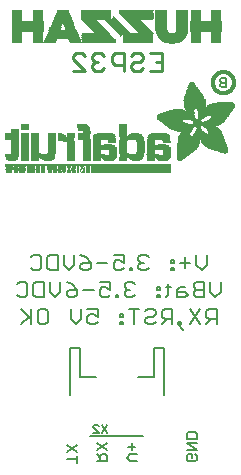
<source format=gbr>
G04 EAGLE Gerber RS-274X export*
G75*
%MOMM*%
%FSLAX34Y34*%
%LPD*%
%INSilkscreen Bottom*%
%IPPOS*%
%AMOC8*
5,1,8,0,0,1.08239X$1,22.5*%
G01*
%ADD10C,0.203200*%
%ADD11C,0.127000*%
%ADD12C,0.254000*%
%ADD13R,0.345441X0.005081*%
%ADD14R,0.436881X0.005078*%
%ADD15R,0.538481X0.005081*%
%ADD16R,0.619759X0.005081*%
%ADD17R,0.685800X0.005078*%
%ADD18R,0.756922X0.005081*%
%ADD19R,0.924559X0.005078*%
%ADD20R,0.929641X0.005078*%
%ADD21R,0.822959X0.005078*%
%ADD22R,2.524759X0.005078*%
%ADD23R,3.779519X0.005078*%
%ADD24R,1.920241X0.005078*%
%ADD25R,0.924563X0.005078*%
%ADD26R,0.924559X0.005081*%
%ADD27R,0.929641X0.005081*%
%ADD28R,0.878841X0.005081*%
%ADD29R,2.524759X0.005081*%
%ADD30R,3.784600X0.005081*%
%ADD31R,1.920241X0.005081*%
%ADD32R,0.924563X0.005081*%
%ADD33R,0.919478X0.005081*%
%ADD34R,3.794759X0.005081*%
%ADD35R,1.925319X0.005081*%
%ADD36R,0.960122X0.005078*%
%ADD37R,3.799841X0.005078*%
%ADD38R,1.925319X0.005078*%
%ADD39R,1.000759X0.005081*%
%ADD40R,2.824478X0.005081*%
%ADD41R,0.980441X0.005081*%
%ADD42R,0.995681X0.005081*%
%ADD43R,1.031241X0.005078*%
%ADD44R,2.829559X0.005078*%
%ADD45R,0.980441X0.005078*%
%ADD46R,0.995681X0.005078*%
%ADD47R,1.066800X0.005081*%
%ADD48R,2.834641X0.005081*%
%ADD49R,0.975363X0.005081*%
%ADD50R,0.990600X0.005081*%
%ADD51R,1.097281X0.005081*%
%ADD52R,2.839719X0.005081*%
%ADD53R,1.127759X0.005078*%
%ADD54R,2.844800X0.005078*%
%ADD55R,1.163319X0.005081*%
%ADD56R,2.849878X0.005081*%
%ADD57R,0.975359X0.005081*%
%ADD58R,0.995678X0.005081*%
%ADD59R,1.198881X0.005078*%
%ADD60R,2.854959X0.005078*%
%ADD61R,0.995678X0.005078*%
%ADD62R,1.234441X0.005081*%
%ADD63R,2.860041X0.005081*%
%ADD64R,1.259841X0.005081*%
%ADD65R,2.865119X0.005081*%
%ADD66R,0.980438X0.005081*%
%ADD67R,1.285238X0.005078*%
%ADD68R,2.870200X0.005078*%
%ADD69R,0.980438X0.005078*%
%ADD70R,1.305562X0.005081*%
%ADD71R,2.875278X0.005081*%
%ADD72R,1.330959X0.005078*%
%ADD73R,2.880359X0.005078*%
%ADD74R,1.361441X0.005081*%
%ADD75R,2.885441X0.005081*%
%ADD76R,1.381759X0.005081*%
%ADD77R,2.890519X0.005081*%
%ADD78R,1.402081X0.005078*%
%ADD79R,2.895600X0.005078*%
%ADD80R,0.975363X0.005078*%
%ADD81R,0.990600X0.005078*%
%ADD82R,1.427481X0.005081*%
%ADD83R,2.900678X0.005081*%
%ADD84R,1.447800X0.005078*%
%ADD85R,2.905759X0.005078*%
%ADD86R,1.473200X0.005081*%
%ADD87R,2.910841X0.005081*%
%ADD88R,1.493519X0.005081*%
%ADD89R,2.915919X0.005081*%
%ADD90R,1.513841X0.005078*%
%ADD91R,2.921000X0.005078*%
%ADD92R,0.975359X0.005078*%
%ADD93R,1.534159X0.005081*%
%ADD94R,2.926078X0.005081*%
%ADD95R,1.554481X0.005078*%
%ADD96R,2.931159X0.005078*%
%ADD97R,1.574800X0.005081*%
%ADD98R,2.936241X0.005081*%
%ADD99R,1.595119X0.005081*%
%ADD100R,2.941319X0.005081*%
%ADD101R,1.615441X0.005078*%
%ADD102R,2.946400X0.005078*%
%ADD103R,1.630681X0.005081*%
%ADD104R,2.951478X0.005081*%
%ADD105R,1.651000X0.005078*%
%ADD106R,2.956559X0.005078*%
%ADD107R,0.970281X0.005078*%
%ADD108R,1.671319X0.005081*%
%ADD109R,1.681481X0.005081*%
%ADD110R,2.946400X0.005081*%
%ADD111R,1.701800X0.005078*%
%ADD112R,2.941319X0.005078*%
%ADD113R,1.722119X0.005081*%
%ADD114R,1.732281X0.005078*%
%ADD115R,0.970278X0.005078*%
%ADD116R,1.752600X0.005081*%
%ADD117R,1.772919X0.005081*%
%ADD118R,2.921000X0.005081*%
%ADD119R,1.783081X0.005078*%
%ADD120R,2.915919X0.005078*%
%ADD121R,1.793238X0.005081*%
%ADD122R,1.813563X0.005078*%
%ADD123R,1.823719X0.005081*%
%ADD124R,0.970278X0.005081*%
%ADD125R,1.833881X0.005081*%
%ADD126R,2.895600X0.005081*%
%ADD127R,0.970281X0.005081*%
%ADD128R,0.985519X0.005081*%
%ADD129R,1.854200X0.005078*%
%ADD130R,2.890519X0.005078*%
%ADD131R,1.864363X0.005081*%
%ADD132R,1.874519X0.005078*%
%ADD133R,1.884681X0.005081*%
%ADD134R,1.899919X0.005081*%
%ADD135R,2.870200X0.005081*%
%ADD136R,0.985522X0.005081*%
%ADD137R,1.910081X0.005078*%
%ADD138R,2.865119X0.005078*%
%ADD139R,1.940559X0.005078*%
%ADD140R,0.985519X0.005078*%
%ADD141R,1.950719X0.005081*%
%ADD142R,1.960881X0.005081*%
%ADD143R,2.844800X0.005081*%
%ADD144R,1.971041X0.005078*%
%ADD145R,2.839719X0.005078*%
%ADD146R,1.981200X0.005081*%
%ADD147R,0.965200X0.005081*%
%ADD148R,1.996438X0.005078*%
%ADD149R,2.011681X0.005081*%
%ADD150R,2.021841X0.005081*%
%ADD151R,2.819400X0.005081*%
%ADD152R,2.037081X0.005078*%
%ADD153R,2.814319X0.005078*%
%ADD154R,2.047238X0.005081*%
%ADD155R,2.809241X0.005081*%
%ADD156R,2.057400X0.005078*%
%ADD157R,2.804159X0.005078*%
%ADD158R,0.985522X0.005078*%
%ADD159R,2.067563X0.005081*%
%ADD160R,2.799078X0.005081*%
%ADD161R,2.077719X0.005081*%
%ADD162R,2.794000X0.005081*%
%ADD163R,2.082800X0.005078*%
%ADD164R,2.788919X0.005078*%
%ADD165R,2.092959X0.005081*%
%ADD166R,2.783841X0.005081*%
%ADD167R,2.098038X0.005078*%
%ADD168R,2.778759X0.005078*%
%ADD169R,0.965200X0.005078*%
%ADD170R,2.108200X0.005081*%
%ADD171R,2.773678X0.005081*%
%ADD172R,2.113281X0.005081*%
%ADD173R,2.768600X0.005081*%
%ADD174R,2.123441X0.005078*%
%ADD175R,2.763519X0.005078*%
%ADD176R,2.133600X0.005081*%
%ADD177R,2.758441X0.005081*%
%ADD178R,2.143759X0.005078*%
%ADD179R,2.753359X0.005078*%
%ADD180R,2.153919X0.005081*%
%ADD181R,2.748278X0.005081*%
%ADD182R,2.159000X0.005081*%
%ADD183R,2.743200X0.005081*%
%ADD184R,2.905759X0.005081*%
%ADD185R,2.169163X0.005078*%
%ADD186R,2.738119X0.005078*%
%ADD187R,2.174241X0.005081*%
%ADD188R,2.733041X0.005081*%
%ADD189R,2.184400X0.005078*%
%ADD190R,2.727959X0.005078*%
%ADD191R,2.189481X0.005081*%
%ADD192R,2.722878X0.005081*%
%ADD193R,2.199638X0.005081*%
%ADD194R,2.717800X0.005081*%
%ADD195R,2.209800X0.005078*%
%ADD196R,2.712719X0.005078*%
%ADD197R,2.875281X0.005078*%
%ADD198R,2.219963X0.005081*%
%ADD199R,2.707641X0.005081*%
%ADD200R,2.875281X0.005081*%
%ADD201R,2.225041X0.005078*%
%ADD202R,2.702559X0.005078*%
%ADD203R,2.230119X0.005081*%
%ADD204R,2.697478X0.005081*%
%ADD205R,2.240281X0.005081*%
%ADD206R,2.692400X0.005081*%
%ADD207R,2.250438X0.005078*%
%ADD208R,2.687319X0.005078*%
%ADD209R,2.255519X0.005081*%
%ADD210R,2.682241X0.005081*%
%ADD211R,2.854959X0.005081*%
%ADD212R,2.260600X0.005078*%
%ADD213R,2.677159X0.005078*%
%ADD214R,2.270763X0.005081*%
%ADD215R,2.672078X0.005081*%
%ADD216R,2.275841X0.005081*%
%ADD217R,2.667000X0.005081*%
%ADD218R,2.286000X0.005078*%
%ADD219R,2.661919X0.005078*%
%ADD220R,2.834641X0.005078*%
%ADD221R,2.291081X0.005081*%
%ADD222R,2.656841X0.005081*%
%ADD223R,2.296159X0.005078*%
%ADD224R,2.651759X0.005078*%
%ADD225R,2.824481X0.005078*%
%ADD226R,2.301238X0.005081*%
%ADD227R,2.646678X0.005081*%
%ADD228R,2.824481X0.005081*%
%ADD229R,2.311400X0.005081*%
%ADD230R,2.641600X0.005081*%
%ADD231R,2.321563X0.005078*%
%ADD232R,2.636519X0.005078*%
%ADD233R,2.321563X0.005081*%
%ADD234R,2.631441X0.005081*%
%ADD235R,2.814319X0.005081*%
%ADD236R,2.331719X0.005078*%
%ADD237R,2.626359X0.005078*%
%ADD238R,2.336800X0.005081*%
%ADD239R,2.621278X0.005081*%
%ADD240R,2.804159X0.005081*%
%ADD241R,2.341881X0.005081*%
%ADD242R,2.616200X0.005081*%
%ADD243R,2.352038X0.005078*%
%ADD244R,2.611119X0.005078*%
%ADD245R,2.794000X0.005078*%
%ADD246R,2.357119X0.005081*%
%ADD247R,2.606041X0.005081*%
%ADD248R,2.362200X0.005078*%
%ADD249R,2.600959X0.005078*%
%ADD250R,2.783841X0.005078*%
%ADD251R,2.367281X0.005081*%
%ADD252R,2.595878X0.005081*%
%ADD253R,2.372362X0.005081*%
%ADD254R,2.590800X0.005081*%
%ADD255R,2.773681X0.005081*%
%ADD256R,2.377441X0.005078*%
%ADD257R,2.585719X0.005078*%
%ADD258R,2.773681X0.005078*%
%ADD259R,2.387600X0.005081*%
%ADD260R,2.580641X0.005081*%
%ADD261R,2.387600X0.005078*%
%ADD262R,2.575559X0.005078*%
%ADD263R,2.397759X0.005081*%
%ADD264R,2.570478X0.005081*%
%ADD265R,2.763519X0.005081*%
%ADD266R,2.565400X0.005081*%
%ADD267R,2.753359X0.005081*%
%ADD268R,2.407919X0.005078*%
%ADD269R,0.005081X0.005078*%
%ADD270R,2.560319X0.005078*%
%ADD271R,2.413000X0.005081*%
%ADD272R,0.015238X0.005081*%
%ADD273R,2.555241X0.005081*%
%ADD274R,2.418081X0.005078*%
%ADD275R,0.025400X0.005078*%
%ADD276R,2.550159X0.005078*%
%ADD277R,2.743200X0.005078*%
%ADD278R,2.423163X0.005081*%
%ADD279R,0.035563X0.005081*%
%ADD280R,2.545078X0.005081*%
%ADD281R,2.428241X0.005081*%
%ADD282R,0.045719X0.005081*%
%ADD283R,2.540000X0.005081*%
%ADD284R,2.433319X0.005078*%
%ADD285R,0.055881X0.005078*%
%ADD286R,2.534919X0.005078*%
%ADD287R,2.733041X0.005078*%
%ADD288R,2.438400X0.005081*%
%ADD289R,0.066037X0.005081*%
%ADD290R,2.529841X0.005081*%
%ADD291R,2.722881X0.005081*%
%ADD292R,2.443481X0.005078*%
%ADD293R,0.076200X0.005078*%
%ADD294R,2.722881X0.005078*%
%ADD295R,2.443481X0.005081*%
%ADD296R,0.086363X0.005081*%
%ADD297R,2.519678X0.005081*%
%ADD298R,2.453638X0.005081*%
%ADD299R,0.096519X0.005081*%
%ADD300R,2.514600X0.005081*%
%ADD301R,2.712719X0.005081*%
%ADD302R,2.453638X0.005078*%
%ADD303R,0.106681X0.005078*%
%ADD304R,2.509519X0.005078*%
%ADD305R,2.463800X0.005081*%
%ADD306R,0.116838X0.005081*%
%ADD307R,2.504441X0.005081*%
%ADD308R,2.702559X0.005081*%
%ADD309R,2.463800X0.005078*%
%ADD310R,0.127000X0.005078*%
%ADD311R,2.499359X0.005078*%
%ADD312R,2.468881X0.005081*%
%ADD313R,0.137162X0.005081*%
%ADD314R,2.494278X0.005081*%
%ADD315R,2.473963X0.005081*%
%ADD316R,0.147319X0.005081*%
%ADD317R,2.473963X0.005078*%
%ADD318R,0.157481X0.005078*%
%ADD319R,2.489200X0.005078*%
%ADD320R,2.692400X0.005078*%
%ADD321R,2.484119X0.005081*%
%ADD322R,0.167637X0.005081*%
%ADD323R,2.484119X0.005078*%
%ADD324R,0.177800X0.005078*%
%ADD325R,2.479041X0.005078*%
%ADD326R,2.682241X0.005078*%
%ADD327R,2.489200X0.005081*%
%ADD328R,0.187963X0.005081*%
%ADD329R,2.473959X0.005081*%
%ADD330R,2.672081X0.005081*%
%ADD331R,2.494281X0.005081*%
%ADD332R,0.198119X0.005081*%
%ADD333R,2.468878X0.005081*%
%ADD334R,2.494281X0.005078*%
%ADD335R,0.208281X0.005078*%
%ADD336R,2.672081X0.005078*%
%ADD337R,2.499359X0.005081*%
%ADD338R,0.218438X0.005081*%
%ADD339R,2.458719X0.005081*%
%ADD340R,2.661919X0.005081*%
%ADD341R,2.504438X0.005078*%
%ADD342R,0.228600X0.005078*%
%ADD343R,2.453641X0.005078*%
%ADD344R,2.509519X0.005081*%
%ADD345R,0.238763X0.005081*%
%ADD346R,2.448559X0.005081*%
%ADD347R,2.651759X0.005081*%
%ADD348R,0.248919X0.005081*%
%ADD349R,2.443478X0.005081*%
%ADD350R,2.514600X0.005078*%
%ADD351R,0.259081X0.005078*%
%ADD352R,2.438400X0.005078*%
%ADD353R,2.641600X0.005078*%
%ADD354R,2.519681X0.005081*%
%ADD355R,0.269238X0.005081*%
%ADD356R,2.433319X0.005081*%
%ADD357R,2.524763X0.005078*%
%ADD358R,0.279400X0.005078*%
%ADD359R,2.428241X0.005078*%
%ADD360R,0.289563X0.005081*%
%ADD361R,2.423159X0.005081*%
%ADD362R,2.534919X0.005081*%
%ADD363R,0.299719X0.005081*%
%ADD364R,2.418078X0.005081*%
%ADD365R,2.540000X0.005078*%
%ADD366R,0.309881X0.005078*%
%ADD367R,2.413000X0.005078*%
%ADD368R,2.621281X0.005078*%
%ADD369R,0.320038X0.005081*%
%ADD370R,2.407919X0.005081*%
%ADD371R,2.621281X0.005081*%
%ADD372R,2.545081X0.005078*%
%ADD373R,0.330200X0.005078*%
%ADD374R,2.402841X0.005078*%
%ADD375R,2.550159X0.005081*%
%ADD376R,0.340363X0.005081*%
%ADD377R,2.611119X0.005081*%
%ADD378R,2.555238X0.005081*%
%ADD379R,0.350519X0.005081*%
%ADD380R,2.392678X0.005081*%
%ADD381R,0.360681X0.005078*%
%ADD382R,2.560319X0.005081*%
%ADD383R,0.370838X0.005081*%
%ADD384R,2.382519X0.005081*%
%ADD385R,2.600959X0.005081*%
%ADD386R,0.381000X0.005078*%
%ADD387R,2.590800X0.005078*%
%ADD388R,2.570481X0.005081*%
%ADD389R,0.391163X0.005081*%
%ADD390R,2.372359X0.005081*%
%ADD391R,2.367278X0.005081*%
%ADD392R,2.570481X0.005078*%
%ADD393R,2.580641X0.005078*%
%ADD394R,2.575559X0.005081*%
%ADD395R,1.102359X0.005081*%
%ADD396R,1.041400X0.005081*%
%ADD397R,1.102363X0.005078*%
%ADD398R,1.041400X0.005078*%
%ADD399R,1.270000X0.005078*%
%ADD400R,1.102359X0.005078*%
%ADD401R,1.229359X0.005081*%
%ADD402R,1.188719X0.005078*%
%ADD403R,1.188722X0.005078*%
%ADD404R,1.158241X0.005081*%
%ADD405R,1.148078X0.005081*%
%ADD406R,1.143000X0.005081*%
%ADD407R,1.137922X0.005078*%
%ADD408R,1.122678X0.005078*%
%ADD409R,1.122681X0.005081*%
%ADD410R,1.112519X0.005081*%
%ADD411R,1.112522X0.005078*%
%ADD412R,1.107441X0.005078*%
%ADD413R,2.529841X0.005078*%
%ADD414R,1.107438X0.005081*%
%ADD415R,1.097278X0.005081*%
%ADD416R,1.087119X0.005081*%
%ADD417R,1.087119X0.005078*%
%ADD418R,1.076959X0.005078*%
%ADD419R,2.519681X0.005078*%
%ADD420R,1.076959X0.005081*%
%ADD421R,1.071881X0.005081*%
%ADD422R,1.071881X0.005078*%
%ADD423R,1.066800X0.005078*%
%ADD424R,1.056641X0.005081*%
%ADD425R,1.061719X0.005081*%
%ADD426R,1.046481X0.005081*%
%ADD427R,1.061722X0.005078*%
%ADD428R,1.036322X0.005078*%
%ADD429R,1.051562X0.005081*%
%ADD430R,1.036319X0.005081*%
%ADD431R,1.046481X0.005078*%
%ADD432R,1.026159X0.005081*%
%ADD433R,1.036322X0.005081*%
%ADD434R,2.479041X0.005081*%
%ADD435R,1.036319X0.005078*%
%ADD436R,1.021078X0.005078*%
%ADD437R,1.021081X0.005081*%
%ADD438R,1.016000X0.005078*%
%ADD439R,2.468881X0.005078*%
%ADD440R,1.016000X0.005081*%
%ADD441R,1.010922X0.005081*%
%ADD442R,1.010919X0.005081*%
%ADD443R,1.005841X0.005081*%
%ADD444R,1.005841X0.005078*%
%ADD445R,1.000759X0.005078*%
%ADD446R,2.458719X0.005078*%
%ADD447R,2.448559X0.005078*%
%ADD448R,2.418081X0.005081*%
%ADD449R,2.687322X0.005081*%
%ADD450R,2.687322X0.005078*%
%ADD451R,0.960122X0.005081*%
%ADD452R,2.377441X0.005081*%
%ADD453R,0.960119X0.005081*%
%ADD454R,0.960119X0.005078*%
%ADD455R,2.367281X0.005078*%
%ADD456R,0.955041X0.005081*%
%ADD457R,0.955041X0.005078*%
%ADD458R,2.357119X0.005078*%
%ADD459R,0.949959X0.005081*%
%ADD460R,0.939800X0.005081*%
%ADD461R,0.944878X0.005081*%
%ADD462R,0.949959X0.005078*%
%ADD463R,0.939800X0.005078*%
%ADD464R,0.929638X0.005081*%
%ADD465R,0.944881X0.005081*%
%ADD466R,0.944878X0.005078*%
%ADD467R,0.949963X0.005081*%
%ADD468R,0.949963X0.005078*%
%ADD469R,0.944881X0.005078*%
%ADD470R,0.919481X0.005081*%
%ADD471R,0.934719X0.005081*%
%ADD472R,0.934722X0.005081*%
%ADD473R,0.934722X0.005078*%
%ADD474R,0.919481X0.005078*%
%ADD475R,0.934719X0.005078*%
%ADD476R,0.919478X0.005078*%
%ADD477R,0.929638X0.005078*%
%ADD478R,0.914400X0.005081*%
%ADD479R,0.914400X0.005078*%
%ADD480R,1.046478X0.005081*%
%ADD481R,1.046478X0.005078*%
%ADD482R,0.909319X0.005081*%
%ADD483R,0.909322X0.005078*%
%ADD484R,1.107441X0.005081*%
%ADD485R,0.909319X0.005078*%
%ADD486R,0.909322X0.005081*%
%ADD487R,0.904241X0.005081*%
%ADD488R,0.904238X0.005081*%
%ADD489R,0.904241X0.005078*%
%ADD490R,1.112522X0.005081*%
%ADD491R,1.112519X0.005078*%
%ADD492R,0.899159X0.005078*%
%ADD493R,0.899163X0.005078*%
%ADD494R,0.899159X0.005081*%
%ADD495R,1.818641X0.005081*%
%ADD496R,1.808481X0.005078*%
%ADD497R,1.808481X0.005081*%
%ADD498R,1.798319X0.005081*%
%ADD499R,1.798319X0.005078*%
%ADD500R,1.788159X0.005081*%
%ADD501R,1.788159X0.005078*%
%ADD502R,1.778000X0.005081*%
%ADD503R,1.778000X0.005078*%
%ADD504R,1.767841X0.005081*%
%ADD505R,1.767841X0.005078*%
%ADD506R,1.757681X0.005081*%
%ADD507R,1.757681X0.005078*%
%ADD508R,1.747519X0.005081*%
%ADD509R,1.747519X0.005078*%
%ADD510R,1.737359X0.005081*%
%ADD511R,1.737359X0.005078*%
%ADD512R,1.727200X0.005081*%
%ADD513R,1.727200X0.005078*%
%ADD514R,1.717041X0.005081*%
%ADD515R,1.717041X0.005078*%
%ADD516R,1.706881X0.005081*%
%ADD517R,1.706881X0.005078*%
%ADD518R,1.696719X0.005081*%
%ADD519R,1.686559X0.005078*%
%ADD520R,1.686559X0.005081*%
%ADD521R,1.676400X0.005081*%
%ADD522R,1.666241X0.005078*%
%ADD523R,1.666241X0.005081*%
%ADD524R,1.656081X0.005081*%
%ADD525R,1.645919X0.005078*%
%ADD526R,1.645919X0.005081*%
%ADD527R,1.635759X0.005078*%
%ADD528R,1.635759X0.005081*%
%ADD529R,1.625600X0.005078*%
%ADD530R,1.625600X0.005081*%
%ADD531R,1.615441X0.005081*%
%ADD532R,1.605281X0.005078*%
%ADD533R,1.605281X0.005081*%
%ADD534R,1.595119X0.005078*%
%ADD535R,1.584959X0.005081*%
%ADD536R,1.584959X0.005078*%
%ADD537R,1.574800X0.005078*%
%ADD538R,1.564641X0.005081*%
%ADD539R,1.564641X0.005078*%
%ADD540R,1.554481X0.005081*%
%ADD541R,1.544319X0.005081*%
%ADD542R,1.544319X0.005078*%
%ADD543R,2.362200X0.005081*%
%ADD544R,2.367278X0.005078*%
%ADD545R,1.534159X0.005078*%
%ADD546R,0.391159X0.005081*%
%ADD547R,2.377438X0.005081*%
%ADD548R,0.381000X0.005081*%
%ADD549R,1.524000X0.005081*%
%ADD550R,2.382519X0.005078*%
%ADD551R,0.370841X0.005078*%
%ADD552R,1.524000X0.005078*%
%ADD553R,0.360681X0.005081*%
%ADD554R,1.513841X0.005081*%
%ADD555R,2.392678X0.005078*%
%ADD556R,0.350519X0.005078*%
%ADD557R,0.340359X0.005081*%
%ADD558R,1.503681X0.005081*%
%ADD559R,2.402837X0.005081*%
%ADD560R,0.330200X0.005081*%
%ADD561R,0.320041X0.005078*%
%ADD562R,1.503681X0.005078*%
%ADD563R,0.309881X0.005081*%
%ADD564R,2.418078X0.005078*%
%ADD565R,0.299719X0.005078*%
%ADD566R,1.493519X0.005078*%
%ADD567R,0.289559X0.005081*%
%ADD568R,1.483359X0.005081*%
%ADD569R,2.428238X0.005081*%
%ADD570R,0.279400X0.005081*%
%ADD571R,0.269241X0.005078*%
%ADD572R,1.483359X0.005078*%
%ADD573R,0.259081X0.005081*%
%ADD574R,2.443478X0.005078*%
%ADD575R,0.248919X0.005078*%
%ADD576R,1.473200X0.005078*%
%ADD577R,0.238759X0.005081*%
%ADD578R,1.463041X0.005081*%
%ADD579R,0.228600X0.005081*%
%ADD580R,0.218441X0.005078*%
%ADD581R,1.452881X0.005078*%
%ADD582R,0.208281X0.005081*%
%ADD583R,1.452881X0.005081*%
%ADD584R,2.468878X0.005078*%
%ADD585R,0.198119X0.005078*%
%ADD586R,0.187959X0.005081*%
%ADD587R,1.442719X0.005081*%
%ADD588R,2.479038X0.005081*%
%ADD589R,0.177800X0.005081*%
%ADD590R,0.167641X0.005078*%
%ADD591R,1.432559X0.005078*%
%ADD592R,0.157481X0.005081*%
%ADD593R,1.432559X0.005081*%
%ADD594R,2.494278X0.005078*%
%ADD595R,0.147319X0.005078*%
%ADD596R,0.137159X0.005081*%
%ADD597R,1.422400X0.005081*%
%ADD598R,2.504438X0.005081*%
%ADD599R,0.127000X0.005081*%
%ADD600R,0.116841X0.005078*%
%ADD601R,1.412241X0.005078*%
%ADD602R,0.106681X0.005081*%
%ADD603R,1.412241X0.005081*%
%ADD604R,2.519678X0.005078*%
%ADD605R,0.096519X0.005078*%
%ADD606R,0.086359X0.005081*%
%ADD607R,1.402081X0.005081*%
%ADD608R,2.529838X0.005081*%
%ADD609R,0.076200X0.005081*%
%ADD610R,0.066041X0.005078*%
%ADD611R,1.391919X0.005078*%
%ADD612R,0.055881X0.005081*%
%ADD613R,1.391919X0.005081*%
%ADD614R,2.545078X0.005078*%
%ADD615R,0.045719X0.005078*%
%ADD616R,1.381759X0.005078*%
%ADD617R,0.035559X0.005081*%
%ADD618R,0.025400X0.005081*%
%ADD619R,0.015241X0.005078*%
%ADD620R,1.371600X0.005078*%
%ADD621R,1.371600X0.005081*%
%ADD622R,2.570478X0.005078*%
%ADD623R,1.361441X0.005078*%
%ADD624R,2.580637X0.005081*%
%ADD625R,1.351281X0.005081*%
%ADD626R,1.351281X0.005078*%
%ADD627R,2.595878X0.005078*%
%ADD628R,1.341119X0.005078*%
%ADD629R,1.341119X0.005081*%
%ADD630R,2.606038X0.005081*%
%ADD631R,1.330959X0.005081*%
%ADD632R,2.621278X0.005078*%
%ADD633R,1.320800X0.005078*%
%ADD634R,2.626359X0.005081*%
%ADD635R,1.320800X0.005081*%
%ADD636R,2.631438X0.005081*%
%ADD637R,1.310641X0.005081*%
%ADD638R,1.310641X0.005078*%
%ADD639R,1.300481X0.005081*%
%ADD640R,2.646678X0.005078*%
%ADD641R,1.300481X0.005078*%
%ADD642R,2.656837X0.005081*%
%ADD643R,1.290319X0.005081*%
%ADD644R,1.290319X0.005078*%
%ADD645R,1.280159X0.005081*%
%ADD646R,2.672078X0.005078*%
%ADD647R,1.280159X0.005078*%
%ADD648R,2.677159X0.005081*%
%ADD649R,2.682238X0.005081*%
%ADD650R,1.270000X0.005081*%
%ADD651R,2.697478X0.005078*%
%ADD652R,1.259841X0.005078*%
%ADD653R,1.249681X0.005081*%
%ADD654R,2.707638X0.005081*%
%ADD655R,1.249681X0.005078*%
%ADD656R,1.239519X0.005081*%
%ADD657R,2.722878X0.005078*%
%ADD658R,1.239519X0.005078*%
%ADD659R,2.727959X0.005081*%
%ADD660R,2.733038X0.005081*%
%ADD661R,1.219200X0.005078*%
%ADD662R,1.219200X0.005081*%
%ADD663R,2.748278X0.005078*%
%ADD664R,1.209041X0.005081*%
%ADD665R,2.758438X0.005081*%
%ADD666R,1.198881X0.005081*%
%ADD667R,2.773678X0.005078*%
%ADD668R,2.778759X0.005081*%
%ADD669R,1.188719X0.005081*%
%ADD670R,2.783838X0.005081*%
%ADD671R,1.178559X0.005078*%
%ADD672R,1.178559X0.005081*%
%ADD673R,2.799078X0.005078*%
%ADD674R,1.168400X0.005078*%
%ADD675R,1.168400X0.005081*%
%ADD676R,2.809238X0.005081*%
%ADD677R,1.158241X0.005078*%
%ADD678R,2.824478X0.005078*%
%ADD679R,1.148081X0.005078*%
%ADD680R,2.829559X0.005081*%
%ADD681R,1.148081X0.005081*%
%ADD682R,2.834637X0.005081*%
%ADD683R,1.137919X0.005078*%
%ADD684R,1.137919X0.005081*%
%ADD685R,2.849878X0.005078*%
%ADD686R,1.127759X0.005081*%
%ADD687R,2.860038X0.005081*%
%ADD688R,1.117600X0.005081*%
%ADD689R,1.117600X0.005078*%
%ADD690R,2.875278X0.005078*%
%ADD691R,2.880359X0.005081*%
%ADD692R,2.885438X0.005081*%
%ADD693R,1.097281X0.005078*%
%ADD694R,2.900678X0.005078*%
%ADD695R,2.910837X0.005081*%
%ADD696R,2.926078X0.005078*%
%ADD697R,2.931159X0.005081*%
%ADD698R,2.936238X0.005081*%
%ADD699R,1.056641X0.005078*%
%ADD700R,2.951478X0.005078*%
%ADD701R,2.956559X0.005081*%
%ADD702R,2.936238X0.005078*%
%ADD703R,1.026159X0.005078*%
%ADD704R,2.910837X0.005078*%
%ADD705R,2.885438X0.005078*%
%ADD706R,6.839700X0.016800*%
%ADD707R,0.268300X0.016800*%
%ADD708R,0.268200X0.016800*%
%ADD709R,0.251500X0.016800*%
%ADD710R,0.301800X0.016800*%
%ADD711R,0.251400X0.016800*%
%ADD712R,0.285000X0.016800*%
%ADD713R,0.301700X0.016800*%
%ADD714R,0.419100X0.016800*%
%ADD715R,0.318500X0.016800*%
%ADD716R,0.586700X0.016800*%
%ADD717R,0.586800X0.016800*%
%ADD718R,6.839700X0.016700*%
%ADD719R,0.268300X0.016700*%
%ADD720R,0.251400X0.016700*%
%ADD721R,0.251500X0.016700*%
%ADD722R,0.301800X0.016700*%
%ADD723R,0.285000X0.016700*%
%ADD724R,0.301700X0.016700*%
%ADD725R,0.419100X0.016700*%
%ADD726R,0.318500X0.016700*%
%ADD727R,0.586700X0.016700*%
%ADD728R,0.586800X0.016700*%
%ADD729R,0.318600X0.016800*%
%ADD730R,0.569900X0.016800*%
%ADD731R,0.335300X0.016800*%
%ADD732R,0.234700X0.016800*%
%ADD733R,0.234700X0.016700*%
%ADD734R,0.016700X0.016700*%
%ADD735R,0.318600X0.016700*%
%ADD736R,0.569900X0.016700*%
%ADD737R,0.335300X0.016700*%
%ADD738R,0.217900X0.016800*%
%ADD739R,0.033500X0.016800*%
%ADD740R,0.570000X0.016800*%
%ADD741R,0.201100X0.016700*%
%ADD742R,0.050300X0.016700*%
%ADD743R,0.670500X0.016700*%
%ADD744R,1.005800X0.016700*%
%ADD745R,0.570000X0.016700*%
%ADD746R,0.201100X0.016800*%
%ADD747R,0.067000X0.016800*%
%ADD748R,0.670500X0.016800*%
%ADD749R,1.005800X0.016800*%
%ADD750R,0.184400X0.016800*%
%ADD751R,0.989000X0.016800*%
%ADD752R,0.184400X0.016700*%
%ADD753R,0.067000X0.016700*%
%ADD754R,0.989000X0.016700*%
%ADD755R,0.167600X0.016800*%
%ADD756R,0.083800X0.016800*%
%ADD757R,0.637000X0.016800*%
%ADD758R,0.955500X0.016800*%
%ADD759R,0.150800X0.016800*%
%ADD760R,0.100600X0.016800*%
%ADD761R,0.536400X0.016800*%
%ADD762R,0.854900X0.016800*%
%ADD763R,0.150800X0.016700*%
%ADD764R,0.100600X0.016700*%
%ADD765R,0.352000X0.016700*%
%ADD766R,0.435900X0.016700*%
%ADD767R,0.402400X0.016700*%
%ADD768R,0.368800X0.016700*%
%ADD769R,0.134100X0.016800*%
%ADD770R,0.117300X0.016800*%
%ADD771R,0.435900X0.016800*%
%ADD772R,0.368900X0.016800*%
%ADD773R,0.603500X0.016800*%
%ADD774R,0.134100X0.016700*%
%ADD775R,0.117300X0.016700*%
%ADD776R,0.452600X0.016700*%
%ADD777R,0.620300X0.016700*%
%ADD778R,0.284900X0.016800*%
%ADD779R,0.486200X0.016800*%
%ADD780R,0.653800X0.016800*%
%ADD781R,0.804700X0.016800*%
%ADD782R,0.150900X0.016700*%
%ADD783R,0.268200X0.016700*%
%ADD784R,0.737600X0.016700*%
%ADD785R,0.603500X0.016700*%
%ADD786R,0.922000X0.016700*%
%ADD787R,0.150900X0.016800*%
%ADD788R,0.821400X0.016800*%
%ADD789R,0.972300X0.016800*%
%ADD790R,0.989100X0.016800*%
%ADD791R,0.083800X0.016700*%
%ADD792R,0.167600X0.016700*%
%ADD793R,0.821400X0.016700*%
%ADD794R,0.989100X0.016700*%
%ADD795R,0.201200X0.016700*%
%ADD796R,0.050300X0.016800*%
%ADD797R,0.201200X0.016800*%
%ADD798R,0.217900X0.016700*%
%ADD799R,0.284900X0.016700*%
%ADD800R,0.352100X0.016800*%
%ADD801R,0.620300X0.016800*%
%ADD802R,0.385600X0.016800*%
%ADD803R,0.335200X0.016800*%
%ADD804R,0.385600X0.016700*%
%ADD805R,0.687400X0.016700*%
%ADD806R,13.998000X0.016800*%
%ADD807R,13.998000X0.016700*%
%ADD808R,0.637000X0.016700*%
%ADD809R,0.486100X0.016700*%
%ADD810R,0.637100X0.016700*%
%ADD811R,0.519700X0.016700*%
%ADD812R,0.536500X0.016700*%
%ADD813R,0.787900X0.016800*%
%ADD814R,0.687400X0.016800*%
%ADD815R,0.771200X0.016800*%
%ADD816R,0.637100X0.016800*%
%ADD817R,0.720800X0.016800*%
%ADD818R,0.704100X0.016800*%
%ADD819R,0.754400X0.016800*%
%ADD820R,0.838200X0.016700*%
%ADD821R,0.871800X0.016700*%
%ADD822R,0.871700X0.016700*%
%ADD823R,0.402400X0.016800*%
%ADD824R,0.922100X0.016800*%
%ADD825R,0.938800X0.016800*%
%ADD826R,0.938800X0.016700*%
%ADD827R,1.022600X0.016700*%
%ADD828R,0.972400X0.016700*%
%ADD829R,0.972300X0.016700*%
%ADD830R,0.469400X0.016800*%
%ADD831R,1.072900X0.016800*%
%ADD832R,1.022600X0.016800*%
%ADD833R,1.005900X0.016800*%
%ADD834R,0.502900X0.016800*%
%ADD835R,1.123200X0.016800*%
%ADD836R,1.056200X0.016800*%
%ADD837R,1.123100X0.016800*%
%ADD838R,1.139900X0.016700*%
%ADD839R,1.089600X0.016700*%
%ADD840R,0.553200X0.016800*%
%ADD841R,1.190200X0.016800*%
%ADD842R,1.190300X0.016800*%
%ADD843R,1.039400X0.016800*%
%ADD844R,1.223700X0.016800*%
%ADD845R,1.173500X0.016800*%
%ADD846R,1.223800X0.016800*%
%ADD847R,1.240500X0.016700*%
%ADD848R,1.173500X0.016700*%
%ADD849R,1.240600X0.016700*%
%ADD850R,1.190300X0.016700*%
%ADD851R,1.056200X0.016700*%
%ADD852R,1.274100X0.016800*%
%ADD853R,1.274000X0.016800*%
%ADD854R,1.307600X0.016800*%
%ADD855R,1.257300X0.016800*%
%ADD856R,1.324400X0.016800*%
%ADD857R,0.687300X0.016700*%
%ADD858R,1.324400X0.016700*%
%ADD859R,1.307500X0.016700*%
%ADD860R,1.274100X0.016700*%
%ADD861R,1.072900X0.016700*%
%ADD862R,2.011600X0.016800*%
%ADD863R,1.324300X0.016800*%
%ADD864R,1.978100X0.016800*%
%ADD865R,2.011600X0.016700*%
%ADD866R,1.357900X0.016700*%
%ADD867R,1.994900X0.016700*%
%ADD868R,1.341200X0.016700*%
%ADD869R,1.089700X0.016700*%
%ADD870R,0.754300X0.016800*%
%ADD871R,1.994900X0.016800*%
%ADD872R,1.995000X0.016800*%
%ADD873R,1.089700X0.016800*%
%ADD874R,0.787900X0.016700*%
%ADD875R,1.995000X0.016700*%
%ADD876R,2.028400X0.016800*%
%ADD877R,2.011700X0.016800*%
%ADD878R,1.106500X0.016800*%
%ADD879R,2.028400X0.016700*%
%ADD880R,2.011700X0.016700*%
%ADD881R,1.106500X0.016700*%
%ADD882R,0.888400X0.016800*%
%ADD883R,0.922000X0.016800*%
%ADD884R,0.938700X0.016700*%
%ADD885R,2.045200X0.016800*%
%ADD886R,0.938700X0.016800*%
%ADD887R,0.670600X0.016700*%
%ADD888R,0.888500X0.016700*%
%ADD889R,2.045200X0.016700*%
%ADD890R,0.888400X0.016700*%
%ADD891R,0.804600X0.016800*%
%ADD892R,2.028500X0.016800*%
%ADD893R,1.056100X0.016700*%
%ADD894R,0.771100X0.016700*%
%ADD895R,0.754300X0.016700*%
%ADD896R,2.028500X0.016700*%
%ADD897R,0.737700X0.016700*%
%ADD898R,1.072800X0.016800*%
%ADD899R,0.871700X0.016800*%
%ADD900R,0.737600X0.016800*%
%ADD901R,0.871800X0.016800*%
%ADD902R,1.089600X0.016800*%
%ADD903R,0.704000X0.016800*%
%ADD904R,0.687300X0.016800*%
%ADD905R,0.670600X0.016800*%
%ADD906R,1.123100X0.016700*%
%ADD907R,0.720800X0.016700*%
%ADD908R,0.653700X0.016700*%
%ADD909R,0.653800X0.016700*%
%ADD910R,1.139900X0.016800*%
%ADD911R,1.173400X0.016800*%
%ADD912R,1.190200X0.016700*%
%ADD913R,1.207000X0.016800*%
%ADD914R,1.240500X0.016800*%
%ADD915R,0.469400X0.016700*%
%ADD916R,1.274000X0.016700*%
%ADD917R,0.519600X0.016800*%
%ADD918R,1.341100X0.016800*%
%ADD919R,0.771200X0.016700*%
%ADD920R,1.374600X0.016700*%
%ADD921R,0.838200X0.016800*%
%ADD922R,1.391400X0.016800*%
%ADD923R,1.424900X0.016800*%
%ADD924R,1.441700X0.016700*%
%ADD925R,1.475200X0.016800*%
%ADD926R,1.491900X0.016700*%
%ADD927R,1.525500X0.016800*%
%ADD928R,1.559000X0.016700*%
%ADD929R,1.575800X0.016800*%
%ADD930R,1.307600X0.016700*%
%ADD931R,1.592500X0.016700*%
%ADD932R,1.374700X0.016800*%
%ADD933R,1.609300X0.016800*%
%ADD934R,1.408200X0.016800*%
%ADD935R,1.626100X0.016800*%
%ADD936R,1.626100X0.016700*%
%ADD937R,1.508800X0.016800*%
%ADD938R,1.659600X0.016800*%
%ADD939R,1.559000X0.016800*%
%ADD940R,1.676400X0.016800*%
%ADD941R,1.575800X0.016700*%
%ADD942R,1.676400X0.016700*%
%ADD943R,1.978100X0.016700*%
%ADD944R,1.693100X0.016800*%
%ADD945R,1.642800X0.016800*%
%ADD946R,1.709900X0.016800*%
%ADD947R,1.961300X0.016800*%
%ADD948R,1.726600X0.016700*%
%ADD949R,1.961300X0.016700*%
%ADD950R,1.693200X0.016800*%
%ADD951R,1.726600X0.016800*%
%ADD952R,1.944600X0.016800*%
%ADD953R,1.726700X0.016700*%
%ADD954R,1.743400X0.016700*%
%ADD955R,1.944600X0.016700*%
%ADD956R,1.726700X0.016800*%
%ADD957R,1.760200X0.016800*%
%ADD958R,1.927800X0.016800*%
%ADD959R,1.911000X0.016800*%
%ADD960R,1.793700X0.016700*%
%ADD961R,1.776900X0.016700*%
%ADD962R,1.911100X0.016700*%
%ADD963R,1.894300X0.016700*%
%ADD964R,1.793800X0.016800*%
%ADD965R,1.776900X0.016800*%
%ADD966R,1.911100X0.016800*%
%ADD967R,1.894300X0.016800*%
%ADD968R,1.827300X0.016800*%
%ADD969R,1.810500X0.016800*%
%ADD970R,1.877500X0.016800*%
%ADD971R,1.844100X0.016700*%
%ADD972R,1.810500X0.016700*%
%ADD973R,1.860800X0.016700*%
%ADD974R,1.844000X0.016700*%
%ADD975R,1.860900X0.016800*%
%ADD976R,1.844000X0.016800*%
%ADD977R,1.827200X0.016800*%
%ADD978R,1.860800X0.016800*%
%ADD979R,1.793700X0.016800*%
%ADD980R,1.877600X0.016700*%
%ADD981R,1.827200X0.016700*%
%ADD982R,1.927800X0.016700*%
%ADD983R,1.927900X0.016800*%
%ADD984R,1.944700X0.016700*%
%ADD985R,1.877500X0.016700*%
%ADD986R,1.961400X0.016800*%
%ADD987R,1.961400X0.016700*%
%ADD988R,1.978200X0.016800*%
%ADD989R,1.911000X0.016700*%
%ADD990R,0.620200X0.016800*%
%ADD991R,1.425000X0.016800*%
%ADD992R,0.620200X0.016700*%
%ADD993R,1.425000X0.016700*%
%ADD994R,0.653700X0.016800*%
%ADD995R,0.704100X0.016700*%
%ADD996R,0.804700X0.016700*%
%ADD997R,0.905200X0.016800*%
%ADD998R,1.894400X0.016800*%
%ADD999R,1.927900X0.016700*%
%ADD1000R,1.877600X0.016800*%
%ADD1001R,3.889300X0.016800*%
%ADD1002R,3.872500X0.016700*%
%ADD1003R,3.872500X0.016800*%
%ADD1004R,3.855700X0.016700*%
%ADD1005R,0.754400X0.016700*%
%ADD1006R,3.855700X0.016800*%
%ADD1007R,3.839000X0.016800*%
%ADD1008R,0.720900X0.016800*%
%ADD1009R,3.822200X0.016700*%
%ADD1010R,2.715700X0.016800*%
%ADD1011R,2.632000X0.016800*%
%ADD1012R,1.290800X0.016800*%
%ADD1013R,2.615200X0.016700*%
%ADD1014R,1.257300X0.016700*%
%ADD1015R,2.581700X0.016800*%
%ADD1016R,1.240600X0.016800*%
%ADD1017R,2.564900X0.016800*%
%ADD1018R,1.760300X0.016800*%
%ADD1019R,2.531400X0.016700*%
%ADD1020R,1.156700X0.016700*%
%ADD1021R,2.514600X0.016800*%
%ADD1022R,0.955600X0.016800*%
%ADD1023R,2.497800X0.016800*%
%ADD1024R,1.659700X0.016800*%
%ADD1025R,2.464300X0.016700*%
%ADD1026R,1.039300X0.016700*%
%ADD1027R,2.447500X0.016800*%
%ADD1028R,1.592500X0.016800*%
%ADD1029R,0.536500X0.016800*%
%ADD1030R,2.430800X0.016700*%
%ADD1031R,1.559100X0.016700*%
%ADD1032R,1.542300X0.016700*%
%ADD1033R,0.502900X0.016700*%
%ADD1034R,2.414000X0.016800*%
%ADD1035R,0.905300X0.016800*%
%ADD1036R,1.508700X0.016800*%
%ADD1037R,0.888500X0.016800*%
%ADD1038R,2.397300X0.016800*%
%ADD1039R,1.441700X0.016800*%
%ADD1040R,0.452700X0.016800*%
%ADD1041R,1.290900X0.016700*%
%ADD1042R,1.156700X0.016800*%
%ADD1043R,0.855000X0.016800*%
%ADD1044R,1.123200X0.016700*%
%ADD1045R,0.720900X0.016700*%
%ADD1046R,1.106400X0.016800*%
%ADD1047R,1.106400X0.016700*%
%ADD1048R,0.771100X0.016800*%
%ADD1049R,0.435800X0.016700*%
%ADD1050R,1.592600X0.016700*%
%ADD1051R,0.435800X0.016800*%
%ADD1052R,1.642900X0.016800*%
%ADD1053R,0.402300X0.016800*%
%ADD1054R,1.793800X0.016700*%
%ADD1055R,0.368800X0.016800*%
%ADD1056R,1.056100X0.016800*%
%ADD1057R,1.039400X0.016700*%
%ADD1058R,2.078800X0.016800*%
%ADD1059R,0.335200X0.016700*%
%ADD1060R,2.145800X0.016700*%
%ADD1061R,2.162600X0.016800*%
%ADD1062R,0.352000X0.016800*%
%ADD1063R,2.212800X0.016800*%
%ADD1064R,2.279900X0.016700*%
%ADD1065R,2.330200X0.016800*%
%ADD1066R,2.799500X0.016800*%
%ADD1067R,2.816300X0.016700*%
%ADD1068R,0.955500X0.016700*%
%ADD1069R,2.849900X0.016800*%
%ADD1070R,2.916900X0.016800*%
%ADD1071R,4.224500X0.016700*%
%ADD1072R,4.291600X0.016800*%
%ADD1073R,4.409000X0.016800*%
%ADD1074R,4.509500X0.016700*%
%ADD1075R,4.526300X0.016800*%
%ADD1076R,4.626800X0.016700*%
%ADD1077R,4.693900X0.016800*%
%ADD1078R,4.727400X0.016800*%
%ADD1079R,2.548200X0.016700*%
%ADD1080R,2.179300X0.016700*%
%ADD1081R,2.430800X0.016800*%
%ADD1082R,2.414000X0.016700*%
%ADD1083R,2.414100X0.016800*%
%ADD1084R,2.430700X0.016700*%
%ADD1085R,2.447600X0.016700*%
%ADD1086R,1.559100X0.016800*%
%ADD1087R,1.525500X0.016700*%
%ADD1088R,1.492000X0.016800*%
%ADD1089R,1.491900X0.016800*%
%ADD1090R,1.458500X0.016700*%
%ADD1091R,2.061900X0.016800*%
%ADD1092R,1.408100X0.016700*%
%ADD1093R,0.905200X0.016700*%
%ADD1094R,2.112300X0.016700*%
%ADD1095R,2.179300X0.016800*%
%ADD1096R,1.408200X0.016700*%
%ADD1097R,2.212900X0.016700*%
%ADD1098R,1.140000X0.016800*%
%ADD1099R,3.319300X0.016800*%
%ADD1100R,1.374700X0.016700*%
%ADD1101R,0.402300X0.016700*%
%ADD1102R,3.302500X0.016700*%
%ADD1103R,3.285700X0.016800*%
%ADD1104R,1.357900X0.016800*%
%ADD1105R,3.269000X0.016800*%
%ADD1106R,3.285800X0.016700*%
%ADD1107R,3.268900X0.016800*%
%ADD1108R,0.452700X0.016700*%
%ADD1109R,3.268900X0.016700*%
%ADD1110R,1.391400X0.016700*%
%ADD1111R,3.269000X0.016700*%
%ADD1112R,1.374600X0.016800*%
%ADD1113R,0.519700X0.016800*%
%ADD1114R,3.252200X0.016800*%
%ADD1115R,3.235400X0.016800*%
%ADD1116R,3.235400X0.016700*%
%ADD1117R,3.218600X0.016800*%
%ADD1118R,3.201900X0.016800*%
%ADD1119R,3.201900X0.016700*%
%ADD1120R,1.458500X0.016800*%
%ADD1121R,1.525600X0.016800*%
%ADD1122R,3.185100X0.016800*%
%ADD1123R,2.531300X0.016700*%
%ADD1124R,3.168400X0.016700*%
%ADD1125R,2.531300X0.016800*%
%ADD1126R,3.151600X0.016800*%
%ADD1127R,2.548100X0.016800*%
%ADD1128R,3.134900X0.016800*%
%ADD1129R,2.564900X0.016700*%
%ADD1130R,3.118100X0.016700*%
%ADD1131R,2.581600X0.016800*%
%ADD1132R,3.101400X0.016800*%
%ADD1133R,2.598400X0.016700*%
%ADD1134R,3.067900X0.016700*%
%ADD1135R,2.598400X0.016800*%
%ADD1136R,3.034300X0.016800*%
%ADD1137R,2.615100X0.016800*%
%ADD1138R,3.000800X0.016800*%
%ADD1139R,2.631900X0.016700*%
%ADD1140R,2.950500X0.016700*%
%ADD1141R,2.648700X0.016800*%
%ADD1142R,2.900200X0.016800*%
%ADD1143R,2.665500X0.016800*%
%ADD1144R,2.682200X0.016700*%
%ADD1145R,2.799600X0.016700*%
%ADD1146R,2.699000X0.016800*%
%ADD1147R,2.732500X0.016800*%
%ADD1148R,2.749300X0.016700*%
%ADD1149R,2.632000X0.016700*%
%ADD1150R,2.749300X0.016800*%
%ADD1151R,2.766100X0.016700*%
%ADD1152R,2.766100X0.016800*%
%ADD1153R,2.481100X0.016800*%
%ADD1154R,2.782900X0.016800*%
%ADD1155R,2.380500X0.016700*%
%ADD1156R,2.833100X0.016800*%
%ADD1157R,1.592600X0.016800*%
%ADD1158R,2.849900X0.016700*%
%ADD1159R,2.883400X0.016800*%
%ADD1160R,2.917000X0.016700*%
%ADD1161R,2.933700X0.016800*%
%ADD1162R,2.967200X0.016800*%
%ADD1163R,2.967200X0.016700*%
%ADD1164R,3.017500X0.016700*%
%ADD1165R,3.051000X0.016800*%
%ADD1166R,0.788000X0.016800*%
%ADD1167R,3.084600X0.016800*%
%ADD1168R,2.397300X0.016700*%
%ADD1169R,2.397200X0.016800*%
%ADD1170R,1.760200X0.016700*%
%ADD1171R,2.397200X0.016700*%
%ADD1172R,1.827300X0.016700*%
%ADD1173R,2.380500X0.016800*%
%ADD1174R,2.363700X0.016800*%
%ADD1175R,2.363700X0.016700*%
%ADD1176R,2.346900X0.016800*%
%ADD1177R,2.296600X0.016700*%
%ADD1178R,2.279900X0.016800*%
%ADD1179R,2.246300X0.016800*%
%ADD1180R,2.229600X0.016700*%
%ADD1181R,2.129100X0.016800*%
%ADD1182R,2.112300X0.016800*%
%ADD1183R,1.609300X0.016700*%
%ADD1184R,1.743400X0.016800*%
%ADD1185R,1.693100X0.016700*%
%ADD1186R,1.659700X0.016700*%
%ADD1187R,1.575900X0.016800*%
%ADD1188R,1.575900X0.016700*%
%ADD1189R,1.475200X0.016700*%
%ADD1190R,1.324300X0.016700*%
%ADD1191R,1.290800X0.016700*%
%ADD1192R,1.207000X0.016700*%
%ADD1193R,0.854900X0.016700*%
%ADD1194R,0.821500X0.016700*%
%ADD1195R,0.821500X0.016800*%
%ADD1196R,0.218000X0.016800*%
%ADD1197C,0.304800*%
%ADD1198C,0.152400*%


D10*
X203164Y212355D02*
X203164Y203542D01*
X198758Y199136D01*
X194352Y203542D01*
X194352Y212355D01*
X189132Y205746D02*
X180319Y205746D01*
X184725Y210152D02*
X184725Y201339D01*
X175099Y207949D02*
X172896Y207949D01*
X172896Y205746D01*
X175099Y205746D01*
X175099Y207949D01*
X175099Y201339D02*
X172896Y201339D01*
X172896Y199136D01*
X175099Y199136D01*
X175099Y201339D01*
X154050Y210152D02*
X151846Y212355D01*
X147440Y212355D01*
X145237Y210152D01*
X145237Y207949D01*
X147440Y205746D01*
X149643Y205746D01*
X147440Y205746D02*
X145237Y203542D01*
X145237Y201339D01*
X147440Y199136D01*
X151846Y199136D01*
X154050Y201339D01*
X140017Y201339D02*
X140017Y199136D01*
X140017Y201339D02*
X137814Y201339D01*
X137814Y199136D01*
X140017Y199136D01*
X133000Y212355D02*
X124188Y212355D01*
X133000Y212355D02*
X133000Y205746D01*
X128594Y207949D01*
X126391Y207949D01*
X124188Y205746D01*
X124188Y201339D01*
X126391Y199136D01*
X130797Y199136D01*
X133000Y201339D01*
X118968Y205746D02*
X110155Y205746D01*
X100529Y210152D02*
X96122Y212355D01*
X100529Y210152D02*
X104935Y205746D01*
X104935Y201339D01*
X102732Y199136D01*
X98325Y199136D01*
X96122Y201339D01*
X96122Y203542D01*
X98325Y205746D01*
X104935Y205746D01*
X90902Y203542D02*
X90902Y212355D01*
X90902Y203542D02*
X86496Y199136D01*
X82089Y203542D01*
X82089Y212355D01*
X76869Y212355D02*
X76869Y199136D01*
X70260Y199136D01*
X68057Y201339D01*
X68057Y210152D01*
X70260Y212355D01*
X76869Y212355D01*
X56227Y212355D02*
X54024Y210152D01*
X56227Y212355D02*
X60633Y212355D01*
X62837Y210152D01*
X62837Y201339D01*
X60633Y199136D01*
X56227Y199136D01*
X54024Y201339D01*
X214858Y189495D02*
X214858Y180682D01*
X210452Y176276D01*
X206046Y180682D01*
X206046Y189495D01*
X200826Y189495D02*
X200826Y176276D01*
X200826Y189495D02*
X194216Y189495D01*
X192013Y187292D01*
X192013Y185089D01*
X194216Y182886D01*
X192013Y180682D01*
X192013Y178479D01*
X194216Y176276D01*
X200826Y176276D01*
X200826Y182886D02*
X194216Y182886D01*
X184590Y185089D02*
X180183Y185089D01*
X177980Y182886D01*
X177980Y176276D01*
X184590Y176276D01*
X186793Y178479D01*
X184590Y180682D01*
X177980Y180682D01*
X170557Y178479D02*
X170557Y187292D01*
X170557Y178479D02*
X168354Y176276D01*
X168354Y185089D02*
X172760Y185089D01*
X163405Y185089D02*
X161202Y185089D01*
X161202Y182886D01*
X163405Y182886D01*
X163405Y185089D01*
X163405Y178479D02*
X161202Y178479D01*
X161202Y176276D01*
X163405Y176276D01*
X163405Y178479D01*
X142356Y187292D02*
X140152Y189495D01*
X135746Y189495D01*
X133543Y187292D01*
X133543Y185089D01*
X135746Y182886D01*
X137949Y182886D01*
X135746Y182886D02*
X133543Y180682D01*
X133543Y178479D01*
X135746Y176276D01*
X140152Y176276D01*
X142356Y178479D01*
X128323Y178479D02*
X128323Y176276D01*
X128323Y178479D02*
X126120Y178479D01*
X126120Y176276D01*
X128323Y176276D01*
X121307Y189495D02*
X112494Y189495D01*
X121307Y189495D02*
X121307Y182886D01*
X116900Y185089D01*
X114697Y185089D01*
X112494Y182886D01*
X112494Y178479D01*
X114697Y176276D01*
X119103Y176276D01*
X121307Y178479D01*
X107274Y182886D02*
X98461Y182886D01*
X88835Y187292D02*
X84428Y189495D01*
X88835Y187292D02*
X93241Y182886D01*
X93241Y178479D01*
X91038Y176276D01*
X86631Y176276D01*
X84428Y178479D01*
X84428Y180682D01*
X86631Y182886D01*
X93241Y182886D01*
X79208Y180682D02*
X79208Y189495D01*
X79208Y180682D02*
X74802Y176276D01*
X70395Y180682D01*
X70395Y189495D01*
X65175Y189495D02*
X65175Y176276D01*
X58566Y176276D01*
X56363Y178479D01*
X56363Y187292D01*
X58566Y189495D01*
X65175Y189495D01*
X44533Y189495D02*
X42330Y187292D01*
X44533Y189495D02*
X48939Y189495D01*
X51143Y187292D01*
X51143Y178479D01*
X48939Y176276D01*
X44533Y176276D01*
X42330Y178479D01*
X211350Y166635D02*
X211350Y153416D01*
X211350Y166635D02*
X204741Y166635D01*
X202537Y164432D01*
X202537Y160026D01*
X204741Y157822D01*
X211350Y157822D01*
X206944Y157822D02*
X202537Y153416D01*
X188505Y153416D02*
X197317Y166635D01*
X188505Y166635D02*
X197317Y153416D01*
X183285Y149010D02*
X178878Y153416D01*
X178878Y155619D01*
X181081Y155619D01*
X181081Y153416D01*
X178878Y153416D01*
X173929Y153416D02*
X173929Y166635D01*
X167320Y166635D01*
X165117Y164432D01*
X165117Y160026D01*
X167320Y157822D01*
X173929Y157822D01*
X169523Y157822D02*
X165117Y153416D01*
X153287Y166635D02*
X151084Y164432D01*
X153287Y166635D02*
X157693Y166635D01*
X159897Y164432D01*
X159897Y162229D01*
X157693Y160026D01*
X153287Y160026D01*
X151084Y157822D01*
X151084Y155619D01*
X153287Y153416D01*
X157693Y153416D01*
X159897Y155619D01*
X141457Y153416D02*
X141457Y166635D01*
X137051Y166635D02*
X145864Y166635D01*
X131831Y162229D02*
X129628Y162229D01*
X129628Y160026D01*
X131831Y160026D01*
X131831Y162229D01*
X131831Y155619D02*
X129628Y155619D01*
X129628Y153416D01*
X131831Y153416D01*
X131831Y155619D01*
X110782Y166635D02*
X101969Y166635D01*
X110782Y166635D02*
X110782Y160026D01*
X106376Y162229D01*
X104172Y162229D01*
X101969Y160026D01*
X101969Y155619D01*
X104172Y153416D01*
X108579Y153416D01*
X110782Y155619D01*
X96749Y157822D02*
X96749Y166635D01*
X96749Y157822D02*
X92343Y153416D01*
X87936Y157822D01*
X87936Y166635D01*
X66480Y166635D02*
X62074Y166635D01*
X66480Y166635D02*
X68684Y164432D01*
X68684Y155619D01*
X66480Y153416D01*
X62074Y153416D01*
X59871Y155619D01*
X59871Y164432D01*
X62074Y166635D01*
X54651Y166635D02*
X54651Y153416D01*
X54651Y157822D02*
X45838Y166635D01*
X52448Y160026D02*
X45838Y153416D01*
D11*
X138221Y37465D02*
X144153Y37465D01*
X138221Y37465D02*
X135255Y40431D01*
X138221Y43397D01*
X144153Y43397D01*
X139704Y46820D02*
X139704Y52752D01*
X142670Y49786D02*
X136738Y49786D01*
X118753Y37465D02*
X109855Y37465D01*
X118753Y37465D02*
X118753Y41914D01*
X117270Y43397D01*
X114304Y43397D01*
X112821Y41914D01*
X112821Y37465D01*
X112821Y40431D02*
X109855Y43397D01*
X109855Y52752D02*
X118753Y46820D01*
X118753Y52752D02*
X109855Y46820D01*
X93353Y39161D02*
X84455Y39161D01*
X93353Y36195D02*
X93353Y42127D01*
X93353Y45550D02*
X84455Y51482D01*
X84455Y45550D02*
X93353Y51482D01*
X193470Y43397D02*
X194953Y41914D01*
X194953Y38948D01*
X193470Y37465D01*
X187538Y37465D01*
X186055Y38948D01*
X186055Y41914D01*
X187538Y43397D01*
X190504Y43397D01*
X190504Y40431D01*
X186055Y46820D02*
X194953Y46820D01*
X186055Y52752D01*
X194953Y52752D01*
X194953Y56175D02*
X186055Y56175D01*
X186055Y60624D01*
X187538Y62107D01*
X193470Y62107D01*
X194953Y60624D01*
X194953Y56175D01*
D12*
X165389Y383553D02*
X155220Y383553D01*
X165389Y383553D02*
X165389Y368300D01*
X155220Y368300D01*
X160305Y375927D02*
X165389Y375927D01*
X141391Y383553D02*
X138849Y381011D01*
X141391Y383553D02*
X146475Y383553D01*
X149017Y381011D01*
X149017Y378469D01*
X146475Y375927D01*
X141391Y375927D01*
X138849Y373384D01*
X138849Y370842D01*
X141391Y368300D01*
X146475Y368300D01*
X149017Y370842D01*
X132646Y368300D02*
X132646Y383553D01*
X125019Y383553D01*
X122477Y381011D01*
X122477Y375927D01*
X125019Y373384D01*
X132646Y373384D01*
X116274Y381011D02*
X113732Y383553D01*
X108648Y383553D01*
X106106Y381011D01*
X106106Y378469D01*
X108648Y375927D01*
X111190Y375927D01*
X108648Y375927D02*
X106106Y373384D01*
X106106Y370842D01*
X108648Y368300D01*
X113732Y368300D01*
X116274Y370842D01*
X99903Y368300D02*
X89734Y368300D01*
X99903Y368300D02*
X89734Y378469D01*
X89734Y381011D01*
X92276Y383553D01*
X97361Y383553D01*
X99903Y381011D01*
D13*
X173507Y391160D03*
D14*
X173507Y391211D03*
D15*
X173507Y391262D03*
D16*
X173507Y391312D03*
D17*
X173533Y391363D03*
D18*
X173533Y391414D03*
D19*
X211303Y391465D03*
D20*
X193700Y391465D03*
D21*
X173507Y391465D03*
D22*
X145186Y391465D03*
D23*
X106197Y391465D03*
D24*
X65354Y391465D03*
D25*
X42799Y391465D03*
D26*
X211303Y391516D03*
D27*
X193700Y391516D03*
D28*
X173533Y391516D03*
D29*
X145186Y391516D03*
D30*
X106223Y391516D03*
D31*
X65354Y391516D03*
D32*
X42799Y391516D03*
D26*
X211303Y391566D03*
D27*
X193700Y391566D03*
D33*
X173533Y391566D03*
D29*
X145186Y391566D03*
D34*
X106223Y391566D03*
D35*
X65380Y391566D03*
D32*
X42799Y391566D03*
D19*
X211303Y391617D03*
D20*
X193700Y391617D03*
D36*
X173533Y391617D03*
D22*
X145186Y391617D03*
D37*
X106248Y391617D03*
D38*
X65380Y391617D03*
D25*
X42799Y391617D03*
D26*
X211303Y391668D03*
D27*
X193700Y391668D03*
D39*
X173533Y391668D03*
D29*
X145186Y391668D03*
D40*
X111176Y391668D03*
D41*
X92100Y391668D03*
D42*
X70079Y391668D03*
D27*
X60401Y391668D03*
D32*
X42799Y391668D03*
D19*
X211303Y391719D03*
D20*
X193700Y391719D03*
D43*
X173533Y391719D03*
D22*
X145186Y391719D03*
D44*
X111201Y391719D03*
D45*
X92100Y391719D03*
D46*
X70079Y391719D03*
D20*
X60401Y391719D03*
D25*
X42799Y391719D03*
D26*
X211303Y391770D03*
D27*
X193700Y391770D03*
D47*
X173507Y391770D03*
D29*
X145186Y391770D03*
D48*
X111227Y391770D03*
D49*
X92075Y391770D03*
D50*
X70104Y391770D03*
D27*
X60401Y391770D03*
D32*
X42799Y391770D03*
D26*
X211303Y391820D03*
D27*
X193700Y391820D03*
D51*
X173507Y391820D03*
D29*
X145186Y391820D03*
D52*
X111252Y391820D03*
D41*
X92050Y391820D03*
D42*
X70129Y391820D03*
D27*
X60401Y391820D03*
D32*
X42799Y391820D03*
D19*
X211303Y391871D03*
D20*
X193700Y391871D03*
D53*
X173507Y391871D03*
D22*
X145186Y391871D03*
D54*
X111277Y391871D03*
D45*
X92050Y391871D03*
D46*
X70129Y391871D03*
D20*
X60401Y391871D03*
D25*
X42799Y391871D03*
D26*
X211303Y391922D03*
D27*
X193700Y391922D03*
D55*
X173482Y391922D03*
D29*
X145186Y391922D03*
D56*
X111303Y391922D03*
D57*
X92024Y391922D03*
D58*
X70180Y391922D03*
D27*
X60401Y391922D03*
D32*
X42799Y391922D03*
D19*
X211303Y391973D03*
D20*
X193700Y391973D03*
D59*
X173457Y391973D03*
D22*
X145186Y391973D03*
D60*
X111328Y391973D03*
D45*
X91999Y391973D03*
D61*
X70180Y391973D03*
D20*
X60401Y391973D03*
D25*
X42799Y391973D03*
D26*
X211303Y392024D03*
D27*
X193700Y392024D03*
D62*
X173431Y392024D03*
D29*
X145186Y392024D03*
D63*
X111354Y392024D03*
D57*
X91973Y392024D03*
D50*
X70206Y392024D03*
D27*
X60401Y392024D03*
D32*
X42799Y392024D03*
D26*
X211303Y392074D03*
D27*
X193700Y392074D03*
D64*
X173457Y392074D03*
D29*
X145186Y392074D03*
D65*
X111379Y392074D03*
D66*
X91948Y392074D03*
D42*
X70231Y392074D03*
D27*
X60401Y392074D03*
D32*
X42799Y392074D03*
D19*
X211303Y392125D03*
D20*
X193700Y392125D03*
D67*
X173482Y392125D03*
D22*
X145186Y392125D03*
D68*
X111404Y392125D03*
D69*
X91948Y392125D03*
D46*
X70231Y392125D03*
D20*
X60401Y392125D03*
D25*
X42799Y392125D03*
D26*
X211303Y392176D03*
D27*
X193700Y392176D03*
D70*
X173482Y392176D03*
D29*
X145186Y392176D03*
D71*
X111430Y392176D03*
D57*
X91923Y392176D03*
D50*
X70256Y392176D03*
D27*
X60401Y392176D03*
D32*
X42799Y392176D03*
D19*
X211303Y392227D03*
D20*
X193700Y392227D03*
D72*
X173507Y392227D03*
D22*
X145186Y392227D03*
D73*
X111455Y392227D03*
D45*
X91897Y392227D03*
D61*
X70282Y392227D03*
D20*
X60401Y392227D03*
D25*
X42799Y392227D03*
D26*
X211303Y392278D03*
D27*
X193700Y392278D03*
D74*
X173507Y392278D03*
D29*
X145186Y392278D03*
D75*
X111481Y392278D03*
D57*
X91872Y392278D03*
D50*
X70307Y392278D03*
D27*
X60401Y392278D03*
D32*
X42799Y392278D03*
D26*
X211303Y392328D03*
D27*
X193700Y392328D03*
D76*
X173507Y392328D03*
D29*
X145186Y392328D03*
D77*
X111506Y392328D03*
D57*
X91872Y392328D03*
D42*
X70333Y392328D03*
D27*
X60401Y392328D03*
D32*
X42799Y392328D03*
D19*
X211303Y392379D03*
D20*
X193700Y392379D03*
D78*
X173507Y392379D03*
D22*
X145186Y392379D03*
D79*
X111531Y392379D03*
D80*
X91821Y392379D03*
D81*
X70358Y392379D03*
D20*
X60401Y392379D03*
D25*
X42799Y392379D03*
D26*
X211303Y392430D03*
D27*
X193700Y392430D03*
D82*
X173482Y392430D03*
D29*
X145186Y392430D03*
D83*
X111557Y392430D03*
D49*
X91821Y392430D03*
D50*
X70358Y392430D03*
D27*
X60401Y392430D03*
D32*
X42799Y392430D03*
D19*
X211303Y392481D03*
D20*
X193700Y392481D03*
D84*
X173482Y392481D03*
D22*
X145186Y392481D03*
D85*
X111582Y392481D03*
D45*
X91796Y392481D03*
D46*
X70383Y392481D03*
D20*
X60401Y392481D03*
D25*
X42799Y392481D03*
D26*
X211303Y392532D03*
D27*
X193700Y392532D03*
D86*
X173507Y392532D03*
D29*
X145186Y392532D03*
D87*
X111608Y392532D03*
D57*
X91770Y392532D03*
D50*
X70409Y392532D03*
D27*
X60401Y392532D03*
D32*
X42799Y392532D03*
D26*
X211303Y392582D03*
D27*
X193700Y392582D03*
D88*
X173507Y392582D03*
D29*
X145186Y392582D03*
D89*
X111633Y392582D03*
D57*
X91770Y392582D03*
D58*
X70434Y392582D03*
D27*
X60401Y392582D03*
D32*
X42799Y392582D03*
D19*
X211303Y392633D03*
D20*
X193700Y392633D03*
D90*
X173507Y392633D03*
D22*
X145186Y392633D03*
D91*
X111658Y392633D03*
D92*
X91719Y392633D03*
D81*
X70460Y392633D03*
D20*
X60401Y392633D03*
D25*
X42799Y392633D03*
D26*
X211303Y392684D03*
D27*
X193700Y392684D03*
D93*
X173507Y392684D03*
D29*
X145186Y392684D03*
D94*
X111684Y392684D03*
D57*
X91719Y392684D03*
D50*
X70460Y392684D03*
D27*
X60401Y392684D03*
D32*
X42799Y392684D03*
D19*
X211303Y392735D03*
D20*
X193700Y392735D03*
D95*
X173507Y392735D03*
D22*
X145186Y392735D03*
D96*
X111709Y392735D03*
D92*
X91719Y392735D03*
D46*
X70485Y392735D03*
D20*
X60401Y392735D03*
D25*
X42799Y392735D03*
D26*
X211303Y392786D03*
D27*
X193700Y392786D03*
D97*
X173507Y392786D03*
D29*
X145186Y392786D03*
D98*
X111735Y392786D03*
D57*
X91669Y392786D03*
D50*
X70510Y392786D03*
D27*
X60401Y392786D03*
D32*
X42799Y392786D03*
D26*
X211303Y392836D03*
D27*
X193700Y392836D03*
D99*
X173507Y392836D03*
D29*
X145186Y392836D03*
D100*
X111760Y392836D03*
D57*
X91669Y392836D03*
D58*
X70536Y392836D03*
D27*
X60401Y392836D03*
D32*
X42799Y392836D03*
D19*
X211303Y392887D03*
D20*
X193700Y392887D03*
D101*
X173507Y392887D03*
D22*
X145186Y392887D03*
D102*
X111785Y392887D03*
D92*
X91618Y392887D03*
D81*
X70561Y392887D03*
D20*
X60401Y392887D03*
D25*
X42799Y392887D03*
D26*
X211303Y392938D03*
D27*
X193700Y392938D03*
D103*
X173482Y392938D03*
D29*
X145186Y392938D03*
D104*
X111811Y392938D03*
D57*
X91618Y392938D03*
D50*
X70561Y392938D03*
D27*
X60401Y392938D03*
D32*
X42799Y392938D03*
D19*
X211303Y392989D03*
D20*
X193700Y392989D03*
D105*
X173482Y392989D03*
D22*
X145186Y392989D03*
D106*
X111836Y392989D03*
D107*
X91592Y392989D03*
D81*
X70612Y392989D03*
D20*
X60401Y392989D03*
D25*
X42799Y392989D03*
D26*
X211303Y393040D03*
D27*
X193700Y393040D03*
D108*
X173482Y393040D03*
D29*
X145186Y393040D03*
D104*
X111811Y393040D03*
D49*
X91567Y393040D03*
D50*
X70612Y393040D03*
D27*
X60401Y393040D03*
D32*
X42799Y393040D03*
D26*
X211303Y393090D03*
D27*
X193700Y393090D03*
D109*
X173482Y393090D03*
D29*
X145186Y393090D03*
D110*
X111785Y393090D03*
D49*
X91567Y393090D03*
D50*
X70612Y393090D03*
D27*
X60401Y393090D03*
D32*
X42799Y393090D03*
D19*
X211303Y393141D03*
D20*
X193700Y393141D03*
D111*
X173482Y393141D03*
D22*
X145186Y393141D03*
D112*
X111760Y393141D03*
D107*
X91542Y393141D03*
D81*
X70663Y393141D03*
D20*
X60401Y393141D03*
D25*
X42799Y393141D03*
D26*
X211303Y393192D03*
D27*
X193700Y393192D03*
D113*
X173482Y393192D03*
D29*
X145186Y393192D03*
D98*
X111735Y393192D03*
D57*
X91516Y393192D03*
D50*
X70663Y393192D03*
D27*
X60401Y393192D03*
D32*
X42799Y393192D03*
D19*
X211303Y393243D03*
D20*
X193700Y393243D03*
D114*
X173482Y393243D03*
D22*
X145186Y393243D03*
D96*
X111709Y393243D03*
D115*
X91491Y393243D03*
D81*
X70714Y393243D03*
D20*
X60401Y393243D03*
D25*
X42799Y393243D03*
D26*
X211303Y393294D03*
D27*
X193700Y393294D03*
D116*
X173482Y393294D03*
D29*
X145186Y393294D03*
D94*
X111684Y393294D03*
D57*
X91465Y393294D03*
D50*
X70714Y393294D03*
D27*
X60401Y393294D03*
D32*
X42799Y393294D03*
D26*
X211303Y393344D03*
D27*
X193700Y393344D03*
D117*
X173482Y393344D03*
D29*
X145186Y393344D03*
D118*
X111658Y393344D03*
D57*
X91465Y393344D03*
D50*
X70714Y393344D03*
D27*
X60401Y393344D03*
D32*
X42799Y393344D03*
D19*
X211303Y393395D03*
D20*
X193700Y393395D03*
D119*
X173482Y393395D03*
D22*
X145186Y393395D03*
D120*
X111633Y393395D03*
D107*
X91440Y393395D03*
D81*
X70764Y393395D03*
D20*
X60401Y393395D03*
D25*
X42799Y393395D03*
D26*
X211303Y393446D03*
D27*
X193700Y393446D03*
D121*
X173482Y393446D03*
D29*
X145186Y393446D03*
D87*
X111608Y393446D03*
D57*
X91415Y393446D03*
D50*
X70764Y393446D03*
D27*
X60401Y393446D03*
D32*
X42799Y393446D03*
D19*
X211303Y393497D03*
D20*
X193700Y393497D03*
D122*
X173482Y393497D03*
D22*
X145186Y393497D03*
D85*
X111582Y393497D03*
D115*
X91389Y393497D03*
D81*
X70815Y393497D03*
D20*
X60401Y393497D03*
D25*
X42799Y393497D03*
D26*
X211303Y393548D03*
D27*
X193700Y393548D03*
D123*
X173482Y393548D03*
D29*
X145186Y393548D03*
D83*
X111557Y393548D03*
D124*
X91389Y393548D03*
D50*
X70815Y393548D03*
D27*
X60401Y393548D03*
D32*
X42799Y393548D03*
D26*
X211303Y393598D03*
D27*
X193700Y393598D03*
D125*
X173482Y393598D03*
D29*
X145186Y393598D03*
D126*
X111531Y393598D03*
D127*
X91338Y393598D03*
D128*
X70841Y393598D03*
D27*
X60401Y393598D03*
D32*
X42799Y393598D03*
D19*
X211303Y393649D03*
D20*
X193700Y393649D03*
D129*
X173482Y393649D03*
D22*
X145186Y393649D03*
D130*
X111506Y393649D03*
D107*
X91338Y393649D03*
D81*
X70866Y393649D03*
D20*
X60401Y393649D03*
D25*
X42799Y393649D03*
D26*
X211303Y393700D03*
D27*
X193700Y393700D03*
D131*
X173482Y393700D03*
D29*
X145186Y393700D03*
D75*
X111481Y393700D03*
D49*
X91313Y393700D03*
D50*
X70866Y393700D03*
D27*
X60401Y393700D03*
D32*
X42799Y393700D03*
D19*
X211303Y393751D03*
D20*
X193700Y393751D03*
D132*
X173482Y393751D03*
D22*
X145186Y393751D03*
D73*
X111455Y393751D03*
D107*
X91288Y393751D03*
D81*
X70917Y393751D03*
D20*
X60401Y393751D03*
D25*
X42799Y393751D03*
D26*
X211303Y393802D03*
D27*
X193700Y393802D03*
D133*
X173482Y393802D03*
D29*
X145186Y393802D03*
D71*
X111430Y393802D03*
D127*
X91288Y393802D03*
D50*
X70917Y393802D03*
D27*
X60401Y393802D03*
D32*
X42799Y393802D03*
D26*
X211303Y393852D03*
D27*
X193700Y393852D03*
D134*
X173457Y393852D03*
D29*
X145186Y393852D03*
D135*
X111404Y393852D03*
D124*
X91237Y393852D03*
D136*
X70942Y393852D03*
D27*
X60401Y393852D03*
D32*
X42799Y393852D03*
D19*
X211303Y393903D03*
D20*
X193700Y393903D03*
D137*
X173457Y393903D03*
D22*
X145186Y393903D03*
D138*
X111379Y393903D03*
D115*
X91237Y393903D03*
D81*
X70968Y393903D03*
D20*
X60401Y393903D03*
D25*
X42799Y393903D03*
D26*
X211303Y393954D03*
D27*
X193700Y393954D03*
D35*
X173482Y393954D03*
D29*
X145186Y393954D03*
D63*
X111354Y393954D03*
D124*
X91237Y393954D03*
D50*
X70968Y393954D03*
D27*
X60401Y393954D03*
D32*
X42799Y393954D03*
D19*
X211303Y394005D03*
D20*
X193700Y394005D03*
D139*
X173457Y394005D03*
D22*
X145186Y394005D03*
D60*
X111328Y394005D03*
D107*
X91186Y394005D03*
D140*
X70993Y394005D03*
D20*
X60401Y394005D03*
D25*
X42799Y394005D03*
D26*
X211303Y394056D03*
D27*
X193700Y394056D03*
D141*
X173457Y394056D03*
D29*
X145186Y394056D03*
D56*
X111303Y394056D03*
D127*
X91186Y394056D03*
D50*
X71018Y394056D03*
D27*
X60401Y394056D03*
D32*
X42799Y394056D03*
D26*
X211303Y394106D03*
D27*
X193700Y394106D03*
D142*
X173457Y394106D03*
D29*
X145186Y394106D03*
D143*
X111277Y394106D03*
D124*
X91135Y394106D03*
D136*
X71044Y394106D03*
D27*
X60401Y394106D03*
D32*
X42799Y394106D03*
D19*
X211303Y394157D03*
D20*
X193700Y394157D03*
D144*
X173457Y394157D03*
D22*
X145186Y394157D03*
D145*
X111252Y394157D03*
D115*
X91135Y394157D03*
D81*
X71069Y394157D03*
D20*
X60401Y394157D03*
D25*
X42799Y394157D03*
D26*
X211303Y394208D03*
D27*
X193700Y394208D03*
D146*
X173457Y394208D03*
D29*
X145186Y394208D03*
D48*
X111227Y394208D03*
D147*
X91110Y394208D03*
D128*
X71095Y394208D03*
D27*
X60401Y394208D03*
D32*
X42799Y394208D03*
D19*
X211303Y394259D03*
D20*
X193700Y394259D03*
D148*
X173482Y394259D03*
D22*
X145186Y394259D03*
D44*
X111201Y394259D03*
D107*
X91084Y394259D03*
D140*
X71095Y394259D03*
D20*
X60401Y394259D03*
D25*
X42799Y394259D03*
D26*
X211303Y394310D03*
D27*
X193700Y394310D03*
D149*
X173457Y394310D03*
D29*
X145186Y394310D03*
D40*
X111176Y394310D03*
D127*
X91084Y394310D03*
D50*
X71120Y394310D03*
D27*
X60401Y394310D03*
D32*
X42799Y394310D03*
D26*
X211303Y394360D03*
D27*
X193700Y394360D03*
D150*
X173457Y394360D03*
D29*
X145186Y394360D03*
D151*
X111150Y394360D03*
D147*
X91059Y394360D03*
D128*
X71145Y394360D03*
D27*
X60401Y394360D03*
D32*
X42799Y394360D03*
D19*
X211303Y394411D03*
D20*
X193700Y394411D03*
D152*
X173482Y394411D03*
D22*
X145186Y394411D03*
D153*
X111125Y394411D03*
D107*
X91034Y394411D03*
D81*
X71171Y394411D03*
D20*
X60401Y394411D03*
D25*
X42799Y394411D03*
D26*
X211303Y394462D03*
D27*
X193700Y394462D03*
D154*
X173482Y394462D03*
D29*
X145186Y394462D03*
D155*
X111100Y394462D03*
D147*
X91008Y394462D03*
D136*
X71196Y394462D03*
D27*
X60401Y394462D03*
D32*
X42799Y394462D03*
D19*
X211303Y394513D03*
D20*
X193700Y394513D03*
D156*
X173482Y394513D03*
D22*
X145186Y394513D03*
D157*
X111074Y394513D03*
D115*
X90983Y394513D03*
D158*
X71196Y394513D03*
D20*
X60401Y394513D03*
D25*
X42799Y394513D03*
D26*
X211303Y394564D03*
D27*
X193700Y394564D03*
D159*
X173482Y394564D03*
D29*
X145186Y394564D03*
D160*
X111049Y394564D03*
D124*
X90983Y394564D03*
D50*
X71222Y394564D03*
D27*
X60401Y394564D03*
D32*
X42799Y394564D03*
D26*
X211303Y394614D03*
D27*
X193700Y394614D03*
D161*
X173482Y394614D03*
D29*
X145186Y394614D03*
D162*
X111023Y394614D03*
D147*
X90957Y394614D03*
D128*
X71247Y394614D03*
D27*
X60401Y394614D03*
D32*
X42799Y394614D03*
D19*
X211303Y394665D03*
D20*
X193700Y394665D03*
D163*
X173457Y394665D03*
D22*
X145186Y394665D03*
D164*
X110998Y394665D03*
D107*
X90932Y394665D03*
D81*
X71272Y394665D03*
D20*
X60401Y394665D03*
D25*
X42799Y394665D03*
D26*
X211303Y394716D03*
D27*
X193700Y394716D03*
D165*
X173457Y394716D03*
D29*
X145186Y394716D03*
D166*
X110973Y394716D03*
D147*
X90907Y394716D03*
D136*
X71298Y394716D03*
D27*
X60401Y394716D03*
D32*
X42799Y394716D03*
D19*
X211303Y394767D03*
D20*
X193700Y394767D03*
D167*
X173482Y394767D03*
D22*
X145186Y394767D03*
D168*
X110947Y394767D03*
D169*
X90907Y394767D03*
D158*
X71298Y394767D03*
D20*
X60401Y394767D03*
D25*
X42799Y394767D03*
D26*
X211303Y394818D03*
D27*
X193700Y394818D03*
D170*
X173482Y394818D03*
D29*
X145186Y394818D03*
D171*
X110922Y394818D03*
D147*
X90856Y394818D03*
D128*
X71349Y394818D03*
D27*
X60401Y394818D03*
D32*
X42799Y394818D03*
D26*
X211303Y394868D03*
D27*
X193700Y394868D03*
D172*
X173457Y394868D03*
D29*
X145186Y394868D03*
D173*
X110896Y394868D03*
D147*
X90856Y394868D03*
D128*
X71349Y394868D03*
D27*
X60401Y394868D03*
D32*
X42799Y394868D03*
D19*
X211303Y394919D03*
D20*
X193700Y394919D03*
D174*
X173457Y394919D03*
D22*
X145186Y394919D03*
D175*
X110871Y394919D03*
D107*
X90830Y394919D03*
D140*
X71349Y394919D03*
D20*
X60401Y394919D03*
D25*
X42799Y394919D03*
D26*
X211303Y394970D03*
D27*
X193700Y394970D03*
D176*
X173457Y394970D03*
D29*
X145186Y394970D03*
D177*
X110846Y394970D03*
D147*
X90805Y394970D03*
D128*
X71399Y394970D03*
D27*
X60401Y394970D03*
D32*
X42799Y394970D03*
D19*
X211303Y395021D03*
D20*
X193700Y395021D03*
D178*
X173457Y395021D03*
D22*
X145186Y395021D03*
D179*
X110820Y395021D03*
D169*
X90805Y395021D03*
D140*
X71399Y395021D03*
D20*
X60401Y395021D03*
D25*
X42799Y395021D03*
D26*
X211303Y395072D03*
D27*
X193700Y395072D03*
D180*
X173457Y395072D03*
D29*
X145186Y395072D03*
D181*
X110795Y395072D03*
D147*
X90754Y395072D03*
D136*
X71450Y395072D03*
D27*
X60401Y395072D03*
D32*
X42799Y395072D03*
D26*
X211303Y395122D03*
D27*
X193700Y395122D03*
D182*
X173482Y395122D03*
D29*
X145186Y395122D03*
D183*
X110769Y395122D03*
D184*
X81051Y395122D03*
D27*
X60401Y395122D03*
D32*
X42799Y395122D03*
D19*
X211303Y395173D03*
D20*
X193700Y395173D03*
D185*
X173482Y395173D03*
D22*
X145186Y395173D03*
D186*
X110744Y395173D03*
D85*
X81051Y395173D03*
D20*
X60401Y395173D03*
D25*
X42799Y395173D03*
D26*
X211303Y395224D03*
D27*
X193700Y395224D03*
D187*
X173457Y395224D03*
D29*
X145186Y395224D03*
D188*
X110719Y395224D03*
D126*
X81051Y395224D03*
D27*
X60401Y395224D03*
D32*
X42799Y395224D03*
D19*
X211303Y395275D03*
D20*
X193700Y395275D03*
D189*
X173457Y395275D03*
D22*
X145186Y395275D03*
D190*
X110693Y395275D03*
D79*
X81051Y395275D03*
D20*
X60401Y395275D03*
D25*
X42799Y395275D03*
D26*
X211303Y395326D03*
D27*
X193700Y395326D03*
D191*
X173482Y395326D03*
D29*
X145186Y395326D03*
D192*
X110668Y395326D03*
D75*
X81051Y395326D03*
D27*
X60401Y395326D03*
D32*
X42799Y395326D03*
D26*
X211303Y395376D03*
D27*
X193700Y395376D03*
D193*
X173482Y395376D03*
D29*
X145186Y395376D03*
D194*
X110642Y395376D03*
D75*
X81051Y395376D03*
D27*
X60401Y395376D03*
D32*
X42799Y395376D03*
D19*
X211303Y395427D03*
D20*
X193700Y395427D03*
D195*
X173482Y395427D03*
D22*
X145186Y395427D03*
D196*
X110617Y395427D03*
D197*
X81051Y395427D03*
D20*
X60401Y395427D03*
D25*
X42799Y395427D03*
D26*
X211303Y395478D03*
D27*
X193700Y395478D03*
D198*
X173482Y395478D03*
D29*
X145186Y395478D03*
D199*
X110592Y395478D03*
D200*
X81051Y395478D03*
D27*
X60401Y395478D03*
D32*
X42799Y395478D03*
D19*
X211303Y395529D03*
D20*
X193700Y395529D03*
D201*
X173507Y395529D03*
D22*
X145186Y395529D03*
D202*
X110566Y395529D03*
D197*
X81051Y395529D03*
D20*
X60401Y395529D03*
D25*
X42799Y395529D03*
D26*
X211303Y395580D03*
D27*
X193700Y395580D03*
D203*
X173482Y395580D03*
D29*
X145186Y395580D03*
D204*
X110541Y395580D03*
D65*
X81051Y395580D03*
D27*
X60401Y395580D03*
D32*
X42799Y395580D03*
D26*
X211303Y395630D03*
D27*
X193700Y395630D03*
D205*
X173482Y395630D03*
D29*
X145186Y395630D03*
D206*
X110515Y395630D03*
D65*
X81051Y395630D03*
D27*
X60401Y395630D03*
D32*
X42799Y395630D03*
D19*
X211303Y395681D03*
D20*
X193700Y395681D03*
D207*
X173482Y395681D03*
D22*
X145186Y395681D03*
D208*
X110490Y395681D03*
D60*
X81051Y395681D03*
D20*
X60401Y395681D03*
D25*
X42799Y395681D03*
D26*
X211303Y395732D03*
D27*
X193700Y395732D03*
D209*
X173507Y395732D03*
D29*
X145186Y395732D03*
D210*
X110465Y395732D03*
D211*
X81051Y395732D03*
D27*
X60401Y395732D03*
D32*
X42799Y395732D03*
D19*
X211303Y395783D03*
D20*
X193700Y395783D03*
D212*
X173482Y395783D03*
D22*
X145186Y395783D03*
D213*
X110439Y395783D03*
D54*
X81051Y395783D03*
D20*
X60401Y395783D03*
D25*
X42799Y395783D03*
D26*
X211303Y395834D03*
D27*
X193700Y395834D03*
D214*
X173482Y395834D03*
D29*
X145186Y395834D03*
D215*
X110414Y395834D03*
D143*
X81051Y395834D03*
D27*
X60401Y395834D03*
D32*
X42799Y395834D03*
D26*
X211303Y395884D03*
D27*
X193700Y395884D03*
D216*
X173507Y395884D03*
D29*
X145186Y395884D03*
D217*
X110388Y395884D03*
D143*
X81051Y395884D03*
D27*
X60401Y395884D03*
D32*
X42799Y395884D03*
D19*
X211303Y395935D03*
D20*
X193700Y395935D03*
D218*
X173507Y395935D03*
D22*
X145186Y395935D03*
D219*
X110363Y395935D03*
D220*
X81051Y395935D03*
D20*
X60401Y395935D03*
D25*
X42799Y395935D03*
D26*
X211303Y395986D03*
D27*
X193700Y395986D03*
D221*
X173482Y395986D03*
D29*
X145186Y395986D03*
D222*
X110338Y395986D03*
D48*
X81051Y395986D03*
D27*
X60401Y395986D03*
D32*
X42799Y395986D03*
D19*
X211303Y396037D03*
D20*
X193700Y396037D03*
D223*
X173507Y396037D03*
D22*
X145186Y396037D03*
D224*
X110312Y396037D03*
D225*
X81051Y396037D03*
D20*
X60401Y396037D03*
D25*
X42799Y396037D03*
D26*
X211303Y396088D03*
D27*
X193700Y396088D03*
D226*
X173482Y396088D03*
D29*
X145186Y396088D03*
D227*
X110287Y396088D03*
D228*
X81051Y396088D03*
D27*
X60401Y396088D03*
D32*
X42799Y396088D03*
D26*
X211303Y396138D03*
D27*
X193700Y396138D03*
D229*
X173482Y396138D03*
D29*
X145186Y396138D03*
D230*
X110261Y396138D03*
D228*
X81051Y396138D03*
D27*
X60401Y396138D03*
D32*
X42799Y396138D03*
D19*
X211303Y396189D03*
D20*
X193700Y396189D03*
D231*
X173482Y396189D03*
D22*
X145186Y396189D03*
D232*
X110236Y396189D03*
D153*
X81051Y396189D03*
D20*
X60401Y396189D03*
D25*
X42799Y396189D03*
D26*
X211303Y396240D03*
D27*
X193700Y396240D03*
D233*
X173482Y396240D03*
D29*
X145186Y396240D03*
D234*
X110211Y396240D03*
D235*
X81051Y396240D03*
D27*
X60401Y396240D03*
D32*
X42799Y396240D03*
D19*
X211303Y396291D03*
D20*
X193700Y396291D03*
D236*
X173482Y396291D03*
D22*
X145186Y396291D03*
D237*
X110185Y396291D03*
D157*
X81051Y396291D03*
D20*
X60401Y396291D03*
D25*
X42799Y396291D03*
D26*
X211303Y396342D03*
D27*
X193700Y396342D03*
D238*
X173457Y396342D03*
D29*
X145186Y396342D03*
D239*
X110160Y396342D03*
D240*
X81051Y396342D03*
D27*
X60401Y396342D03*
D32*
X42799Y396342D03*
D26*
X211303Y396392D03*
D27*
X193700Y396392D03*
D241*
X173482Y396392D03*
D29*
X145186Y396392D03*
D242*
X110134Y396392D03*
D162*
X81051Y396392D03*
D27*
X60401Y396392D03*
D32*
X42799Y396392D03*
D19*
X211303Y396443D03*
D20*
X193700Y396443D03*
D243*
X173482Y396443D03*
D22*
X145186Y396443D03*
D244*
X110109Y396443D03*
D245*
X81051Y396443D03*
D20*
X60401Y396443D03*
D25*
X42799Y396443D03*
D26*
X211303Y396494D03*
D27*
X193700Y396494D03*
D246*
X173457Y396494D03*
D29*
X145186Y396494D03*
D247*
X110084Y396494D03*
D162*
X81051Y396494D03*
D27*
X60401Y396494D03*
D32*
X42799Y396494D03*
D19*
X211303Y396545D03*
D20*
X193700Y396545D03*
D248*
X173482Y396545D03*
D22*
X145186Y396545D03*
D249*
X110058Y396545D03*
D250*
X81051Y396545D03*
D20*
X60401Y396545D03*
D25*
X42799Y396545D03*
D26*
X211303Y396596D03*
D27*
X193700Y396596D03*
D251*
X173457Y396596D03*
D29*
X145186Y396596D03*
D252*
X110033Y396596D03*
D166*
X81051Y396596D03*
D27*
X60401Y396596D03*
D32*
X42799Y396596D03*
D26*
X211303Y396646D03*
D27*
X193700Y396646D03*
D253*
X173482Y396646D03*
D29*
X145186Y396646D03*
D254*
X110007Y396646D03*
D255*
X81051Y396646D03*
D27*
X60401Y396646D03*
D32*
X42799Y396646D03*
D19*
X211303Y396697D03*
D20*
X193700Y396697D03*
D256*
X173457Y396697D03*
D22*
X145186Y396697D03*
D257*
X109982Y396697D03*
D258*
X81051Y396697D03*
D20*
X60401Y396697D03*
D25*
X42799Y396697D03*
D26*
X211303Y396748D03*
D27*
X193700Y396748D03*
D259*
X173457Y396748D03*
D29*
X145186Y396748D03*
D260*
X109957Y396748D03*
D255*
X81051Y396748D03*
D27*
X60401Y396748D03*
D32*
X42799Y396748D03*
D19*
X211303Y396799D03*
D20*
X193700Y396799D03*
D261*
X173457Y396799D03*
D22*
X145186Y396799D03*
D262*
X109931Y396799D03*
D175*
X81051Y396799D03*
D20*
X60401Y396799D03*
D25*
X42799Y396799D03*
D26*
X211303Y396850D03*
D27*
X193700Y396850D03*
D263*
X173457Y396850D03*
D29*
X145186Y396850D03*
D264*
X109906Y396850D03*
D265*
X81051Y396850D03*
D27*
X60401Y396850D03*
D32*
X42799Y396850D03*
D26*
X211303Y396900D03*
D27*
X193700Y396900D03*
D263*
X173457Y396900D03*
D29*
X145186Y396900D03*
D266*
X109880Y396900D03*
D267*
X81051Y396900D03*
D27*
X60401Y396900D03*
D32*
X42799Y396900D03*
D19*
X211303Y396951D03*
D20*
X193700Y396951D03*
D268*
X173457Y396951D03*
D22*
X145186Y396951D03*
D269*
X130556Y396951D03*
D270*
X109855Y396951D03*
D179*
X81051Y396951D03*
D20*
X60401Y396951D03*
D25*
X42799Y396951D03*
D26*
X211303Y397002D03*
D27*
X193700Y397002D03*
D271*
X173482Y397002D03*
D29*
X145186Y397002D03*
D272*
X130556Y397002D03*
D273*
X109830Y397002D03*
D183*
X81051Y397002D03*
D27*
X60401Y397002D03*
D32*
X42799Y397002D03*
D19*
X211303Y397053D03*
D20*
X193700Y397053D03*
D274*
X173457Y397053D03*
D22*
X145186Y397053D03*
D275*
X130556Y397053D03*
D276*
X109804Y397053D03*
D277*
X81051Y397053D03*
D20*
X60401Y397053D03*
D25*
X42799Y397053D03*
D26*
X211303Y397104D03*
D27*
X193700Y397104D03*
D278*
X173482Y397104D03*
D29*
X145186Y397104D03*
D279*
X130556Y397104D03*
D280*
X109779Y397104D03*
D183*
X81051Y397104D03*
D27*
X60401Y397104D03*
D32*
X42799Y397104D03*
D26*
X211303Y397154D03*
D27*
X193700Y397154D03*
D281*
X173457Y397154D03*
D29*
X145186Y397154D03*
D282*
X130556Y397154D03*
D283*
X109753Y397154D03*
D188*
X81051Y397154D03*
D27*
X60401Y397154D03*
D32*
X42799Y397154D03*
D19*
X211303Y397205D03*
D20*
X193700Y397205D03*
D284*
X173482Y397205D03*
D22*
X145186Y397205D03*
D285*
X130556Y397205D03*
D286*
X109728Y397205D03*
D287*
X81051Y397205D03*
D20*
X60401Y397205D03*
D25*
X42799Y397205D03*
D26*
X211303Y397256D03*
D27*
X193700Y397256D03*
D288*
X173457Y397256D03*
D29*
X145186Y397256D03*
D289*
X130556Y397256D03*
D290*
X109703Y397256D03*
D291*
X81051Y397256D03*
D27*
X60401Y397256D03*
D32*
X42799Y397256D03*
D19*
X211303Y397307D03*
D20*
X193700Y397307D03*
D292*
X173482Y397307D03*
D22*
X145186Y397307D03*
D293*
X130556Y397307D03*
D22*
X109677Y397307D03*
D294*
X81051Y397307D03*
D20*
X60401Y397307D03*
D25*
X42799Y397307D03*
D26*
X211303Y397358D03*
D27*
X193700Y397358D03*
D295*
X173482Y397358D03*
D29*
X145186Y397358D03*
D296*
X130556Y397358D03*
D297*
X109652Y397358D03*
D291*
X81051Y397358D03*
D27*
X60401Y397358D03*
D32*
X42799Y397358D03*
D26*
X211303Y397408D03*
D27*
X193700Y397408D03*
D298*
X173482Y397408D03*
D29*
X145186Y397408D03*
D299*
X130556Y397408D03*
D300*
X109626Y397408D03*
D301*
X81051Y397408D03*
D27*
X60401Y397408D03*
D32*
X42799Y397408D03*
D19*
X211303Y397459D03*
D20*
X193700Y397459D03*
D302*
X173482Y397459D03*
D22*
X145186Y397459D03*
D303*
X130556Y397459D03*
D304*
X109601Y397459D03*
D196*
X81051Y397459D03*
D20*
X60401Y397459D03*
D25*
X42799Y397459D03*
D26*
X211303Y397510D03*
D27*
X193700Y397510D03*
D305*
X173482Y397510D03*
D29*
X145186Y397510D03*
D306*
X130556Y397510D03*
D307*
X109576Y397510D03*
D308*
X81051Y397510D03*
D27*
X60401Y397510D03*
D32*
X42799Y397510D03*
D19*
X211303Y397561D03*
D20*
X193700Y397561D03*
D309*
X173482Y397561D03*
D22*
X145186Y397561D03*
D310*
X130556Y397561D03*
D311*
X109550Y397561D03*
D202*
X81051Y397561D03*
D20*
X60401Y397561D03*
D25*
X42799Y397561D03*
D26*
X211303Y397612D03*
D27*
X193700Y397612D03*
D312*
X173507Y397612D03*
D29*
X145186Y397612D03*
D313*
X130556Y397612D03*
D314*
X109525Y397612D03*
D206*
X81051Y397612D03*
D27*
X60401Y397612D03*
D32*
X42799Y397612D03*
D26*
X211303Y397662D03*
D27*
X193700Y397662D03*
D315*
X173482Y397662D03*
D29*
X145186Y397662D03*
D316*
X130556Y397662D03*
D314*
X109525Y397662D03*
D206*
X81051Y397662D03*
D27*
X60401Y397662D03*
D32*
X42799Y397662D03*
D19*
X211303Y397713D03*
D20*
X193700Y397713D03*
D317*
X173482Y397713D03*
D22*
X145186Y397713D03*
D318*
X130556Y397713D03*
D319*
X109499Y397713D03*
D320*
X81051Y397713D03*
D20*
X60401Y397713D03*
D25*
X42799Y397713D03*
D26*
X211303Y397764D03*
D27*
X193700Y397764D03*
D321*
X173482Y397764D03*
D29*
X145186Y397764D03*
D322*
X130556Y397764D03*
D321*
X109474Y397764D03*
D210*
X81051Y397764D03*
D27*
X60401Y397764D03*
D32*
X42799Y397764D03*
D19*
X211303Y397815D03*
D20*
X193700Y397815D03*
D323*
X173482Y397815D03*
D22*
X145186Y397815D03*
D324*
X130556Y397815D03*
D325*
X109449Y397815D03*
D326*
X81051Y397815D03*
D20*
X60401Y397815D03*
D25*
X42799Y397815D03*
D26*
X211303Y397866D03*
D27*
X193700Y397866D03*
D327*
X173457Y397866D03*
D29*
X145186Y397866D03*
D328*
X130556Y397866D03*
D329*
X109423Y397866D03*
D330*
X81051Y397866D03*
D27*
X60401Y397866D03*
D32*
X42799Y397866D03*
D26*
X211303Y397916D03*
D27*
X193700Y397916D03*
D331*
X173482Y397916D03*
D29*
X145186Y397916D03*
D332*
X130556Y397916D03*
D333*
X109398Y397916D03*
D330*
X81051Y397916D03*
D27*
X60401Y397916D03*
D32*
X42799Y397916D03*
D19*
X211303Y397967D03*
D20*
X193700Y397967D03*
D334*
X173482Y397967D03*
D22*
X145186Y397967D03*
D335*
X130556Y397967D03*
D309*
X109372Y397967D03*
D336*
X81051Y397967D03*
D20*
X60401Y397967D03*
D25*
X42799Y397967D03*
D26*
X211303Y398018D03*
D27*
X193700Y398018D03*
D337*
X173457Y398018D03*
D29*
X145186Y398018D03*
D338*
X130556Y398018D03*
D339*
X109347Y398018D03*
D340*
X81051Y398018D03*
D27*
X60401Y398018D03*
D32*
X42799Y398018D03*
D19*
X211303Y398069D03*
D20*
X193700Y398069D03*
D341*
X173482Y398069D03*
D22*
X145186Y398069D03*
D342*
X130556Y398069D03*
D343*
X109322Y398069D03*
D219*
X81051Y398069D03*
D20*
X60401Y398069D03*
D25*
X42799Y398069D03*
D26*
X211303Y398120D03*
D27*
X193700Y398120D03*
D344*
X173457Y398120D03*
D29*
X145186Y398120D03*
D345*
X130556Y398120D03*
D346*
X109296Y398120D03*
D347*
X81051Y398120D03*
D27*
X60401Y398120D03*
D32*
X42799Y398120D03*
D26*
X211303Y398170D03*
D27*
X193700Y398170D03*
D344*
X173457Y398170D03*
D29*
X145186Y398170D03*
D348*
X130556Y398170D03*
D349*
X109271Y398170D03*
D347*
X81051Y398170D03*
D27*
X60401Y398170D03*
D32*
X42799Y398170D03*
D19*
X211303Y398221D03*
D20*
X193700Y398221D03*
D350*
X173482Y398221D03*
D22*
X145186Y398221D03*
D351*
X130556Y398221D03*
D352*
X109245Y398221D03*
D353*
X81051Y398221D03*
D20*
X60401Y398221D03*
D25*
X42799Y398221D03*
D26*
X211303Y398272D03*
D27*
X193700Y398272D03*
D354*
X173457Y398272D03*
D29*
X145186Y398272D03*
D355*
X130556Y398272D03*
D356*
X109220Y398272D03*
D230*
X81051Y398272D03*
D27*
X60401Y398272D03*
D32*
X42799Y398272D03*
D19*
X211303Y398323D03*
D20*
X193700Y398323D03*
D357*
X173482Y398323D03*
D22*
X145186Y398323D03*
D358*
X130556Y398323D03*
D359*
X109195Y398323D03*
D353*
X81051Y398323D03*
D20*
X60401Y398323D03*
D25*
X42799Y398323D03*
D26*
X211303Y398374D03*
D27*
X193700Y398374D03*
D290*
X173457Y398374D03*
D29*
X145186Y398374D03*
D360*
X130556Y398374D03*
D361*
X109169Y398374D03*
D234*
X81051Y398374D03*
D27*
X60401Y398374D03*
D32*
X42799Y398374D03*
D26*
X211303Y398424D03*
D27*
X193700Y398424D03*
D362*
X173482Y398424D03*
D29*
X145186Y398424D03*
D363*
X130556Y398424D03*
D364*
X109144Y398424D03*
D234*
X81051Y398424D03*
D27*
X60401Y398424D03*
D32*
X42799Y398424D03*
D19*
X211303Y398475D03*
D20*
X193700Y398475D03*
D365*
X173457Y398475D03*
D22*
X145186Y398475D03*
D366*
X130556Y398475D03*
D367*
X109118Y398475D03*
D368*
X81051Y398475D03*
D20*
X60401Y398475D03*
D25*
X42799Y398475D03*
D26*
X211303Y398526D03*
D27*
X193700Y398526D03*
D283*
X173457Y398526D03*
D29*
X145186Y398526D03*
D369*
X130556Y398526D03*
D370*
X109093Y398526D03*
D371*
X81051Y398526D03*
D27*
X60401Y398526D03*
D32*
X42799Y398526D03*
D19*
X211303Y398577D03*
D20*
X193700Y398577D03*
D372*
X173482Y398577D03*
D22*
X145186Y398577D03*
D373*
X130556Y398577D03*
D374*
X109068Y398577D03*
D368*
X81051Y398577D03*
D20*
X60401Y398577D03*
D25*
X42799Y398577D03*
D26*
X211303Y398628D03*
D27*
X193700Y398628D03*
D375*
X173457Y398628D03*
D29*
X145186Y398628D03*
D376*
X130556Y398628D03*
D263*
X109042Y398628D03*
D377*
X81051Y398628D03*
D27*
X60401Y398628D03*
D32*
X42799Y398628D03*
D26*
X211303Y398678D03*
D27*
X193700Y398678D03*
D378*
X173482Y398678D03*
D29*
X145186Y398678D03*
D379*
X130556Y398678D03*
D380*
X109017Y398678D03*
D377*
X81051Y398678D03*
D27*
X60401Y398678D03*
D32*
X42799Y398678D03*
D19*
X211303Y398729D03*
D20*
X193700Y398729D03*
D270*
X173457Y398729D03*
D22*
X145186Y398729D03*
D381*
X130556Y398729D03*
D261*
X108991Y398729D03*
D249*
X81051Y398729D03*
D20*
X60401Y398729D03*
D25*
X42799Y398729D03*
D26*
X211303Y398780D03*
D27*
X193700Y398780D03*
D382*
X173457Y398780D03*
D29*
X145186Y398780D03*
D383*
X130556Y398780D03*
D384*
X108966Y398780D03*
D385*
X81051Y398780D03*
D27*
X60401Y398780D03*
D32*
X42799Y398780D03*
D19*
X211303Y398831D03*
D20*
X193700Y398831D03*
D270*
X173457Y398831D03*
D22*
X145186Y398831D03*
D386*
X130556Y398831D03*
D256*
X108941Y398831D03*
D387*
X81051Y398831D03*
D20*
X60401Y398831D03*
D25*
X42799Y398831D03*
D26*
X211303Y398882D03*
D27*
X193700Y398882D03*
D388*
X173457Y398882D03*
D29*
X145186Y398882D03*
D389*
X130556Y398882D03*
D390*
X108915Y398882D03*
D254*
X81051Y398882D03*
D27*
X60401Y398882D03*
D32*
X42799Y398882D03*
D26*
X211303Y398932D03*
D27*
X193700Y398932D03*
D388*
X173457Y398932D03*
D94*
X143180Y398932D03*
D391*
X108890Y398932D03*
D254*
X81051Y398932D03*
D27*
X60401Y398932D03*
D32*
X42799Y398932D03*
D19*
X211303Y398983D03*
D20*
X193700Y398983D03*
D392*
X173457Y398983D03*
D96*
X143154Y398983D03*
D248*
X108864Y398983D03*
D393*
X81051Y398983D03*
D20*
X60401Y398983D03*
D25*
X42799Y398983D03*
D26*
X211303Y399034D03*
D27*
X193700Y399034D03*
D394*
X173431Y399034D03*
D395*
X152197Y399034D03*
D396*
X133655Y399034D03*
D395*
X115113Y399034D03*
D260*
X81051Y399034D03*
D27*
X60401Y399034D03*
D32*
X42799Y399034D03*
D19*
X211303Y399085D03*
D20*
X193700Y399085D03*
D393*
X173457Y399085D03*
D397*
X152146Y399085D03*
D398*
X133604Y399085D03*
D397*
X115062Y399085D03*
D392*
X81051Y399085D03*
D20*
X60401Y399085D03*
D25*
X42799Y399085D03*
D26*
X211303Y399136D03*
D27*
X193700Y399136D03*
D260*
X173457Y399136D03*
D395*
X152095Y399136D03*
D396*
X133553Y399136D03*
D395*
X115011Y399136D03*
D388*
X81051Y399136D03*
D27*
X60401Y399136D03*
D32*
X42799Y399136D03*
D26*
X211303Y399186D03*
D27*
X193700Y399186D03*
D260*
X173457Y399186D03*
D395*
X152044Y399186D03*
D396*
X133502Y399186D03*
D395*
X114960Y399186D03*
D388*
X81051Y399186D03*
D27*
X60401Y399186D03*
D32*
X42799Y399186D03*
D19*
X211303Y399237D03*
D20*
X193700Y399237D03*
D399*
X180010Y399237D03*
X166853Y399237D03*
D400*
X151994Y399237D03*
D398*
X133452Y399237D03*
D400*
X114910Y399237D03*
D270*
X81051Y399237D03*
D20*
X60401Y399237D03*
D25*
X42799Y399237D03*
D26*
X211303Y399288D03*
D27*
X193700Y399288D03*
D401*
X180264Y399288D03*
X166649Y399288D03*
D395*
X151943Y399288D03*
D396*
X133401Y399288D03*
D395*
X114859Y399288D03*
D382*
X81051Y399288D03*
D27*
X60401Y399288D03*
D32*
X42799Y399288D03*
D19*
X211303Y399339D03*
D20*
X193700Y399339D03*
D402*
X180467Y399339D03*
D403*
X166446Y399339D03*
D397*
X151892Y399339D03*
D398*
X133350Y399339D03*
D397*
X114808Y399339D03*
D276*
X81051Y399339D03*
D20*
X60401Y399339D03*
D25*
X42799Y399339D03*
D26*
X211303Y399390D03*
D27*
X193700Y399390D03*
D404*
X180619Y399390D03*
D55*
X166268Y399390D03*
D395*
X151841Y399390D03*
D396*
X133299Y399390D03*
D395*
X114757Y399390D03*
D375*
X81051Y399390D03*
D27*
X60401Y399390D03*
D32*
X42799Y399390D03*
D26*
X211303Y399440D03*
D27*
X193700Y399440D03*
D405*
X180670Y399440D03*
D406*
X166167Y399440D03*
D395*
X151790Y399440D03*
D396*
X133248Y399440D03*
D395*
X114706Y399440D03*
D283*
X81051Y399440D03*
D27*
X60401Y399440D03*
D32*
X42799Y399440D03*
D19*
X211303Y399491D03*
D20*
X193700Y399491D03*
D407*
X180772Y399491D03*
D408*
X166065Y399491D03*
D400*
X151740Y399491D03*
D398*
X133198Y399491D03*
D400*
X114656Y399491D03*
D365*
X81051Y399491D03*
D20*
X60401Y399491D03*
D25*
X42799Y399491D03*
D26*
X211303Y399542D03*
D27*
X193700Y399542D03*
D409*
X180848Y399542D03*
D410*
X166014Y399542D03*
D395*
X151689Y399542D03*
D396*
X133147Y399542D03*
D395*
X114605Y399542D03*
D283*
X81051Y399542D03*
D27*
X60401Y399542D03*
D32*
X42799Y399542D03*
D19*
X211303Y399593D03*
D20*
X193700Y399593D03*
D411*
X180899Y399593D03*
D412*
X165938Y399593D03*
D397*
X151638Y399593D03*
D398*
X133096Y399593D03*
D397*
X114554Y399593D03*
D413*
X81051Y399593D03*
D20*
X60401Y399593D03*
D25*
X42799Y399593D03*
D26*
X211303Y399644D03*
D27*
X193700Y399644D03*
D414*
X180975Y399644D03*
D51*
X165887Y399644D03*
D395*
X151587Y399644D03*
D396*
X133045Y399644D03*
D395*
X114503Y399644D03*
D290*
X81051Y399644D03*
D27*
X60401Y399644D03*
D32*
X42799Y399644D03*
D26*
X211303Y399694D03*
D27*
X193700Y399694D03*
D415*
X181026Y399694D03*
D416*
X165837Y399694D03*
D395*
X151536Y399694D03*
D396*
X132994Y399694D03*
D395*
X114452Y399694D03*
D354*
X81051Y399694D03*
D27*
X60401Y399694D03*
D32*
X42799Y399694D03*
D19*
X211303Y399745D03*
D20*
X193700Y399745D03*
D417*
X181077Y399745D03*
D418*
X165786Y399745D03*
D400*
X151486Y399745D03*
D398*
X132944Y399745D03*
D400*
X114402Y399745D03*
D419*
X81051Y399745D03*
D20*
X60401Y399745D03*
D25*
X42799Y399745D03*
D26*
X211303Y399796D03*
D27*
X193700Y399796D03*
D420*
X181127Y399796D03*
D421*
X165710Y399796D03*
D395*
X151435Y399796D03*
D396*
X132893Y399796D03*
D395*
X114351Y399796D03*
D344*
X81051Y399796D03*
D27*
X60401Y399796D03*
D32*
X42799Y399796D03*
D19*
X211303Y399847D03*
D20*
X193700Y399847D03*
D422*
X181204Y399847D03*
D423*
X165684Y399847D03*
D397*
X151384Y399847D03*
D398*
X132842Y399847D03*
D397*
X114300Y399847D03*
D304*
X81051Y399847D03*
D20*
X60401Y399847D03*
D25*
X42799Y399847D03*
D26*
X211303Y399898D03*
D27*
X193700Y399898D03*
D47*
X181229Y399898D03*
D424*
X165633Y399898D03*
D395*
X151333Y399898D03*
D396*
X132791Y399898D03*
D395*
X114249Y399898D03*
D344*
X81051Y399898D03*
D27*
X60401Y399898D03*
D32*
X42799Y399898D03*
D26*
X211303Y399948D03*
D27*
X193700Y399948D03*
D425*
X181254Y399948D03*
D426*
X165583Y399948D03*
D395*
X151282Y399948D03*
D396*
X132740Y399948D03*
D395*
X114198Y399948D03*
D337*
X81051Y399948D03*
D27*
X60401Y399948D03*
D32*
X42799Y399948D03*
D19*
X211303Y399999D03*
D20*
X193700Y399999D03*
D427*
X181305Y399999D03*
D428*
X165532Y399999D03*
D400*
X151232Y399999D03*
D398*
X132690Y399999D03*
D400*
X114148Y399999D03*
D311*
X81051Y399999D03*
D20*
X60401Y399999D03*
D25*
X42799Y399999D03*
D26*
X211303Y400050D03*
D27*
X193700Y400050D03*
D429*
X181356Y400050D03*
D430*
X165481Y400050D03*
D395*
X151181Y400050D03*
D396*
X132639Y400050D03*
D395*
X114097Y400050D03*
D327*
X81051Y400050D03*
D27*
X60401Y400050D03*
D32*
X42799Y400050D03*
D19*
X211303Y400101D03*
D20*
X193700Y400101D03*
D431*
X181381Y400101D03*
D43*
X165456Y400101D03*
D397*
X151130Y400101D03*
D398*
X132588Y400101D03*
D397*
X114046Y400101D03*
D319*
X81051Y400101D03*
D20*
X60401Y400101D03*
D25*
X42799Y400101D03*
D26*
X211303Y400152D03*
D27*
X193700Y400152D03*
D396*
X181407Y400152D03*
D432*
X165430Y400152D03*
D395*
X151079Y400152D03*
D396*
X132537Y400152D03*
D395*
X113995Y400152D03*
D327*
X81051Y400152D03*
D27*
X60401Y400152D03*
D32*
X42799Y400152D03*
D26*
X211303Y400202D03*
D27*
X193700Y400202D03*
D433*
X181432Y400202D03*
D432*
X165430Y400202D03*
D395*
X151028Y400202D03*
D396*
X132486Y400202D03*
D395*
X113944Y400202D03*
D434*
X81051Y400202D03*
D27*
X60401Y400202D03*
D32*
X42799Y400202D03*
D19*
X211303Y400253D03*
D20*
X193700Y400253D03*
D435*
X181483Y400253D03*
D436*
X165405Y400253D03*
D400*
X150978Y400253D03*
D398*
X132436Y400253D03*
D400*
X113894Y400253D03*
D325*
X81051Y400253D03*
D20*
X60401Y400253D03*
D25*
X42799Y400253D03*
D26*
X211303Y400304D03*
D27*
X193700Y400304D03*
D432*
X181534Y400304D03*
D437*
X165354Y400304D03*
D395*
X150927Y400304D03*
D396*
X132385Y400304D03*
D395*
X113843Y400304D03*
D312*
X81051Y400304D03*
D27*
X60401Y400304D03*
D32*
X42799Y400304D03*
D19*
X211303Y400355D03*
D20*
X193700Y400355D03*
D436*
X181559Y400355D03*
D438*
X165329Y400355D03*
D397*
X150876Y400355D03*
D398*
X132334Y400355D03*
D397*
X113792Y400355D03*
D439*
X81051Y400355D03*
D20*
X60401Y400355D03*
D25*
X42799Y400355D03*
D26*
X211303Y400406D03*
D27*
X193700Y400406D03*
D440*
X181585Y400406D03*
D441*
X165303Y400406D03*
D395*
X150825Y400406D03*
D396*
X132283Y400406D03*
D395*
X113741Y400406D03*
D339*
X81051Y400406D03*
D27*
X60401Y400406D03*
D32*
X42799Y400406D03*
D26*
X211303Y400456D03*
D27*
X193700Y400456D03*
D442*
X181610Y400456D03*
D443*
X165278Y400456D03*
D395*
X150774Y400456D03*
D396*
X132232Y400456D03*
D395*
X113690Y400456D03*
D339*
X81051Y400456D03*
D27*
X60401Y400456D03*
D32*
X42799Y400456D03*
D19*
X211303Y400507D03*
D20*
X193700Y400507D03*
D444*
X181635Y400507D03*
D445*
X165202Y400507D03*
D400*
X150724Y400507D03*
D398*
X132182Y400507D03*
D400*
X113640Y400507D03*
D446*
X81051Y400507D03*
D20*
X60401Y400507D03*
D25*
X42799Y400507D03*
D26*
X211303Y400558D03*
D27*
X193700Y400558D03*
D443*
X181635Y400558D03*
D58*
X165176Y400558D03*
D395*
X150673Y400558D03*
D396*
X132131Y400558D03*
D395*
X113589Y400558D03*
D346*
X81051Y400558D03*
D27*
X60401Y400558D03*
D32*
X42799Y400558D03*
D19*
X211303Y400609D03*
D20*
X193700Y400609D03*
D444*
X181686Y400609D03*
D81*
X165151Y400609D03*
D397*
X150622Y400609D03*
D398*
X132080Y400609D03*
D397*
X113538Y400609D03*
D447*
X81051Y400609D03*
D20*
X60401Y400609D03*
D25*
X42799Y400609D03*
D26*
X211303Y400660D03*
D27*
X193700Y400660D03*
D39*
X181712Y400660D03*
D50*
X165151Y400660D03*
D395*
X150571Y400660D03*
D396*
X132029Y400660D03*
D395*
X113487Y400660D03*
D288*
X81051Y400660D03*
D27*
X60401Y400660D03*
D32*
X42799Y400660D03*
D26*
X211303Y400710D03*
D27*
X193700Y400710D03*
D42*
X181737Y400710D03*
D128*
X165125Y400710D03*
D395*
X150520Y400710D03*
D396*
X131978Y400710D03*
D395*
X113436Y400710D03*
D288*
X81051Y400710D03*
D27*
X60401Y400710D03*
D32*
X42799Y400710D03*
D19*
X211303Y400761D03*
D20*
X193700Y400761D03*
D46*
X181737Y400761D03*
D81*
X165100Y400761D03*
D400*
X150470Y400761D03*
D398*
X131928Y400761D03*
D400*
X113386Y400761D03*
D352*
X81051Y400761D03*
D20*
X60401Y400761D03*
D25*
X42799Y400761D03*
D26*
X211303Y400812D03*
D27*
X193700Y400812D03*
D50*
X181762Y400812D03*
D128*
X165075Y400812D03*
D395*
X150419Y400812D03*
D396*
X131877Y400812D03*
D395*
X113335Y400812D03*
D281*
X81051Y400812D03*
D27*
X60401Y400812D03*
D32*
X42799Y400812D03*
D19*
X211303Y400863D03*
D20*
X193700Y400863D03*
D158*
X181788Y400863D03*
D140*
X165075Y400863D03*
D397*
X150368Y400863D03*
D398*
X131826Y400863D03*
D397*
X113284Y400863D03*
D359*
X81051Y400863D03*
D20*
X60401Y400863D03*
D25*
X42799Y400863D03*
D26*
X211303Y400914D03*
D27*
X193700Y400914D03*
D41*
X181813Y400914D03*
X165049Y400914D03*
D395*
X150317Y400914D03*
D396*
X131775Y400914D03*
D395*
X113233Y400914D03*
D448*
X81051Y400914D03*
D27*
X60401Y400914D03*
D32*
X42799Y400914D03*
D26*
X211303Y400964D03*
D27*
X193700Y400964D03*
D128*
X181839Y400964D03*
D57*
X165024Y400964D03*
D395*
X150266Y400964D03*
D396*
X131724Y400964D03*
D395*
X113182Y400964D03*
D448*
X81051Y400964D03*
D27*
X60401Y400964D03*
D32*
X42799Y400964D03*
D19*
X211303Y401015D03*
D20*
X193700Y401015D03*
D69*
X181864Y401015D03*
D92*
X165024Y401015D03*
D400*
X150216Y401015D03*
D398*
X131674Y401015D03*
D400*
X113132Y401015D03*
D268*
X81051Y401015D03*
D20*
X60401Y401015D03*
D25*
X42799Y401015D03*
D26*
X211303Y401066D03*
D27*
X193700Y401066D03*
D57*
X181889Y401066D03*
D49*
X164973Y401066D03*
D395*
X150165Y401066D03*
D396*
X131623Y401066D03*
D395*
X113081Y401066D03*
D370*
X81051Y401066D03*
D27*
X60401Y401066D03*
D32*
X42799Y401066D03*
D19*
X211303Y401117D03*
D20*
X193700Y401117D03*
D92*
X181889Y401117D03*
D80*
X164973Y401117D03*
D397*
X150114Y401117D03*
D398*
X131572Y401117D03*
D397*
X113030Y401117D03*
D268*
X81051Y401117D03*
D20*
X60401Y401117D03*
D25*
X42799Y401117D03*
D26*
X211303Y401168D03*
D27*
X193700Y401168D03*
D124*
X181915Y401168D03*
D127*
X164948Y401168D03*
D395*
X150063Y401168D03*
D396*
X131521Y401168D03*
D395*
X112979Y401168D03*
D263*
X81051Y401168D03*
D27*
X60401Y401168D03*
D32*
X42799Y401168D03*
D26*
X211303Y401218D03*
D27*
X193700Y401218D03*
D124*
X181915Y401218D03*
D127*
X164948Y401218D03*
D395*
X150012Y401218D03*
D396*
X131470Y401218D03*
D395*
X112928Y401218D03*
D263*
X81051Y401218D03*
D27*
X60401Y401218D03*
D32*
X42799Y401218D03*
D19*
X211303Y401269D03*
D20*
X193700Y401269D03*
D169*
X181940Y401269D03*
X164922Y401269D03*
D400*
X149962Y401269D03*
D398*
X131420Y401269D03*
D400*
X112878Y401269D03*
D261*
X81051Y401269D03*
D20*
X60401Y401269D03*
D25*
X42799Y401269D03*
D449*
X202489Y401320D03*
D147*
X181940Y401320D03*
X164922Y401320D03*
D395*
X149911Y401320D03*
D396*
X131369Y401320D03*
D395*
X112827Y401320D03*
D259*
X81051Y401320D03*
D449*
X51613Y401320D03*
D450*
X202489Y401371D03*
D169*
X181991Y401371D03*
D36*
X164897Y401371D03*
D397*
X149860Y401371D03*
D398*
X131318Y401371D03*
D397*
X112776Y401371D03*
D261*
X81051Y401371D03*
D450*
X51613Y401371D03*
D449*
X202489Y401422D03*
D147*
X181991Y401422D03*
D451*
X164897Y401422D03*
D395*
X149809Y401422D03*
D396*
X131267Y401422D03*
D395*
X112725Y401422D03*
D452*
X81051Y401422D03*
D449*
X51613Y401422D03*
X202489Y401472D03*
D147*
X181991Y401472D03*
D453*
X164846Y401472D03*
D395*
X149758Y401472D03*
D396*
X131216Y401472D03*
D395*
X112674Y401472D03*
D452*
X81051Y401472D03*
D449*
X51613Y401472D03*
D450*
X202489Y401523D03*
D454*
X182016Y401523D03*
X164846Y401523D03*
D400*
X149708Y401523D03*
D398*
X131166Y401523D03*
D400*
X112624Y401523D03*
D455*
X81051Y401523D03*
D450*
X51613Y401523D03*
D449*
X202489Y401574D03*
D453*
X182016Y401574D03*
D456*
X164821Y401574D03*
D395*
X149657Y401574D03*
D396*
X131115Y401574D03*
D395*
X112573Y401574D03*
D251*
X81051Y401574D03*
D449*
X51613Y401574D03*
D450*
X202489Y401625D03*
D457*
X182042Y401625D03*
X164821Y401625D03*
D397*
X149606Y401625D03*
D398*
X131064Y401625D03*
D397*
X112522Y401625D03*
D458*
X81051Y401625D03*
D450*
X51613Y401625D03*
D449*
X202489Y401676D03*
D456*
X182042Y401676D03*
D459*
X164795Y401676D03*
D395*
X149555Y401676D03*
D396*
X131013Y401676D03*
D395*
X112471Y401676D03*
D26*
X88214Y401676D03*
D460*
X73965Y401676D03*
D449*
X51613Y401676D03*
X202489Y401726D03*
D451*
X182067Y401726D03*
D459*
X164795Y401726D03*
D395*
X149504Y401726D03*
D396*
X130962Y401726D03*
D395*
X112420Y401726D03*
D27*
X88189Y401726D03*
D461*
X73990Y401726D03*
D449*
X51613Y401726D03*
D450*
X202489Y401777D03*
D457*
X182093Y401777D03*
D462*
X164795Y401777D03*
D400*
X149454Y401777D03*
D398*
X130912Y401777D03*
D400*
X112370Y401777D03*
D19*
X88163Y401777D03*
D463*
X74016Y401777D03*
D450*
X51613Y401777D03*
D449*
X202489Y401828D03*
D456*
X182093Y401828D03*
D459*
X164795Y401828D03*
D395*
X149403Y401828D03*
D396*
X130861Y401828D03*
D395*
X112319Y401828D03*
D464*
X88138Y401828D03*
D465*
X74041Y401828D03*
D449*
X51613Y401828D03*
D450*
X202489Y401879D03*
D457*
X182093Y401879D03*
D466*
X164770Y401879D03*
D397*
X149352Y401879D03*
D398*
X130810Y401879D03*
D397*
X112268Y401879D03*
D19*
X88113Y401879D03*
D463*
X74066Y401879D03*
D450*
X51613Y401879D03*
D449*
X202489Y401930D03*
D467*
X182118Y401930D03*
D461*
X164770Y401930D03*
D395*
X149301Y401930D03*
D396*
X130759Y401930D03*
D395*
X112217Y401930D03*
D26*
X88113Y401930D03*
D460*
X74066Y401930D03*
D449*
X51613Y401930D03*
X202489Y401980D03*
D467*
X182118Y401980D03*
D461*
X164770Y401980D03*
D395*
X149250Y401980D03*
D396*
X130708Y401980D03*
D395*
X112166Y401980D03*
D27*
X88087Y401980D03*
D461*
X74092Y401980D03*
D449*
X51613Y401980D03*
D450*
X202489Y402031D03*
D468*
X182118Y402031D03*
D462*
X164744Y402031D03*
D400*
X149200Y402031D03*
D398*
X130658Y402031D03*
D400*
X112116Y402031D03*
D19*
X88062Y402031D03*
D463*
X74117Y402031D03*
D450*
X51613Y402031D03*
D449*
X202489Y402082D03*
D465*
X182143Y402082D03*
X164719Y402082D03*
D395*
X149149Y402082D03*
D396*
X130607Y402082D03*
D395*
X112065Y402082D03*
D26*
X88062Y402082D03*
D460*
X74117Y402082D03*
D449*
X51613Y402082D03*
D450*
X202489Y402133D03*
D462*
X182169Y402133D03*
D469*
X164719Y402133D03*
D397*
X149098Y402133D03*
D398*
X130556Y402133D03*
D397*
X112014Y402133D03*
D25*
X88011Y402133D03*
D463*
X74168Y402133D03*
D450*
X51613Y402133D03*
D449*
X202489Y402184D03*
D459*
X182169Y402184D03*
D465*
X164719Y402184D03*
D395*
X149047Y402184D03*
D396*
X130505Y402184D03*
D395*
X111963Y402184D03*
D32*
X88011Y402184D03*
D460*
X74168Y402184D03*
D449*
X51613Y402184D03*
X202489Y402234D03*
D459*
X182169Y402234D03*
D465*
X164719Y402234D03*
D395*
X148996Y402234D03*
D396*
X130454Y402234D03*
D395*
X111912Y402234D03*
D26*
X87960Y402234D03*
D460*
X74219Y402234D03*
D449*
X51613Y402234D03*
D450*
X202489Y402285D03*
D466*
X182194Y402285D03*
D469*
X164719Y402285D03*
D400*
X148946Y402285D03*
D398*
X130404Y402285D03*
D400*
X111862Y402285D03*
D19*
X87960Y402285D03*
D463*
X74219Y402285D03*
D450*
X51613Y402285D03*
D449*
X202489Y402336D03*
D461*
X182194Y402336D03*
D460*
X164694Y402336D03*
D395*
X148895Y402336D03*
D396*
X130353Y402336D03*
D395*
X111811Y402336D03*
D26*
X87960Y402336D03*
D460*
X74219Y402336D03*
D449*
X51613Y402336D03*
D450*
X202489Y402387D03*
D466*
X182194Y402387D03*
D463*
X164694Y402387D03*
D397*
X148844Y402387D03*
D398*
X130302Y402387D03*
D397*
X111760Y402387D03*
D19*
X87909Y402387D03*
D463*
X74270Y402387D03*
D450*
X51613Y402387D03*
D449*
X202489Y402438D03*
D461*
X182194Y402438D03*
D460*
X164694Y402438D03*
D395*
X148793Y402438D03*
D396*
X130251Y402438D03*
D395*
X111709Y402438D03*
D26*
X87909Y402438D03*
D460*
X74270Y402438D03*
D449*
X51613Y402438D03*
X202489Y402488D03*
D460*
X182220Y402488D03*
X164694Y402488D03*
D395*
X148742Y402488D03*
D396*
X130200Y402488D03*
D395*
X111658Y402488D03*
D470*
X87884Y402488D03*
D471*
X74295Y402488D03*
D449*
X51613Y402488D03*
D450*
X202489Y402539D03*
D463*
X182220Y402539D03*
X164694Y402539D03*
D400*
X148692Y402539D03*
D398*
X130150Y402539D03*
D400*
X111608Y402539D03*
D19*
X87859Y402539D03*
D463*
X74320Y402539D03*
D450*
X51613Y402539D03*
D449*
X202489Y402590D03*
D460*
X182220Y402590D03*
D472*
X164668Y402590D03*
D395*
X148641Y402590D03*
D396*
X130099Y402590D03*
D395*
X111557Y402590D03*
D26*
X87859Y402590D03*
D460*
X74320Y402590D03*
D449*
X51613Y402590D03*
D450*
X202489Y402641D03*
D463*
X182220Y402641D03*
D473*
X164668Y402641D03*
D397*
X148590Y402641D03*
D398*
X130048Y402641D03*
D397*
X111506Y402641D03*
D19*
X87808Y402641D03*
D463*
X74371Y402641D03*
D450*
X51613Y402641D03*
D449*
X202489Y402692D03*
D465*
X182245Y402692D03*
D472*
X164668Y402692D03*
D395*
X148539Y402692D03*
D396*
X129997Y402692D03*
D395*
X111455Y402692D03*
D26*
X87808Y402692D03*
D460*
X74371Y402692D03*
D449*
X51613Y402692D03*
X202489Y402742D03*
D460*
X182270Y402742D03*
D472*
X164668Y402742D03*
D395*
X148488Y402742D03*
D396*
X129946Y402742D03*
D395*
X111404Y402742D03*
D470*
X87782Y402742D03*
D471*
X74397Y402742D03*
D449*
X51613Y402742D03*
D450*
X202489Y402793D03*
D463*
X182270Y402793D03*
D473*
X164668Y402793D03*
D400*
X148438Y402793D03*
D398*
X129896Y402793D03*
D400*
X111354Y402793D03*
D25*
X87757Y402793D03*
D463*
X74422Y402793D03*
D450*
X51613Y402793D03*
D449*
X202489Y402844D03*
D460*
X182270Y402844D03*
X164643Y402844D03*
D395*
X148387Y402844D03*
D396*
X129845Y402844D03*
D395*
X111303Y402844D03*
D470*
X87732Y402844D03*
D471*
X74447Y402844D03*
D449*
X51613Y402844D03*
D450*
X202489Y402895D03*
D463*
X182270Y402895D03*
X164643Y402895D03*
D397*
X148336Y402895D03*
D398*
X129794Y402895D03*
D397*
X111252Y402895D03*
D474*
X87732Y402895D03*
D475*
X74447Y402895D03*
D450*
X51613Y402895D03*
D449*
X202489Y402946D03*
D460*
X182270Y402946D03*
X164643Y402946D03*
D395*
X148285Y402946D03*
D396*
X129743Y402946D03*
D395*
X111201Y402946D03*
D26*
X87706Y402946D03*
D460*
X74473Y402946D03*
D449*
X51613Y402946D03*
X202489Y402996D03*
D460*
X182270Y402996D03*
D471*
X164617Y402996D03*
D395*
X148234Y402996D03*
D396*
X129692Y402996D03*
D395*
X111150Y402996D03*
D33*
X87681Y402996D03*
D472*
X74498Y402996D03*
D449*
X51613Y402996D03*
D450*
X202489Y403047D03*
D463*
X182270Y403047D03*
D475*
X164617Y403047D03*
D400*
X148184Y403047D03*
D398*
X129642Y403047D03*
D400*
X111100Y403047D03*
D19*
X87655Y403047D03*
D463*
X74524Y403047D03*
D450*
X51613Y403047D03*
D449*
X202489Y403098D03*
D460*
X182270Y403098D03*
D471*
X164617Y403098D03*
D395*
X148133Y403098D03*
D396*
X129591Y403098D03*
D395*
X111049Y403098D03*
D470*
X87630Y403098D03*
D471*
X74549Y403098D03*
D449*
X51613Y403098D03*
D450*
X202489Y403149D03*
D473*
X182296Y403149D03*
D475*
X164617Y403149D03*
D397*
X148082Y403149D03*
D398*
X129540Y403149D03*
D397*
X110998Y403149D03*
D474*
X87630Y403149D03*
D475*
X74549Y403149D03*
D450*
X51613Y403149D03*
D449*
X202489Y403200D03*
D472*
X182296Y403200D03*
D471*
X164617Y403200D03*
D395*
X148031Y403200D03*
D396*
X129489Y403200D03*
D395*
X110947Y403200D03*
D26*
X87605Y403200D03*
D460*
X74574Y403200D03*
D449*
X51613Y403200D03*
X202489Y403250D03*
D472*
X182296Y403250D03*
D471*
X164617Y403250D03*
D395*
X147980Y403250D03*
D396*
X129438Y403250D03*
D395*
X110896Y403250D03*
D33*
X87579Y403250D03*
D472*
X74600Y403250D03*
D449*
X51613Y403250D03*
D450*
X202489Y403301D03*
D473*
X182296Y403301D03*
D475*
X164617Y403301D03*
D400*
X147930Y403301D03*
D398*
X129388Y403301D03*
D400*
X110846Y403301D03*
D476*
X87579Y403301D03*
D473*
X74600Y403301D03*
D450*
X51613Y403301D03*
D449*
X202489Y403352D03*
D472*
X182296Y403352D03*
D471*
X164617Y403352D03*
D395*
X147879Y403352D03*
D396*
X129337Y403352D03*
D395*
X110795Y403352D03*
D470*
X87528Y403352D03*
D471*
X74651Y403352D03*
D449*
X51613Y403352D03*
D450*
X202489Y403403D03*
D473*
X182296Y403403D03*
D475*
X164617Y403403D03*
D397*
X147828Y403403D03*
D398*
X129286Y403403D03*
D397*
X110744Y403403D03*
D474*
X87528Y403403D03*
D475*
X74651Y403403D03*
D450*
X51613Y403403D03*
D449*
X202489Y403454D03*
D472*
X182296Y403454D03*
D471*
X164617Y403454D03*
D395*
X147777Y403454D03*
D396*
X129235Y403454D03*
D395*
X110693Y403454D03*
D470*
X87478Y403454D03*
D471*
X74701Y403454D03*
D449*
X51613Y403454D03*
X202489Y403504D03*
D472*
X182296Y403504D03*
D471*
X164617Y403504D03*
D395*
X147726Y403504D03*
D396*
X129184Y403504D03*
D395*
X110642Y403504D03*
D470*
X87478Y403504D03*
D471*
X74701Y403504D03*
D449*
X51613Y403504D03*
D450*
X202489Y403555D03*
D473*
X182296Y403555D03*
D477*
X164592Y403555D03*
D400*
X147676Y403555D03*
D398*
X129134Y403555D03*
D400*
X110592Y403555D03*
D474*
X87478Y403555D03*
D475*
X74701Y403555D03*
D450*
X51613Y403555D03*
D449*
X202489Y403606D03*
D472*
X182296Y403606D03*
D464*
X164592Y403606D03*
D395*
X147625Y403606D03*
D396*
X129083Y403606D03*
D395*
X110541Y403606D03*
D33*
X87427Y403606D03*
D472*
X74752Y403606D03*
D449*
X51613Y403606D03*
D450*
X202489Y403657D03*
D473*
X182296Y403657D03*
D477*
X164592Y403657D03*
D397*
X147574Y403657D03*
D398*
X129032Y403657D03*
D397*
X110490Y403657D03*
D476*
X87427Y403657D03*
D473*
X74752Y403657D03*
D450*
X51613Y403657D03*
D449*
X202489Y403708D03*
D472*
X182296Y403708D03*
D471*
X164567Y403708D03*
D395*
X147523Y403708D03*
D396*
X128981Y403708D03*
D395*
X110439Y403708D03*
D478*
X87401Y403708D03*
D27*
X74778Y403708D03*
D449*
X51613Y403708D03*
X202489Y403758D03*
D472*
X182296Y403758D03*
D471*
X164567Y403758D03*
D395*
X147472Y403758D03*
D396*
X128930Y403758D03*
D395*
X110388Y403758D03*
D470*
X87376Y403758D03*
D471*
X74803Y403758D03*
D449*
X51613Y403758D03*
D450*
X202489Y403809D03*
D473*
X182296Y403809D03*
D475*
X164567Y403809D03*
D400*
X147422Y403809D03*
D398*
X128880Y403809D03*
D400*
X110338Y403809D03*
D479*
X87351Y403809D03*
D20*
X74828Y403809D03*
D450*
X51613Y403809D03*
D449*
X202489Y403860D03*
D472*
X182296Y403860D03*
D471*
X164567Y403860D03*
D395*
X147371Y403860D03*
D396*
X128829Y403860D03*
D395*
X110287Y403860D03*
D33*
X87325Y403860D03*
D472*
X74854Y403860D03*
D449*
X51613Y403860D03*
D450*
X202489Y403911D03*
D473*
X182296Y403911D03*
D475*
X164567Y403911D03*
D397*
X147320Y403911D03*
D398*
X128778Y403911D03*
D397*
X110236Y403911D03*
D476*
X87325Y403911D03*
D473*
X74854Y403911D03*
D450*
X51613Y403911D03*
D449*
X202489Y403962D03*
D472*
X182296Y403962D03*
D471*
X164567Y403962D03*
D395*
X147269Y403962D03*
D396*
X128727Y403962D03*
D395*
X110185Y403962D03*
D478*
X87300Y403962D03*
D27*
X74879Y403962D03*
D449*
X51613Y403962D03*
X202489Y404012D03*
D472*
X182296Y404012D03*
D471*
X164567Y404012D03*
D395*
X147218Y404012D03*
D396*
X128676Y404012D03*
D395*
X110134Y404012D03*
D470*
X87274Y404012D03*
D471*
X74905Y404012D03*
D449*
X51613Y404012D03*
D450*
X202489Y404063D03*
D473*
X182296Y404063D03*
D475*
X164567Y404063D03*
D400*
X147168Y404063D03*
D398*
X128626Y404063D03*
D400*
X110084Y404063D03*
D479*
X87249Y404063D03*
D477*
X74930Y404063D03*
D450*
X51613Y404063D03*
D449*
X202489Y404114D03*
D472*
X182296Y404114D03*
D471*
X164567Y404114D03*
D395*
X147117Y404114D03*
D396*
X128575Y404114D03*
D395*
X110033Y404114D03*
D478*
X87249Y404114D03*
D464*
X74930Y404114D03*
D449*
X51613Y404114D03*
D450*
X202489Y404165D03*
D473*
X182296Y404165D03*
D475*
X164567Y404165D03*
D397*
X147066Y404165D03*
D398*
X128524Y404165D03*
D397*
X109982Y404165D03*
D474*
X87224Y404165D03*
D475*
X74955Y404165D03*
D450*
X51613Y404165D03*
D449*
X202489Y404216D03*
D472*
X182296Y404216D03*
D471*
X164567Y404216D03*
D395*
X147015Y404216D03*
D480*
X128448Y404216D03*
D395*
X109931Y404216D03*
D478*
X87198Y404216D03*
D27*
X74981Y404216D03*
D449*
X51613Y404216D03*
X202489Y404266D03*
D472*
X182296Y404266D03*
D471*
X164567Y404266D03*
D395*
X146964Y404266D03*
D426*
X128397Y404266D03*
D395*
X109880Y404266D03*
D33*
X87173Y404266D03*
D472*
X75006Y404266D03*
D449*
X51613Y404266D03*
D450*
X202489Y404317D03*
D473*
X182296Y404317D03*
D475*
X164567Y404317D03*
D400*
X146914Y404317D03*
D481*
X128346Y404317D03*
D400*
X109830Y404317D03*
D479*
X87147Y404317D03*
D20*
X75032Y404317D03*
D450*
X51613Y404317D03*
D449*
X202489Y404368D03*
D472*
X182296Y404368D03*
D471*
X164567Y404368D03*
D395*
X146863Y404368D03*
D426*
X128295Y404368D03*
D395*
X109779Y404368D03*
D478*
X87147Y404368D03*
D27*
X75032Y404368D03*
D449*
X51613Y404368D03*
D450*
X202489Y404419D03*
D473*
X182296Y404419D03*
D475*
X164567Y404419D03*
D397*
X146812Y404419D03*
D431*
X128245Y404419D03*
D397*
X109728Y404419D03*
D479*
X87097Y404419D03*
D20*
X75082Y404419D03*
D450*
X51613Y404419D03*
D449*
X202489Y404470D03*
D472*
X182296Y404470D03*
D471*
X164567Y404470D03*
D395*
X146761Y404470D03*
D480*
X128194Y404470D03*
D395*
X109677Y404470D03*
D478*
X87097Y404470D03*
D27*
X75082Y404470D03*
D449*
X51613Y404470D03*
X202489Y404520D03*
D472*
X182296Y404520D03*
D471*
X164567Y404520D03*
D395*
X146710Y404520D03*
D426*
X128143Y404520D03*
D395*
X109626Y404520D03*
D478*
X87097Y404520D03*
D27*
X75082Y404520D03*
D449*
X51613Y404520D03*
D450*
X202489Y404571D03*
D473*
X182296Y404571D03*
D475*
X164567Y404571D03*
D400*
X146660Y404571D03*
D481*
X128092Y404571D03*
D400*
X109576Y404571D03*
D479*
X87046Y404571D03*
D20*
X75133Y404571D03*
D450*
X51613Y404571D03*
D449*
X202489Y404622D03*
D472*
X182296Y404622D03*
D471*
X164567Y404622D03*
D395*
X146609Y404622D03*
D426*
X128041Y404622D03*
D395*
X109525Y404622D03*
D478*
X87046Y404622D03*
D27*
X75133Y404622D03*
D449*
X51613Y404622D03*
D450*
X202489Y404673D03*
D473*
X182296Y404673D03*
D475*
X164567Y404673D03*
D397*
X146558Y404673D03*
D431*
X127991Y404673D03*
D397*
X109474Y404673D03*
D479*
X86995Y404673D03*
D477*
X75184Y404673D03*
D450*
X51613Y404673D03*
D449*
X202489Y404724D03*
D472*
X182296Y404724D03*
D471*
X164567Y404724D03*
D395*
X146507Y404724D03*
D480*
X127940Y404724D03*
D395*
X109423Y404724D03*
D478*
X86995Y404724D03*
D464*
X75184Y404724D03*
D449*
X51613Y404724D03*
X202489Y404774D03*
D472*
X182296Y404774D03*
D471*
X164567Y404774D03*
D395*
X146456Y404774D03*
D426*
X127889Y404774D03*
D395*
X109372Y404774D03*
D478*
X86995Y404774D03*
D464*
X75184Y404774D03*
D449*
X51613Y404774D03*
D450*
X202489Y404825D03*
D473*
X182296Y404825D03*
D475*
X164567Y404825D03*
D400*
X146406Y404825D03*
D481*
X127838Y404825D03*
D400*
X109322Y404825D03*
D479*
X86944Y404825D03*
D20*
X75235Y404825D03*
D450*
X51613Y404825D03*
D449*
X202489Y404876D03*
D472*
X182296Y404876D03*
D471*
X164567Y404876D03*
D395*
X146355Y404876D03*
D426*
X127787Y404876D03*
D395*
X109271Y404876D03*
D478*
X86944Y404876D03*
D27*
X75235Y404876D03*
D449*
X51613Y404876D03*
D450*
X202489Y404927D03*
D473*
X182296Y404927D03*
D475*
X164567Y404927D03*
D397*
X146304Y404927D03*
D431*
X127737Y404927D03*
D397*
X109220Y404927D03*
D479*
X86893Y404927D03*
D20*
X75286Y404927D03*
D450*
X51613Y404927D03*
D449*
X202489Y404978D03*
D472*
X182296Y404978D03*
D471*
X164567Y404978D03*
D395*
X146253Y404978D03*
D480*
X127686Y404978D03*
D395*
X109169Y404978D03*
D478*
X86893Y404978D03*
D27*
X75286Y404978D03*
D449*
X51613Y404978D03*
X202489Y405028D03*
D472*
X182296Y405028D03*
D471*
X164567Y405028D03*
D395*
X146202Y405028D03*
D426*
X127635Y405028D03*
D395*
X109118Y405028D03*
D482*
X86868Y405028D03*
D32*
X75311Y405028D03*
D449*
X51613Y405028D03*
D450*
X202489Y405079D03*
D473*
X182296Y405079D03*
D475*
X164567Y405079D03*
D400*
X146152Y405079D03*
D481*
X127584Y405079D03*
D400*
X109068Y405079D03*
D479*
X86843Y405079D03*
D20*
X75336Y405079D03*
D450*
X51613Y405079D03*
D449*
X202489Y405130D03*
D472*
X182296Y405130D03*
D471*
X164567Y405130D03*
D395*
X146101Y405130D03*
D426*
X127533Y405130D03*
D395*
X109017Y405130D03*
D478*
X86843Y405130D03*
D27*
X75336Y405130D03*
D449*
X51613Y405130D03*
D450*
X202489Y405181D03*
D473*
X182296Y405181D03*
D475*
X164567Y405181D03*
D397*
X146050Y405181D03*
D431*
X127483Y405181D03*
D397*
X108966Y405181D03*
D483*
X86817Y405181D03*
D19*
X75362Y405181D03*
D450*
X51613Y405181D03*
D449*
X202489Y405232D03*
D472*
X182296Y405232D03*
D471*
X164567Y405232D03*
D395*
X145999Y405232D03*
D480*
X127432Y405232D03*
D484*
X108890Y405232D03*
D478*
X86792Y405232D03*
D27*
X75387Y405232D03*
D449*
X51613Y405232D03*
X202489Y405282D03*
D472*
X182296Y405282D03*
D471*
X164567Y405282D03*
D395*
X145948Y405282D03*
D426*
X127381Y405282D03*
D414*
X108839Y405282D03*
D482*
X86766Y405282D03*
D26*
X75413Y405282D03*
D449*
X51613Y405282D03*
D450*
X202489Y405333D03*
D473*
X182296Y405333D03*
D475*
X164567Y405333D03*
D400*
X145898Y405333D03*
D481*
X127330Y405333D03*
D412*
X108788Y405333D03*
D479*
X86741Y405333D03*
D477*
X75438Y405333D03*
D450*
X51613Y405333D03*
D449*
X202489Y405384D03*
D472*
X182296Y405384D03*
D471*
X164567Y405384D03*
D395*
X145847Y405384D03*
D426*
X127279Y405384D03*
D484*
X108737Y405384D03*
D478*
X86741Y405384D03*
D464*
X75438Y405384D03*
D449*
X51613Y405384D03*
D450*
X202489Y405435D03*
D473*
X182296Y405435D03*
D475*
X164567Y405435D03*
D397*
X145796Y405435D03*
D431*
X127229Y405435D03*
D412*
X108687Y405435D03*
D485*
X86716Y405435D03*
D19*
X75463Y405435D03*
D450*
X51613Y405435D03*
D449*
X202489Y405486D03*
D472*
X182296Y405486D03*
D471*
X164567Y405486D03*
D395*
X145745Y405486D03*
D480*
X127178Y405486D03*
D484*
X108636Y405486D03*
D478*
X86690Y405486D03*
D27*
X75489Y405486D03*
D449*
X51613Y405486D03*
X202489Y405536D03*
D472*
X182296Y405536D03*
D471*
X164567Y405536D03*
D395*
X145694Y405536D03*
D426*
X127127Y405536D03*
D414*
X108585Y405536D03*
D486*
X86665Y405536D03*
D26*
X75514Y405536D03*
D449*
X51613Y405536D03*
D450*
X202489Y405587D03*
D473*
X182296Y405587D03*
D475*
X164567Y405587D03*
D400*
X145644Y405587D03*
D481*
X127076Y405587D03*
D412*
X108534Y405587D03*
D483*
X86665Y405587D03*
D19*
X75514Y405587D03*
D450*
X51613Y405587D03*
D449*
X202489Y405638D03*
D472*
X182296Y405638D03*
D471*
X164567Y405638D03*
D395*
X145593Y405638D03*
D426*
X127025Y405638D03*
D484*
X108483Y405638D03*
D482*
X86614Y405638D03*
D32*
X75565Y405638D03*
D449*
X51613Y405638D03*
D450*
X202489Y405689D03*
D473*
X182296Y405689D03*
D475*
X164567Y405689D03*
D397*
X145542Y405689D03*
D431*
X126975Y405689D03*
D412*
X108433Y405689D03*
D485*
X86614Y405689D03*
D25*
X75565Y405689D03*
D450*
X51613Y405689D03*
D449*
X202489Y405740D03*
D472*
X182296Y405740D03*
D471*
X164567Y405740D03*
D395*
X145491Y405740D03*
D480*
X126924Y405740D03*
D484*
X108382Y405740D03*
D478*
X86589Y405740D03*
D27*
X75590Y405740D03*
D449*
X51613Y405740D03*
X202489Y405790D03*
D472*
X182296Y405790D03*
D471*
X164567Y405790D03*
D395*
X145440Y405790D03*
D426*
X126873Y405790D03*
D414*
X108331Y405790D03*
D486*
X86563Y405790D03*
D26*
X75616Y405790D03*
D449*
X51613Y405790D03*
D450*
X202489Y405841D03*
D473*
X182296Y405841D03*
D475*
X164567Y405841D03*
D400*
X145390Y405841D03*
D481*
X126822Y405841D03*
D412*
X108280Y405841D03*
D483*
X86563Y405841D03*
D19*
X75616Y405841D03*
D450*
X51613Y405841D03*
D449*
X202489Y405892D03*
D472*
X182296Y405892D03*
D471*
X164567Y405892D03*
D395*
X145339Y405892D03*
D426*
X126771Y405892D03*
D484*
X108229Y405892D03*
D482*
X86512Y405892D03*
D26*
X75667Y405892D03*
D449*
X51613Y405892D03*
D450*
X202489Y405943D03*
D473*
X182296Y405943D03*
D475*
X164567Y405943D03*
D397*
X145288Y405943D03*
D431*
X126721Y405943D03*
D412*
X108179Y405943D03*
D485*
X86512Y405943D03*
D19*
X75667Y405943D03*
D450*
X51613Y405943D03*
D449*
X202489Y405994D03*
D472*
X182296Y405994D03*
D471*
X164567Y405994D03*
D395*
X145237Y405994D03*
D480*
X126670Y405994D03*
D484*
X108128Y405994D03*
D482*
X86512Y405994D03*
D26*
X75667Y405994D03*
D449*
X51613Y405994D03*
X202489Y406044D03*
D472*
X182296Y406044D03*
D471*
X164567Y406044D03*
D395*
X145186Y406044D03*
D426*
X126619Y406044D03*
D414*
X108077Y406044D03*
D482*
X86462Y406044D03*
D26*
X75717Y406044D03*
D449*
X51613Y406044D03*
D450*
X202489Y406095D03*
D473*
X182296Y406095D03*
D475*
X164567Y406095D03*
D400*
X145136Y406095D03*
D481*
X126568Y406095D03*
D412*
X108026Y406095D03*
D485*
X86462Y406095D03*
D19*
X75717Y406095D03*
D450*
X51613Y406095D03*
D449*
X202489Y406146D03*
D472*
X182296Y406146D03*
D471*
X164567Y406146D03*
D395*
X145085Y406146D03*
D426*
X126517Y406146D03*
D484*
X107975Y406146D03*
D486*
X86411Y406146D03*
D26*
X75768Y406146D03*
D449*
X51613Y406146D03*
D450*
X202489Y406197D03*
D473*
X182296Y406197D03*
D475*
X164567Y406197D03*
D397*
X145034Y406197D03*
D431*
X126467Y406197D03*
D412*
X107925Y406197D03*
D483*
X86411Y406197D03*
D19*
X75768Y406197D03*
D450*
X51613Y406197D03*
D449*
X202489Y406248D03*
D472*
X182296Y406248D03*
D471*
X164567Y406248D03*
D395*
X144983Y406248D03*
D480*
X126416Y406248D03*
D484*
X107874Y406248D03*
D487*
X86385Y406248D03*
D470*
X75794Y406248D03*
D449*
X51613Y406248D03*
X202489Y406298D03*
D472*
X182296Y406298D03*
D471*
X164567Y406298D03*
D395*
X144932Y406298D03*
D426*
X126365Y406298D03*
D414*
X107823Y406298D03*
D482*
X86360Y406298D03*
D32*
X75819Y406298D03*
D449*
X51613Y406298D03*
D450*
X202489Y406349D03*
D473*
X182296Y406349D03*
D475*
X164567Y406349D03*
D400*
X144882Y406349D03*
D481*
X126314Y406349D03*
D412*
X107772Y406349D03*
D485*
X86360Y406349D03*
D25*
X75819Y406349D03*
D450*
X51613Y406349D03*
D449*
X202489Y406400D03*
D472*
X182296Y406400D03*
D471*
X164567Y406400D03*
D395*
X144831Y406400D03*
D426*
X126263Y406400D03*
D484*
X107721Y406400D03*
D487*
X86335Y406400D03*
D470*
X75844Y406400D03*
D449*
X51613Y406400D03*
D450*
X202489Y406451D03*
D473*
X182296Y406451D03*
D475*
X164567Y406451D03*
D397*
X144780Y406451D03*
D431*
X126213Y406451D03*
D412*
X107671Y406451D03*
D483*
X86309Y406451D03*
D19*
X75870Y406451D03*
D450*
X51613Y406451D03*
D449*
X202489Y406502D03*
D472*
X182296Y406502D03*
D471*
X164567Y406502D03*
D395*
X144729Y406502D03*
D480*
X126162Y406502D03*
D484*
X107620Y406502D03*
D487*
X86284Y406502D03*
D33*
X75895Y406502D03*
D449*
X51613Y406502D03*
X202489Y406552D03*
D472*
X182296Y406552D03*
D471*
X164567Y406552D03*
D395*
X144678Y406552D03*
D426*
X126111Y406552D03*
D414*
X107569Y406552D03*
D482*
X86258Y406552D03*
D26*
X75921Y406552D03*
D449*
X51613Y406552D03*
D450*
X202489Y406603D03*
D473*
X182296Y406603D03*
D475*
X164567Y406603D03*
D400*
X144628Y406603D03*
D481*
X126060Y406603D03*
D412*
X107518Y406603D03*
D485*
X86258Y406603D03*
D19*
X75921Y406603D03*
D450*
X51613Y406603D03*
D449*
X202489Y406654D03*
D472*
X182296Y406654D03*
D471*
X164567Y406654D03*
D395*
X144577Y406654D03*
D426*
X126009Y406654D03*
D484*
X107467Y406654D03*
D488*
X86233Y406654D03*
D470*
X75946Y406654D03*
D449*
X51613Y406654D03*
D450*
X202489Y406705D03*
D473*
X182296Y406705D03*
D475*
X164567Y406705D03*
D397*
X144526Y406705D03*
D431*
X125959Y406705D03*
D412*
X107417Y406705D03*
D485*
X86208Y406705D03*
D19*
X75971Y406705D03*
D450*
X51613Y406705D03*
D449*
X202489Y406756D03*
D472*
X182296Y406756D03*
D471*
X164567Y406756D03*
D395*
X144475Y406756D03*
D480*
X125908Y406756D03*
D484*
X107366Y406756D03*
D487*
X86182Y406756D03*
D33*
X75997Y406756D03*
D449*
X51613Y406756D03*
X202489Y406806D03*
D472*
X182296Y406806D03*
D471*
X164567Y406806D03*
D395*
X144424Y406806D03*
D426*
X125857Y406806D03*
D414*
X107315Y406806D03*
D487*
X86182Y406806D03*
D33*
X75997Y406806D03*
D449*
X51613Y406806D03*
D450*
X202489Y406857D03*
D473*
X182296Y406857D03*
D475*
X164567Y406857D03*
D400*
X144374Y406857D03*
D481*
X125806Y406857D03*
D412*
X107264Y406857D03*
D489*
X86131Y406857D03*
D474*
X76048Y406857D03*
D450*
X51613Y406857D03*
D449*
X202489Y406908D03*
D472*
X182296Y406908D03*
D471*
X164567Y406908D03*
D395*
X144323Y406908D03*
D426*
X125755Y406908D03*
D490*
X107239Y406908D03*
D487*
X86131Y406908D03*
D470*
X76048Y406908D03*
D449*
X51613Y406908D03*
D450*
X202489Y406959D03*
D473*
X182296Y406959D03*
D475*
X164567Y406959D03*
D397*
X144272Y406959D03*
D431*
X125705Y406959D03*
D491*
X107188Y406959D03*
D485*
X86106Y406959D03*
D25*
X76073Y406959D03*
D450*
X51613Y406959D03*
D449*
X202489Y407010D03*
D472*
X182296Y407010D03*
D471*
X164567Y407010D03*
D395*
X144221Y407010D03*
D480*
X125654Y407010D03*
D490*
X107137Y407010D03*
D487*
X86081Y407010D03*
D470*
X76098Y407010D03*
D449*
X51613Y407010D03*
X202489Y407060D03*
D472*
X182296Y407060D03*
D471*
X164567Y407060D03*
D395*
X144170Y407060D03*
D426*
X125603Y407060D03*
D410*
X107086Y407060D03*
D487*
X86081Y407060D03*
D470*
X76098Y407060D03*
D449*
X51613Y407060D03*
D450*
X202489Y407111D03*
D473*
X182296Y407111D03*
D475*
X164567Y407111D03*
D400*
X144120Y407111D03*
D481*
X125552Y407111D03*
D491*
X107036Y407111D03*
D489*
X86030Y407111D03*
D476*
X76149Y407111D03*
D450*
X51613Y407111D03*
D449*
X202489Y407162D03*
D472*
X182296Y407162D03*
D471*
X164567Y407162D03*
D395*
X144069Y407162D03*
D426*
X125501Y407162D03*
D490*
X106985Y407162D03*
D487*
X86030Y407162D03*
D33*
X76149Y407162D03*
D449*
X51613Y407162D03*
D450*
X202489Y407213D03*
D473*
X182296Y407213D03*
D475*
X164567Y407213D03*
D397*
X144018Y407213D03*
D431*
X125451Y407213D03*
D491*
X106934Y407213D03*
D492*
X86004Y407213D03*
D479*
X76175Y407213D03*
D450*
X51613Y407213D03*
D449*
X202489Y407264D03*
D472*
X182296Y407264D03*
D471*
X164567Y407264D03*
D395*
X143967Y407264D03*
D480*
X125400Y407264D03*
D490*
X106883Y407264D03*
D488*
X85979Y407264D03*
D470*
X76200Y407264D03*
D449*
X51613Y407264D03*
X202489Y407314D03*
D472*
X182296Y407314D03*
D471*
X164567Y407314D03*
D395*
X143916Y407314D03*
D426*
X125349Y407314D03*
D410*
X106832Y407314D03*
D488*
X85979Y407314D03*
D470*
X76200Y407314D03*
D449*
X51613Y407314D03*
D450*
X202489Y407365D03*
D473*
X182296Y407365D03*
D475*
X164567Y407365D03*
D400*
X143866Y407365D03*
D481*
X125298Y407365D03*
D491*
X106782Y407365D03*
D489*
X85928Y407365D03*
D476*
X76251Y407365D03*
D450*
X51613Y407365D03*
D449*
X202489Y407416D03*
D472*
X182296Y407416D03*
D471*
X164567Y407416D03*
D395*
X143815Y407416D03*
D426*
X125247Y407416D03*
D490*
X106731Y407416D03*
D487*
X85928Y407416D03*
D33*
X76251Y407416D03*
D449*
X51613Y407416D03*
D450*
X202489Y407467D03*
D473*
X182296Y407467D03*
D475*
X164567Y407467D03*
D397*
X143764Y407467D03*
D431*
X125197Y407467D03*
D491*
X106680Y407467D03*
D492*
X85903Y407467D03*
D479*
X76276Y407467D03*
D450*
X51613Y407467D03*
D449*
X202489Y407518D03*
D472*
X182296Y407518D03*
D471*
X164567Y407518D03*
D395*
X143713Y407518D03*
D480*
X125146Y407518D03*
D490*
X106629Y407518D03*
D487*
X85877Y407518D03*
D470*
X76302Y407518D03*
D449*
X51613Y407518D03*
X202489Y407568D03*
D472*
X182296Y407568D03*
D471*
X164567Y407568D03*
D395*
X143662Y407568D03*
D426*
X125095Y407568D03*
D410*
X106578Y407568D03*
D487*
X85877Y407568D03*
D470*
X76302Y407568D03*
D449*
X51613Y407568D03*
D450*
X202489Y407619D03*
D473*
X182296Y407619D03*
D475*
X164567Y407619D03*
D400*
X143612Y407619D03*
D481*
X125044Y407619D03*
D491*
X106528Y407619D03*
D493*
X85852Y407619D03*
D479*
X76327Y407619D03*
D450*
X51613Y407619D03*
D449*
X202489Y407670D03*
D472*
X182296Y407670D03*
D471*
X164567Y407670D03*
D395*
X143561Y407670D03*
D426*
X124993Y407670D03*
D490*
X106477Y407670D03*
D487*
X85827Y407670D03*
D470*
X76352Y407670D03*
D449*
X51613Y407670D03*
D450*
X202489Y407721D03*
D473*
X182296Y407721D03*
D475*
X164567Y407721D03*
D397*
X143510Y407721D03*
D431*
X124943Y407721D03*
D491*
X106426Y407721D03*
D492*
X85801Y407721D03*
D479*
X76378Y407721D03*
D450*
X51613Y407721D03*
D449*
X202489Y407772D03*
D472*
X182296Y407772D03*
D471*
X164567Y407772D03*
D395*
X143459Y407772D03*
D480*
X124892Y407772D03*
D490*
X106375Y407772D03*
D487*
X85776Y407772D03*
D33*
X76403Y407772D03*
D449*
X51613Y407772D03*
X202489Y407822D03*
D472*
X182296Y407822D03*
D471*
X164567Y407822D03*
D395*
X143408Y407822D03*
D426*
X124841Y407822D03*
D410*
X106324Y407822D03*
D494*
X85750Y407822D03*
D478*
X76429Y407822D03*
D449*
X51613Y407822D03*
D450*
X202489Y407873D03*
D473*
X182296Y407873D03*
D475*
X164567Y407873D03*
D400*
X143358Y407873D03*
D481*
X124790Y407873D03*
D491*
X106274Y407873D03*
D492*
X85750Y407873D03*
D479*
X76429Y407873D03*
D450*
X51613Y407873D03*
D449*
X202489Y407924D03*
D472*
X182296Y407924D03*
D471*
X164567Y407924D03*
D395*
X143307Y407924D03*
D426*
X124739Y407924D03*
D490*
X106223Y407924D03*
D488*
X85725Y407924D03*
D470*
X76454Y407924D03*
D449*
X51613Y407924D03*
D450*
X202489Y407975D03*
D473*
X182296Y407975D03*
D475*
X164567Y407975D03*
D397*
X143256Y407975D03*
D431*
X124689Y407975D03*
D491*
X106172Y407975D03*
D492*
X85700Y407975D03*
D479*
X76479Y407975D03*
D450*
X51613Y407975D03*
D449*
X202489Y408026D03*
D472*
X182296Y408026D03*
D471*
X164567Y408026D03*
D395*
X143205Y408026D03*
D480*
X124638Y408026D03*
D490*
X106121Y408026D03*
D494*
X85700Y408026D03*
D478*
X76479Y408026D03*
D449*
X51613Y408026D03*
X202489Y408076D03*
D472*
X182296Y408076D03*
D471*
X164567Y408076D03*
D395*
X143154Y408076D03*
D426*
X124587Y408076D03*
D410*
X106070Y408076D03*
D494*
X85649Y408076D03*
D478*
X76530Y408076D03*
D449*
X51613Y408076D03*
D450*
X202489Y408127D03*
D473*
X182296Y408127D03*
D475*
X164567Y408127D03*
D400*
X143104Y408127D03*
D481*
X124536Y408127D03*
D491*
X106020Y408127D03*
D492*
X85649Y408127D03*
D479*
X76530Y408127D03*
D450*
X51613Y408127D03*
D449*
X202489Y408178D03*
D472*
X182296Y408178D03*
D471*
X164567Y408178D03*
D395*
X143053Y408178D03*
D426*
X124485Y408178D03*
D490*
X105969Y408178D03*
D495*
X81051Y408178D03*
D449*
X51613Y408178D03*
D450*
X202489Y408229D03*
D473*
X182296Y408229D03*
D475*
X164567Y408229D03*
D412*
X142977Y408229D03*
D431*
X124435Y408229D03*
D491*
X105918Y408229D03*
D496*
X81051Y408229D03*
D450*
X51613Y408229D03*
D449*
X202489Y408280D03*
D472*
X182296Y408280D03*
D471*
X164567Y408280D03*
D484*
X142926Y408280D03*
D480*
X124384Y408280D03*
D490*
X105867Y408280D03*
D497*
X81051Y408280D03*
D449*
X51613Y408280D03*
X202489Y408330D03*
D472*
X182296Y408330D03*
D471*
X164567Y408330D03*
D414*
X142875Y408330D03*
D426*
X124333Y408330D03*
D410*
X105816Y408330D03*
D498*
X81051Y408330D03*
D449*
X51613Y408330D03*
D450*
X202489Y408381D03*
D473*
X182296Y408381D03*
D475*
X164567Y408381D03*
D412*
X142824Y408381D03*
D481*
X124282Y408381D03*
D491*
X105766Y408381D03*
D499*
X81051Y408381D03*
D450*
X51613Y408381D03*
D449*
X202489Y408432D03*
D472*
X182296Y408432D03*
D471*
X164567Y408432D03*
D484*
X142773Y408432D03*
D426*
X124231Y408432D03*
D490*
X105715Y408432D03*
D500*
X81051Y408432D03*
D449*
X51613Y408432D03*
D450*
X202489Y408483D03*
D473*
X182296Y408483D03*
D475*
X164567Y408483D03*
D412*
X142723Y408483D03*
D431*
X124181Y408483D03*
D491*
X105664Y408483D03*
D501*
X81051Y408483D03*
D450*
X51613Y408483D03*
D449*
X202489Y408534D03*
D472*
X182296Y408534D03*
D471*
X164567Y408534D03*
D484*
X142672Y408534D03*
D480*
X124130Y408534D03*
D490*
X105613Y408534D03*
D500*
X81051Y408534D03*
D449*
X51613Y408534D03*
X202489Y408584D03*
D472*
X182296Y408584D03*
D471*
X164567Y408584D03*
D414*
X142621Y408584D03*
D426*
X124079Y408584D03*
D410*
X105562Y408584D03*
D502*
X81051Y408584D03*
D449*
X51613Y408584D03*
D450*
X202489Y408635D03*
D473*
X182296Y408635D03*
D475*
X164567Y408635D03*
D412*
X142570Y408635D03*
D481*
X124028Y408635D03*
D491*
X105512Y408635D03*
D503*
X81051Y408635D03*
D450*
X51613Y408635D03*
D449*
X202489Y408686D03*
D472*
X182296Y408686D03*
D471*
X164567Y408686D03*
D484*
X142519Y408686D03*
D426*
X123977Y408686D03*
D490*
X105461Y408686D03*
D504*
X81051Y408686D03*
D449*
X51613Y408686D03*
D450*
X202489Y408737D03*
D473*
X182296Y408737D03*
D475*
X164567Y408737D03*
D412*
X142469Y408737D03*
D431*
X123927Y408737D03*
D491*
X105410Y408737D03*
D505*
X81051Y408737D03*
D450*
X51613Y408737D03*
D449*
X202489Y408788D03*
D472*
X182296Y408788D03*
D471*
X164567Y408788D03*
D484*
X142418Y408788D03*
D480*
X123876Y408788D03*
D490*
X105359Y408788D03*
D504*
X81051Y408788D03*
D449*
X51613Y408788D03*
X202489Y408838D03*
D472*
X182296Y408838D03*
D471*
X164567Y408838D03*
D414*
X142367Y408838D03*
D426*
X123825Y408838D03*
D410*
X105308Y408838D03*
D506*
X81051Y408838D03*
D449*
X51613Y408838D03*
D450*
X202489Y408889D03*
D473*
X182296Y408889D03*
D475*
X164567Y408889D03*
D412*
X142316Y408889D03*
D481*
X123774Y408889D03*
D491*
X105258Y408889D03*
D507*
X81051Y408889D03*
D450*
X51613Y408889D03*
D449*
X202489Y408940D03*
D472*
X182296Y408940D03*
D471*
X164567Y408940D03*
D484*
X142265Y408940D03*
D426*
X123723Y408940D03*
D490*
X105207Y408940D03*
D508*
X81051Y408940D03*
D449*
X51613Y408940D03*
D450*
X202489Y408991D03*
D473*
X182296Y408991D03*
D475*
X164567Y408991D03*
D412*
X142215Y408991D03*
D431*
X123673Y408991D03*
D491*
X105156Y408991D03*
D509*
X81051Y408991D03*
D450*
X51613Y408991D03*
D449*
X202489Y409042D03*
D472*
X182296Y409042D03*
D471*
X164567Y409042D03*
D484*
X142164Y409042D03*
D480*
X123622Y409042D03*
D490*
X105105Y409042D03*
D510*
X81051Y409042D03*
D449*
X51613Y409042D03*
X202489Y409092D03*
D472*
X182296Y409092D03*
D471*
X164567Y409092D03*
D414*
X142113Y409092D03*
D426*
X123571Y409092D03*
D410*
X105054Y409092D03*
D510*
X81051Y409092D03*
D449*
X51613Y409092D03*
D450*
X202489Y409143D03*
D473*
X182296Y409143D03*
D475*
X164567Y409143D03*
D412*
X142062Y409143D03*
D481*
X123520Y409143D03*
D491*
X105004Y409143D03*
D511*
X81051Y409143D03*
D450*
X51613Y409143D03*
D449*
X202489Y409194D03*
D472*
X182296Y409194D03*
D471*
X164567Y409194D03*
D484*
X142011Y409194D03*
D426*
X123469Y409194D03*
D490*
X104953Y409194D03*
D512*
X81051Y409194D03*
D449*
X51613Y409194D03*
D450*
X202489Y409245D03*
D473*
X182296Y409245D03*
D475*
X164567Y409245D03*
D412*
X141961Y409245D03*
D431*
X123419Y409245D03*
D491*
X104902Y409245D03*
D513*
X81051Y409245D03*
D450*
X51613Y409245D03*
D26*
X211303Y409296D03*
D27*
X193700Y409296D03*
D472*
X182296Y409296D03*
D471*
X164567Y409296D03*
D484*
X141910Y409296D03*
D480*
X123368Y409296D03*
D490*
X104851Y409296D03*
D514*
X81051Y409296D03*
D27*
X60401Y409296D03*
D32*
X42799Y409296D03*
D26*
X211303Y409346D03*
D27*
X193700Y409346D03*
D472*
X182296Y409346D03*
D471*
X164567Y409346D03*
D414*
X141859Y409346D03*
D426*
X123317Y409346D03*
D410*
X104800Y409346D03*
D514*
X81051Y409346D03*
D27*
X60401Y409346D03*
D32*
X42799Y409346D03*
D19*
X211303Y409397D03*
D20*
X193700Y409397D03*
D473*
X182296Y409397D03*
D475*
X164567Y409397D03*
D412*
X141808Y409397D03*
D481*
X123266Y409397D03*
D491*
X104750Y409397D03*
D515*
X81051Y409397D03*
D20*
X60401Y409397D03*
D25*
X42799Y409397D03*
D26*
X211303Y409448D03*
D27*
X193700Y409448D03*
D472*
X182296Y409448D03*
D471*
X164567Y409448D03*
D484*
X141757Y409448D03*
D426*
X123215Y409448D03*
D490*
X104699Y409448D03*
D516*
X81051Y409448D03*
D27*
X60401Y409448D03*
D32*
X42799Y409448D03*
D19*
X211303Y409499D03*
D20*
X193700Y409499D03*
D473*
X182296Y409499D03*
D475*
X164567Y409499D03*
D412*
X141707Y409499D03*
D431*
X123165Y409499D03*
D491*
X104648Y409499D03*
D517*
X81051Y409499D03*
D20*
X60401Y409499D03*
D25*
X42799Y409499D03*
D26*
X211303Y409550D03*
D27*
X193700Y409550D03*
D472*
X182296Y409550D03*
D471*
X164567Y409550D03*
D484*
X141656Y409550D03*
D480*
X123114Y409550D03*
D490*
X104597Y409550D03*
D518*
X81051Y409550D03*
D27*
X60401Y409550D03*
D32*
X42799Y409550D03*
D26*
X211303Y409600D03*
D27*
X193700Y409600D03*
D472*
X182296Y409600D03*
D471*
X164567Y409600D03*
D414*
X141605Y409600D03*
D426*
X123063Y409600D03*
D410*
X104546Y409600D03*
D518*
X81051Y409600D03*
D27*
X60401Y409600D03*
D32*
X42799Y409600D03*
D19*
X211303Y409651D03*
D20*
X193700Y409651D03*
D473*
X182296Y409651D03*
D475*
X164567Y409651D03*
D412*
X141554Y409651D03*
D481*
X123012Y409651D03*
D491*
X104496Y409651D03*
D519*
X81051Y409651D03*
D20*
X60401Y409651D03*
D25*
X42799Y409651D03*
D26*
X211303Y409702D03*
D27*
X193700Y409702D03*
D472*
X182296Y409702D03*
D471*
X164567Y409702D03*
D484*
X141503Y409702D03*
D426*
X122961Y409702D03*
D490*
X104445Y409702D03*
D520*
X81051Y409702D03*
D27*
X60401Y409702D03*
D32*
X42799Y409702D03*
D19*
X211303Y409753D03*
D20*
X193700Y409753D03*
D473*
X182296Y409753D03*
D475*
X164567Y409753D03*
D412*
X141453Y409753D03*
D431*
X122911Y409753D03*
D491*
X104394Y409753D03*
D519*
X81051Y409753D03*
D20*
X60401Y409753D03*
D25*
X42799Y409753D03*
D26*
X211303Y409804D03*
D27*
X193700Y409804D03*
D472*
X182296Y409804D03*
D471*
X164567Y409804D03*
D484*
X141402Y409804D03*
D480*
X122860Y409804D03*
D490*
X104343Y409804D03*
D521*
X81051Y409804D03*
D27*
X60401Y409804D03*
D32*
X42799Y409804D03*
D26*
X211303Y409854D03*
D27*
X193700Y409854D03*
D472*
X182296Y409854D03*
D471*
X164567Y409854D03*
D414*
X141351Y409854D03*
D426*
X122809Y409854D03*
D410*
X104292Y409854D03*
D521*
X81051Y409854D03*
D27*
X60401Y409854D03*
D32*
X42799Y409854D03*
D19*
X211303Y409905D03*
D20*
X193700Y409905D03*
D473*
X182296Y409905D03*
D475*
X164567Y409905D03*
D412*
X141300Y409905D03*
D481*
X122758Y409905D03*
D491*
X104242Y409905D03*
D522*
X81051Y409905D03*
D20*
X60401Y409905D03*
D25*
X42799Y409905D03*
D26*
X211303Y409956D03*
D27*
X193700Y409956D03*
D472*
X182296Y409956D03*
D471*
X164567Y409956D03*
D484*
X141249Y409956D03*
D426*
X122707Y409956D03*
D490*
X104191Y409956D03*
D523*
X81051Y409956D03*
D27*
X60401Y409956D03*
D32*
X42799Y409956D03*
D19*
X211303Y410007D03*
D20*
X193700Y410007D03*
D473*
X182296Y410007D03*
D475*
X164567Y410007D03*
D412*
X141199Y410007D03*
D431*
X122657Y410007D03*
D491*
X104140Y410007D03*
D522*
X81051Y410007D03*
D20*
X60401Y410007D03*
D25*
X42799Y410007D03*
D26*
X211303Y410058D03*
D27*
X193700Y410058D03*
D472*
X182296Y410058D03*
D471*
X164567Y410058D03*
D484*
X141148Y410058D03*
D480*
X122606Y410058D03*
D490*
X104089Y410058D03*
D524*
X81051Y410058D03*
D27*
X60401Y410058D03*
D32*
X42799Y410058D03*
D26*
X211303Y410108D03*
D27*
X193700Y410108D03*
D472*
X182296Y410108D03*
D471*
X164567Y410108D03*
D414*
X141097Y410108D03*
D426*
X122555Y410108D03*
D410*
X104038Y410108D03*
D524*
X81051Y410108D03*
D27*
X60401Y410108D03*
D32*
X42799Y410108D03*
D19*
X211303Y410159D03*
D20*
X193700Y410159D03*
D473*
X182296Y410159D03*
D475*
X164567Y410159D03*
D412*
X141046Y410159D03*
D481*
X122504Y410159D03*
D491*
X103988Y410159D03*
D525*
X81051Y410159D03*
D20*
X60401Y410159D03*
D25*
X42799Y410159D03*
D26*
X211303Y410210D03*
D27*
X193700Y410210D03*
D472*
X182296Y410210D03*
D471*
X164567Y410210D03*
D484*
X140995Y410210D03*
D426*
X122453Y410210D03*
D490*
X103937Y410210D03*
D526*
X81051Y410210D03*
D27*
X60401Y410210D03*
D32*
X42799Y410210D03*
D19*
X211303Y410261D03*
D20*
X193700Y410261D03*
D473*
X182296Y410261D03*
D475*
X164567Y410261D03*
D412*
X140945Y410261D03*
D431*
X122403Y410261D03*
D491*
X103886Y410261D03*
D527*
X81051Y410261D03*
D20*
X60401Y410261D03*
D25*
X42799Y410261D03*
D26*
X211303Y410312D03*
D27*
X193700Y410312D03*
D472*
X182296Y410312D03*
D471*
X164567Y410312D03*
D484*
X140894Y410312D03*
D480*
X122352Y410312D03*
D490*
X103835Y410312D03*
D528*
X81051Y410312D03*
D27*
X60401Y410312D03*
D32*
X42799Y410312D03*
D26*
X211303Y410362D03*
D27*
X193700Y410362D03*
D472*
X182296Y410362D03*
D471*
X164567Y410362D03*
D414*
X140843Y410362D03*
D426*
X122301Y410362D03*
D410*
X103784Y410362D03*
D528*
X81051Y410362D03*
D27*
X60401Y410362D03*
D32*
X42799Y410362D03*
D19*
X211303Y410413D03*
D20*
X193700Y410413D03*
D473*
X182296Y410413D03*
D475*
X164567Y410413D03*
D412*
X140792Y410413D03*
D481*
X122250Y410413D03*
D491*
X103734Y410413D03*
D529*
X81051Y410413D03*
D20*
X60401Y410413D03*
D25*
X42799Y410413D03*
D26*
X211303Y410464D03*
D27*
X193700Y410464D03*
D472*
X182296Y410464D03*
D471*
X164567Y410464D03*
D484*
X140741Y410464D03*
D426*
X122199Y410464D03*
D490*
X103683Y410464D03*
D530*
X81051Y410464D03*
D27*
X60401Y410464D03*
D32*
X42799Y410464D03*
D19*
X211303Y410515D03*
D20*
X193700Y410515D03*
D473*
X182296Y410515D03*
D475*
X164567Y410515D03*
D412*
X140691Y410515D03*
D431*
X122149Y410515D03*
D491*
X103632Y410515D03*
D101*
X81051Y410515D03*
D20*
X60401Y410515D03*
D25*
X42799Y410515D03*
D26*
X211303Y410566D03*
D27*
X193700Y410566D03*
D472*
X182296Y410566D03*
D471*
X164567Y410566D03*
D484*
X140640Y410566D03*
D480*
X122098Y410566D03*
D490*
X103581Y410566D03*
D531*
X81051Y410566D03*
D27*
X60401Y410566D03*
D32*
X42799Y410566D03*
D26*
X211303Y410616D03*
D27*
X193700Y410616D03*
D472*
X182296Y410616D03*
D471*
X164567Y410616D03*
D414*
X140589Y410616D03*
D426*
X122047Y410616D03*
D410*
X103530Y410616D03*
D531*
X81051Y410616D03*
D27*
X60401Y410616D03*
D32*
X42799Y410616D03*
D19*
X211303Y410667D03*
D20*
X193700Y410667D03*
D473*
X182296Y410667D03*
D475*
X164567Y410667D03*
D412*
X140538Y410667D03*
D481*
X121996Y410667D03*
D491*
X103480Y410667D03*
D532*
X81051Y410667D03*
D20*
X60401Y410667D03*
D25*
X42799Y410667D03*
D26*
X211303Y410718D03*
D27*
X193700Y410718D03*
D472*
X182296Y410718D03*
D471*
X164567Y410718D03*
D484*
X140487Y410718D03*
D426*
X121945Y410718D03*
D490*
X103429Y410718D03*
D533*
X81051Y410718D03*
D27*
X60401Y410718D03*
D32*
X42799Y410718D03*
D19*
X211303Y410769D03*
D20*
X193700Y410769D03*
D473*
X182296Y410769D03*
D475*
X164567Y410769D03*
D412*
X140437Y410769D03*
D431*
X121895Y410769D03*
D491*
X103378Y410769D03*
D534*
X81051Y410769D03*
D20*
X60401Y410769D03*
D25*
X42799Y410769D03*
D26*
X211303Y410820D03*
D27*
X193700Y410820D03*
D472*
X182296Y410820D03*
D471*
X164567Y410820D03*
D484*
X140386Y410820D03*
D480*
X121844Y410820D03*
D490*
X103327Y410820D03*
D99*
X81051Y410820D03*
D27*
X60401Y410820D03*
D32*
X42799Y410820D03*
D26*
X211303Y410870D03*
D27*
X193700Y410870D03*
D472*
X182296Y410870D03*
D471*
X164567Y410870D03*
D414*
X140335Y410870D03*
D426*
X121793Y410870D03*
D410*
X103276Y410870D03*
D535*
X81051Y410870D03*
D27*
X60401Y410870D03*
D32*
X42799Y410870D03*
D19*
X211303Y410921D03*
D20*
X193700Y410921D03*
D473*
X182296Y410921D03*
D475*
X164567Y410921D03*
D412*
X140284Y410921D03*
D481*
X121742Y410921D03*
D491*
X103226Y410921D03*
D536*
X81051Y410921D03*
D20*
X60401Y410921D03*
D25*
X42799Y410921D03*
D26*
X211303Y410972D03*
D27*
X193700Y410972D03*
D472*
X182296Y410972D03*
D471*
X164567Y410972D03*
D484*
X140233Y410972D03*
D426*
X121691Y410972D03*
D490*
X103175Y410972D03*
D535*
X81051Y410972D03*
D27*
X60401Y410972D03*
D32*
X42799Y410972D03*
D19*
X211303Y411023D03*
D20*
X193700Y411023D03*
D473*
X182296Y411023D03*
D475*
X164567Y411023D03*
D412*
X140183Y411023D03*
D431*
X121641Y411023D03*
D491*
X103124Y411023D03*
D537*
X81051Y411023D03*
D20*
X60401Y411023D03*
D25*
X42799Y411023D03*
D26*
X211303Y411074D03*
D27*
X193700Y411074D03*
D472*
X182296Y411074D03*
D471*
X164567Y411074D03*
D484*
X140132Y411074D03*
D480*
X121590Y411074D03*
D490*
X103073Y411074D03*
D97*
X81051Y411074D03*
D27*
X60401Y411074D03*
D32*
X42799Y411074D03*
D26*
X211303Y411124D03*
D27*
X193700Y411124D03*
D472*
X182296Y411124D03*
D471*
X164567Y411124D03*
D414*
X140081Y411124D03*
D426*
X121539Y411124D03*
D410*
X103022Y411124D03*
D538*
X81051Y411124D03*
D27*
X60401Y411124D03*
D32*
X42799Y411124D03*
D19*
X211303Y411175D03*
D20*
X193700Y411175D03*
D473*
X182296Y411175D03*
D475*
X164567Y411175D03*
D412*
X140030Y411175D03*
D481*
X121488Y411175D03*
D491*
X102972Y411175D03*
D539*
X81051Y411175D03*
D20*
X60401Y411175D03*
D25*
X42799Y411175D03*
D26*
X211303Y411226D03*
D27*
X193700Y411226D03*
D472*
X182296Y411226D03*
D471*
X164567Y411226D03*
D484*
X139979Y411226D03*
D426*
X121437Y411226D03*
D490*
X102921Y411226D03*
D540*
X81051Y411226D03*
D27*
X60401Y411226D03*
D32*
X42799Y411226D03*
D19*
X211303Y411277D03*
D20*
X193700Y411277D03*
D473*
X182296Y411277D03*
D475*
X164567Y411277D03*
D412*
X139929Y411277D03*
D431*
X121387Y411277D03*
D491*
X102870Y411277D03*
D95*
X81051Y411277D03*
D20*
X60401Y411277D03*
D25*
X42799Y411277D03*
D26*
X211303Y411328D03*
D27*
X193700Y411328D03*
D472*
X182296Y411328D03*
D471*
X164567Y411328D03*
D484*
X139878Y411328D03*
D480*
X121336Y411328D03*
D490*
X102819Y411328D03*
D540*
X81051Y411328D03*
D27*
X60401Y411328D03*
D32*
X42799Y411328D03*
D26*
X211303Y411378D03*
D27*
X193700Y411378D03*
D472*
X182296Y411378D03*
D471*
X164567Y411378D03*
D414*
X139827Y411378D03*
D426*
X121285Y411378D03*
D410*
X102768Y411378D03*
D541*
X81051Y411378D03*
D27*
X60401Y411378D03*
D32*
X42799Y411378D03*
D19*
X211303Y411429D03*
D20*
X193700Y411429D03*
D473*
X182296Y411429D03*
D475*
X164567Y411429D03*
D412*
X139776Y411429D03*
D481*
X121234Y411429D03*
D491*
X102718Y411429D03*
D542*
X81051Y411429D03*
D20*
X60401Y411429D03*
D25*
X42799Y411429D03*
D26*
X211303Y411480D03*
D27*
X193700Y411480D03*
D472*
X182296Y411480D03*
D471*
X164567Y411480D03*
D543*
X145999Y411480D03*
D98*
X111735Y411480D03*
D93*
X81051Y411480D03*
D27*
X60401Y411480D03*
D32*
X42799Y411480D03*
D19*
X211303Y411531D03*
D20*
X193700Y411531D03*
D473*
X182296Y411531D03*
D475*
X164567Y411531D03*
D544*
X145974Y411531D03*
D96*
X111709Y411531D03*
D545*
X81051Y411531D03*
D20*
X60401Y411531D03*
D25*
X42799Y411531D03*
D26*
X211303Y411582D03*
D27*
X193700Y411582D03*
D472*
X182296Y411582D03*
D471*
X164567Y411582D03*
D390*
X145948Y411582D03*
D546*
X124358Y411582D03*
D290*
X109703Y411582D03*
D93*
X81051Y411582D03*
D27*
X60401Y411582D03*
D32*
X42799Y411582D03*
D26*
X211303Y411632D03*
D27*
X193700Y411632D03*
D472*
X182296Y411632D03*
D471*
X164567Y411632D03*
D547*
X145923Y411632D03*
D548*
X124358Y411632D03*
D290*
X109703Y411632D03*
D549*
X81051Y411632D03*
D27*
X60401Y411632D03*
D32*
X42799Y411632D03*
D19*
X211303Y411683D03*
D20*
X193700Y411683D03*
D473*
X182296Y411683D03*
D475*
X164567Y411683D03*
D550*
X145898Y411683D03*
D551*
X124358Y411683D03*
D413*
X109703Y411683D03*
D552*
X81051Y411683D03*
D20*
X60401Y411683D03*
D25*
X42799Y411683D03*
D26*
X211303Y411734D03*
D27*
X193700Y411734D03*
D472*
X182296Y411734D03*
D471*
X164567Y411734D03*
D259*
X145872Y411734D03*
D553*
X124358Y411734D03*
D290*
X109703Y411734D03*
D554*
X81051Y411734D03*
D27*
X60401Y411734D03*
D32*
X42799Y411734D03*
D19*
X211303Y411785D03*
D20*
X193700Y411785D03*
D473*
X182296Y411785D03*
D475*
X164567Y411785D03*
D555*
X145847Y411785D03*
D556*
X124358Y411785D03*
D413*
X109703Y411785D03*
D90*
X81051Y411785D03*
D20*
X60401Y411785D03*
D25*
X42799Y411785D03*
D26*
X211303Y411836D03*
D27*
X193700Y411836D03*
D472*
X182296Y411836D03*
D471*
X164567Y411836D03*
D263*
X145821Y411836D03*
D557*
X124358Y411836D03*
D290*
X109703Y411836D03*
D558*
X81051Y411836D03*
D27*
X60401Y411836D03*
D32*
X42799Y411836D03*
D26*
X211303Y411886D03*
D27*
X193700Y411886D03*
D472*
X182296Y411886D03*
D471*
X164567Y411886D03*
D559*
X145796Y411886D03*
D560*
X124358Y411886D03*
D290*
X109703Y411886D03*
D558*
X81051Y411886D03*
D27*
X60401Y411886D03*
D32*
X42799Y411886D03*
D19*
X211303Y411937D03*
D20*
X193700Y411937D03*
D473*
X182296Y411937D03*
D475*
X164567Y411937D03*
D268*
X145771Y411937D03*
D561*
X124358Y411937D03*
D413*
X109703Y411937D03*
D562*
X81051Y411937D03*
D20*
X60401Y411937D03*
D25*
X42799Y411937D03*
D26*
X211303Y411988D03*
D27*
X193700Y411988D03*
D472*
X182296Y411988D03*
D471*
X164567Y411988D03*
D271*
X145745Y411988D03*
D563*
X124358Y411988D03*
D290*
X109703Y411988D03*
D88*
X81051Y411988D03*
D27*
X60401Y411988D03*
D32*
X42799Y411988D03*
D19*
X211303Y412039D03*
D20*
X193700Y412039D03*
D473*
X182296Y412039D03*
D475*
X164567Y412039D03*
D564*
X145720Y412039D03*
D565*
X124358Y412039D03*
D413*
X109703Y412039D03*
D566*
X81051Y412039D03*
D20*
X60401Y412039D03*
D25*
X42799Y412039D03*
D26*
X211303Y412090D03*
D27*
X193700Y412090D03*
D472*
X182296Y412090D03*
D471*
X164567Y412090D03*
D361*
X145694Y412090D03*
D567*
X124358Y412090D03*
D290*
X109703Y412090D03*
D568*
X81051Y412090D03*
D27*
X60401Y412090D03*
D32*
X42799Y412090D03*
D26*
X211303Y412140D03*
D27*
X193700Y412140D03*
D472*
X182296Y412140D03*
D471*
X164567Y412140D03*
D569*
X145669Y412140D03*
D570*
X124358Y412140D03*
D290*
X109703Y412140D03*
D568*
X81051Y412140D03*
D27*
X60401Y412140D03*
D32*
X42799Y412140D03*
D19*
X211303Y412191D03*
D20*
X193700Y412191D03*
D473*
X182296Y412191D03*
D475*
X164567Y412191D03*
D284*
X145644Y412191D03*
D571*
X124358Y412191D03*
D413*
X109703Y412191D03*
D572*
X81051Y412191D03*
D20*
X60401Y412191D03*
D25*
X42799Y412191D03*
D26*
X211303Y412242D03*
D27*
X193700Y412242D03*
D472*
X182296Y412242D03*
D471*
X164567Y412242D03*
D288*
X145618Y412242D03*
D573*
X124358Y412242D03*
D290*
X109703Y412242D03*
D86*
X81051Y412242D03*
D27*
X60401Y412242D03*
D32*
X42799Y412242D03*
D19*
X211303Y412293D03*
D20*
X193700Y412293D03*
D473*
X182296Y412293D03*
D475*
X164567Y412293D03*
D574*
X145593Y412293D03*
D575*
X124358Y412293D03*
D413*
X109703Y412293D03*
D576*
X81051Y412293D03*
D20*
X60401Y412293D03*
D25*
X42799Y412293D03*
D26*
X211303Y412344D03*
D27*
X193700Y412344D03*
D472*
X182296Y412344D03*
D471*
X164567Y412344D03*
D346*
X145567Y412344D03*
D577*
X124358Y412344D03*
D290*
X109703Y412344D03*
D578*
X81051Y412344D03*
D27*
X60401Y412344D03*
D32*
X42799Y412344D03*
D26*
X211303Y412394D03*
D27*
X193700Y412394D03*
D472*
X182296Y412394D03*
D471*
X164567Y412394D03*
D298*
X145542Y412394D03*
D579*
X124358Y412394D03*
D290*
X109703Y412394D03*
D578*
X81051Y412394D03*
D27*
X60401Y412394D03*
D32*
X42799Y412394D03*
D19*
X211303Y412445D03*
D20*
X193700Y412445D03*
D473*
X182296Y412445D03*
D475*
X164567Y412445D03*
D446*
X145517Y412445D03*
D580*
X124358Y412445D03*
D413*
X109703Y412445D03*
D581*
X81051Y412445D03*
D20*
X60401Y412445D03*
D25*
X42799Y412445D03*
D26*
X211303Y412496D03*
D27*
X193700Y412496D03*
D472*
X182296Y412496D03*
D471*
X164567Y412496D03*
D305*
X145491Y412496D03*
D582*
X124358Y412496D03*
D290*
X109703Y412496D03*
D583*
X81051Y412496D03*
D27*
X60401Y412496D03*
D32*
X42799Y412496D03*
D19*
X211303Y412547D03*
D20*
X193700Y412547D03*
D473*
X182296Y412547D03*
D475*
X164567Y412547D03*
D584*
X145466Y412547D03*
D585*
X124358Y412547D03*
D413*
X109703Y412547D03*
D581*
X81051Y412547D03*
D20*
X60401Y412547D03*
D25*
X42799Y412547D03*
D26*
X211303Y412598D03*
D27*
X193700Y412598D03*
D472*
X182296Y412598D03*
D471*
X164567Y412598D03*
D329*
X145440Y412598D03*
D586*
X124358Y412598D03*
D290*
X109703Y412598D03*
D587*
X81051Y412598D03*
D27*
X60401Y412598D03*
D32*
X42799Y412598D03*
D26*
X211303Y412648D03*
D27*
X193700Y412648D03*
D472*
X182296Y412648D03*
D471*
X164567Y412648D03*
D588*
X145415Y412648D03*
D589*
X124358Y412648D03*
D290*
X109703Y412648D03*
D587*
X81051Y412648D03*
D27*
X60401Y412648D03*
D32*
X42799Y412648D03*
D19*
X211303Y412699D03*
D20*
X193700Y412699D03*
D473*
X182296Y412699D03*
D475*
X164567Y412699D03*
D323*
X145390Y412699D03*
D590*
X124358Y412699D03*
D413*
X109703Y412699D03*
D591*
X81051Y412699D03*
D20*
X60401Y412699D03*
D25*
X42799Y412699D03*
D26*
X211303Y412750D03*
D27*
X193700Y412750D03*
D472*
X182296Y412750D03*
D471*
X164567Y412750D03*
D327*
X145364Y412750D03*
D592*
X124358Y412750D03*
D290*
X109703Y412750D03*
D593*
X81051Y412750D03*
D27*
X60401Y412750D03*
D32*
X42799Y412750D03*
D19*
X211303Y412801D03*
D20*
X193700Y412801D03*
D473*
X182296Y412801D03*
D475*
X164567Y412801D03*
D594*
X145339Y412801D03*
D595*
X124358Y412801D03*
D413*
X109703Y412801D03*
D591*
X81051Y412801D03*
D20*
X60401Y412801D03*
D25*
X42799Y412801D03*
D26*
X211303Y412852D03*
D27*
X193700Y412852D03*
D472*
X182296Y412852D03*
D471*
X164567Y412852D03*
D337*
X145313Y412852D03*
D596*
X124358Y412852D03*
D290*
X109703Y412852D03*
D597*
X81051Y412852D03*
D27*
X60401Y412852D03*
D32*
X42799Y412852D03*
D26*
X211303Y412902D03*
D27*
X193700Y412902D03*
D472*
X182296Y412902D03*
D471*
X164567Y412902D03*
D598*
X145288Y412902D03*
D599*
X124358Y412902D03*
D290*
X109703Y412902D03*
D597*
X81051Y412902D03*
D27*
X60401Y412902D03*
D32*
X42799Y412902D03*
D19*
X211303Y412953D03*
D20*
X193700Y412953D03*
D473*
X182296Y412953D03*
D475*
X164567Y412953D03*
D304*
X145263Y412953D03*
D600*
X124358Y412953D03*
D413*
X109703Y412953D03*
D601*
X81051Y412953D03*
D20*
X60401Y412953D03*
D25*
X42799Y412953D03*
D26*
X211303Y413004D03*
D27*
X193700Y413004D03*
D472*
X182296Y413004D03*
D471*
X164567Y413004D03*
D300*
X145237Y413004D03*
D602*
X124358Y413004D03*
D290*
X109703Y413004D03*
D603*
X81051Y413004D03*
D27*
X60401Y413004D03*
D32*
X42799Y413004D03*
D19*
X211303Y413055D03*
D20*
X193700Y413055D03*
D473*
X182296Y413055D03*
D475*
X164567Y413055D03*
D604*
X145212Y413055D03*
D605*
X124358Y413055D03*
D413*
X109703Y413055D03*
D78*
X81051Y413055D03*
D20*
X60401Y413055D03*
D25*
X42799Y413055D03*
D26*
X211303Y413106D03*
D27*
X193700Y413106D03*
D472*
X182296Y413106D03*
D471*
X164567Y413106D03*
D29*
X145186Y413106D03*
D606*
X124358Y413106D03*
D290*
X109703Y413106D03*
D607*
X81051Y413106D03*
D27*
X60401Y413106D03*
D32*
X42799Y413106D03*
D26*
X211303Y413156D03*
D27*
X193700Y413156D03*
D472*
X182296Y413156D03*
D471*
X164567Y413156D03*
D608*
X145161Y413156D03*
D609*
X124358Y413156D03*
D290*
X109703Y413156D03*
D607*
X81051Y413156D03*
D27*
X60401Y413156D03*
D32*
X42799Y413156D03*
D19*
X211303Y413207D03*
D20*
X193700Y413207D03*
D473*
X182296Y413207D03*
D475*
X164567Y413207D03*
D286*
X145136Y413207D03*
D610*
X124358Y413207D03*
D413*
X109703Y413207D03*
D611*
X81051Y413207D03*
D20*
X60401Y413207D03*
D25*
X42799Y413207D03*
D26*
X211303Y413258D03*
D27*
X193700Y413258D03*
D472*
X182296Y413258D03*
D471*
X164567Y413258D03*
D283*
X145110Y413258D03*
D612*
X124358Y413258D03*
D290*
X109703Y413258D03*
D613*
X81051Y413258D03*
D27*
X60401Y413258D03*
D32*
X42799Y413258D03*
D19*
X211303Y413309D03*
D20*
X193700Y413309D03*
D473*
X182296Y413309D03*
D475*
X164567Y413309D03*
D614*
X145085Y413309D03*
D615*
X124358Y413309D03*
D413*
X109703Y413309D03*
D616*
X81051Y413309D03*
D20*
X60401Y413309D03*
D25*
X42799Y413309D03*
D26*
X211303Y413360D03*
D27*
X193700Y413360D03*
D472*
X182296Y413360D03*
D471*
X164567Y413360D03*
D375*
X145059Y413360D03*
D617*
X124358Y413360D03*
D290*
X109703Y413360D03*
D76*
X81051Y413360D03*
D27*
X60401Y413360D03*
D32*
X42799Y413360D03*
D26*
X211303Y413410D03*
D27*
X193700Y413410D03*
D472*
X182296Y413410D03*
D471*
X164567Y413410D03*
D378*
X145034Y413410D03*
D618*
X124358Y413410D03*
D290*
X109703Y413410D03*
D76*
X81051Y413410D03*
D27*
X60401Y413410D03*
D32*
X42799Y413410D03*
D19*
X211303Y413461D03*
D20*
X193700Y413461D03*
D473*
X182296Y413461D03*
D475*
X164567Y413461D03*
D270*
X145009Y413461D03*
D619*
X124358Y413461D03*
D413*
X109703Y413461D03*
D620*
X81051Y413461D03*
D20*
X60401Y413461D03*
D25*
X42799Y413461D03*
D26*
X211303Y413512D03*
D27*
X193700Y413512D03*
D472*
X182296Y413512D03*
D471*
X164567Y413512D03*
D266*
X144983Y413512D03*
D290*
X109703Y413512D03*
D621*
X81051Y413512D03*
D27*
X60401Y413512D03*
D32*
X42799Y413512D03*
D19*
X211303Y413563D03*
D20*
X193700Y413563D03*
D473*
X182296Y413563D03*
D475*
X164567Y413563D03*
D622*
X144958Y413563D03*
D413*
X109703Y413563D03*
D623*
X81051Y413563D03*
D20*
X60401Y413563D03*
D25*
X42799Y413563D03*
D26*
X211303Y413614D03*
D27*
X193700Y413614D03*
D472*
X182296Y413614D03*
D471*
X164567Y413614D03*
D394*
X144932Y413614D03*
D290*
X109703Y413614D03*
D74*
X81051Y413614D03*
D27*
X60401Y413614D03*
D32*
X42799Y413614D03*
D26*
X211303Y413664D03*
D27*
X193700Y413664D03*
D472*
X182296Y413664D03*
D471*
X164567Y413664D03*
D624*
X144907Y413664D03*
D290*
X109703Y413664D03*
D625*
X81051Y413664D03*
D27*
X60401Y413664D03*
D32*
X42799Y413664D03*
D19*
X211303Y413715D03*
D20*
X193700Y413715D03*
D473*
X182296Y413715D03*
D475*
X164567Y413715D03*
D257*
X144882Y413715D03*
D413*
X109703Y413715D03*
D626*
X81051Y413715D03*
D20*
X60401Y413715D03*
D25*
X42799Y413715D03*
D26*
X211303Y413766D03*
D27*
X193700Y413766D03*
D472*
X182296Y413766D03*
D471*
X164567Y413766D03*
D254*
X144856Y413766D03*
D290*
X109703Y413766D03*
D625*
X81051Y413766D03*
D27*
X60401Y413766D03*
D32*
X42799Y413766D03*
D19*
X211303Y413817D03*
D20*
X193700Y413817D03*
D473*
X182296Y413817D03*
D475*
X164567Y413817D03*
D627*
X144831Y413817D03*
D413*
X109703Y413817D03*
D628*
X81051Y413817D03*
D20*
X60401Y413817D03*
D25*
X42799Y413817D03*
D26*
X211303Y413868D03*
D27*
X193700Y413868D03*
D472*
X182296Y413868D03*
D471*
X164567Y413868D03*
D385*
X144805Y413868D03*
D290*
X109703Y413868D03*
D629*
X81051Y413868D03*
D27*
X60401Y413868D03*
D32*
X42799Y413868D03*
D26*
X211303Y413918D03*
D27*
X193700Y413918D03*
D472*
X182296Y413918D03*
D471*
X164567Y413918D03*
D630*
X144780Y413918D03*
D290*
X109703Y413918D03*
D631*
X81051Y413918D03*
D27*
X60401Y413918D03*
D32*
X42799Y413918D03*
D19*
X211303Y413969D03*
D20*
X193700Y413969D03*
D473*
X182296Y413969D03*
D475*
X164567Y413969D03*
D244*
X144755Y413969D03*
D413*
X109703Y413969D03*
D72*
X81051Y413969D03*
D20*
X60401Y413969D03*
D25*
X42799Y413969D03*
D26*
X211303Y414020D03*
D27*
X193700Y414020D03*
D472*
X182296Y414020D03*
D471*
X164567Y414020D03*
D242*
X144729Y414020D03*
D290*
X109703Y414020D03*
D631*
X81051Y414020D03*
D27*
X60401Y414020D03*
D32*
X42799Y414020D03*
D19*
X211303Y414071D03*
D20*
X193700Y414071D03*
D473*
X182296Y414071D03*
D475*
X164567Y414071D03*
D632*
X144704Y414071D03*
D413*
X109703Y414071D03*
D633*
X81051Y414071D03*
D20*
X60401Y414071D03*
D25*
X42799Y414071D03*
D26*
X211303Y414122D03*
D27*
X193700Y414122D03*
D472*
X182296Y414122D03*
D471*
X164567Y414122D03*
D634*
X144678Y414122D03*
D290*
X109703Y414122D03*
D635*
X81051Y414122D03*
D27*
X60401Y414122D03*
D32*
X42799Y414122D03*
D26*
X211303Y414172D03*
D27*
X193700Y414172D03*
D472*
X182296Y414172D03*
D471*
X164567Y414172D03*
D636*
X144653Y414172D03*
D290*
X109703Y414172D03*
D637*
X81051Y414172D03*
D27*
X60401Y414172D03*
D32*
X42799Y414172D03*
D19*
X211303Y414223D03*
D20*
X193700Y414223D03*
D473*
X182296Y414223D03*
D475*
X164567Y414223D03*
D232*
X144628Y414223D03*
D413*
X109703Y414223D03*
D638*
X81051Y414223D03*
D20*
X60401Y414223D03*
D25*
X42799Y414223D03*
D26*
X211303Y414274D03*
D27*
X193700Y414274D03*
D472*
X182296Y414274D03*
D471*
X164567Y414274D03*
D230*
X144602Y414274D03*
D290*
X109703Y414274D03*
D639*
X81051Y414274D03*
D27*
X60401Y414274D03*
D32*
X42799Y414274D03*
D19*
X211303Y414325D03*
D20*
X193700Y414325D03*
D473*
X182296Y414325D03*
D475*
X164567Y414325D03*
D640*
X144577Y414325D03*
D413*
X109703Y414325D03*
D641*
X81051Y414325D03*
D20*
X60401Y414325D03*
D25*
X42799Y414325D03*
D26*
X211303Y414376D03*
D27*
X193700Y414376D03*
D472*
X182296Y414376D03*
D471*
X164567Y414376D03*
D347*
X144551Y414376D03*
D290*
X109703Y414376D03*
D639*
X81051Y414376D03*
D27*
X60401Y414376D03*
D32*
X42799Y414376D03*
D26*
X211303Y414426D03*
D27*
X193700Y414426D03*
D472*
X182296Y414426D03*
D471*
X164567Y414426D03*
D642*
X144526Y414426D03*
D290*
X109703Y414426D03*
D643*
X81051Y414426D03*
D27*
X60401Y414426D03*
D32*
X42799Y414426D03*
D19*
X211303Y414477D03*
D20*
X193700Y414477D03*
D473*
X182296Y414477D03*
D475*
X164567Y414477D03*
D219*
X144501Y414477D03*
D413*
X109703Y414477D03*
D644*
X81051Y414477D03*
D20*
X60401Y414477D03*
D25*
X42799Y414477D03*
D26*
X211303Y414528D03*
D27*
X193700Y414528D03*
D472*
X182296Y414528D03*
D471*
X164567Y414528D03*
D217*
X144475Y414528D03*
D290*
X109703Y414528D03*
D645*
X81051Y414528D03*
D27*
X60401Y414528D03*
D32*
X42799Y414528D03*
D19*
X211303Y414579D03*
D20*
X193700Y414579D03*
D473*
X182296Y414579D03*
D475*
X164567Y414579D03*
D646*
X144450Y414579D03*
D413*
X109703Y414579D03*
D647*
X81051Y414579D03*
D20*
X60401Y414579D03*
D25*
X42799Y414579D03*
D26*
X211303Y414630D03*
D27*
X193700Y414630D03*
D472*
X182296Y414630D03*
D471*
X164567Y414630D03*
D648*
X144424Y414630D03*
D290*
X109703Y414630D03*
D645*
X81051Y414630D03*
D27*
X60401Y414630D03*
D32*
X42799Y414630D03*
D26*
X211303Y414680D03*
D27*
X193700Y414680D03*
D472*
X182296Y414680D03*
D471*
X164567Y414680D03*
D649*
X144399Y414680D03*
D290*
X109703Y414680D03*
D650*
X81051Y414680D03*
D27*
X60401Y414680D03*
D32*
X42799Y414680D03*
D19*
X211303Y414731D03*
D20*
X193700Y414731D03*
D473*
X182296Y414731D03*
D475*
X164567Y414731D03*
D208*
X144374Y414731D03*
D413*
X109703Y414731D03*
D399*
X81051Y414731D03*
D20*
X60401Y414731D03*
D25*
X42799Y414731D03*
D26*
X211303Y414782D03*
D27*
X193700Y414782D03*
D472*
X182296Y414782D03*
D471*
X164567Y414782D03*
D206*
X144348Y414782D03*
D290*
X109703Y414782D03*
D64*
X81051Y414782D03*
D27*
X60401Y414782D03*
D32*
X42799Y414782D03*
D19*
X211303Y414833D03*
D20*
X193700Y414833D03*
D473*
X182296Y414833D03*
D475*
X164567Y414833D03*
D651*
X144323Y414833D03*
D413*
X109703Y414833D03*
D652*
X81051Y414833D03*
D20*
X60401Y414833D03*
D25*
X42799Y414833D03*
D26*
X211303Y414884D03*
D27*
X193700Y414884D03*
D472*
X182296Y414884D03*
D471*
X164567Y414884D03*
D308*
X144297Y414884D03*
D290*
X109703Y414884D03*
D653*
X81051Y414884D03*
D27*
X60401Y414884D03*
D32*
X42799Y414884D03*
D26*
X211303Y414934D03*
D27*
X193700Y414934D03*
D472*
X182296Y414934D03*
D471*
X164567Y414934D03*
D654*
X144272Y414934D03*
D290*
X109703Y414934D03*
D653*
X81051Y414934D03*
D27*
X60401Y414934D03*
D32*
X42799Y414934D03*
D19*
X211303Y414985D03*
D20*
X193700Y414985D03*
D473*
X182296Y414985D03*
D475*
X164567Y414985D03*
D196*
X144247Y414985D03*
D413*
X109703Y414985D03*
D655*
X81051Y414985D03*
D20*
X60401Y414985D03*
D25*
X42799Y414985D03*
D26*
X211303Y415036D03*
D27*
X193700Y415036D03*
D472*
X182296Y415036D03*
D471*
X164567Y415036D03*
D194*
X144221Y415036D03*
D290*
X109703Y415036D03*
D656*
X81051Y415036D03*
D27*
X60401Y415036D03*
D32*
X42799Y415036D03*
D19*
X211303Y415087D03*
D20*
X193700Y415087D03*
D473*
X182296Y415087D03*
D475*
X164567Y415087D03*
D657*
X144196Y415087D03*
D413*
X109703Y415087D03*
D658*
X81051Y415087D03*
D20*
X60401Y415087D03*
D25*
X42799Y415087D03*
D26*
X211303Y415138D03*
D27*
X193700Y415138D03*
D472*
X182296Y415138D03*
D471*
X164567Y415138D03*
D659*
X144170Y415138D03*
D290*
X109703Y415138D03*
D401*
X81051Y415138D03*
D27*
X60401Y415138D03*
D32*
X42799Y415138D03*
D26*
X211303Y415188D03*
D27*
X193700Y415188D03*
D472*
X182296Y415188D03*
D471*
X164567Y415188D03*
D660*
X144145Y415188D03*
D290*
X109703Y415188D03*
D401*
X81051Y415188D03*
D27*
X60401Y415188D03*
D32*
X42799Y415188D03*
D19*
X211303Y415239D03*
D20*
X193700Y415239D03*
D473*
X182296Y415239D03*
D475*
X164567Y415239D03*
D186*
X144120Y415239D03*
D413*
X109703Y415239D03*
D661*
X81051Y415239D03*
D20*
X60401Y415239D03*
D25*
X42799Y415239D03*
D26*
X211303Y415290D03*
D27*
X193700Y415290D03*
D472*
X182296Y415290D03*
D471*
X164567Y415290D03*
D183*
X144094Y415290D03*
D290*
X109703Y415290D03*
D662*
X81051Y415290D03*
D27*
X60401Y415290D03*
D32*
X42799Y415290D03*
D19*
X211303Y415341D03*
D20*
X193700Y415341D03*
D473*
X182296Y415341D03*
D475*
X164567Y415341D03*
D663*
X144069Y415341D03*
D413*
X109703Y415341D03*
D661*
X81051Y415341D03*
D20*
X60401Y415341D03*
D25*
X42799Y415341D03*
D26*
X211303Y415392D03*
D27*
X193700Y415392D03*
D472*
X182296Y415392D03*
D471*
X164567Y415392D03*
D267*
X144043Y415392D03*
D290*
X109703Y415392D03*
D664*
X81051Y415392D03*
D27*
X60401Y415392D03*
D32*
X42799Y415392D03*
D26*
X211303Y415442D03*
D27*
X193700Y415442D03*
D472*
X182296Y415442D03*
D471*
X164567Y415442D03*
D665*
X144018Y415442D03*
D290*
X109703Y415442D03*
D664*
X81051Y415442D03*
D27*
X60401Y415442D03*
D32*
X42799Y415442D03*
D19*
X211303Y415493D03*
D20*
X193700Y415493D03*
D473*
X182296Y415493D03*
D475*
X164567Y415493D03*
D175*
X143993Y415493D03*
D413*
X109703Y415493D03*
D59*
X81051Y415493D03*
D20*
X60401Y415493D03*
D25*
X42799Y415493D03*
D26*
X211303Y415544D03*
D27*
X193700Y415544D03*
D472*
X182296Y415544D03*
D471*
X164567Y415544D03*
D173*
X143967Y415544D03*
D290*
X109703Y415544D03*
D666*
X81051Y415544D03*
D27*
X60401Y415544D03*
D32*
X42799Y415544D03*
D19*
X211303Y415595D03*
D20*
X193700Y415595D03*
D473*
X182296Y415595D03*
D475*
X164567Y415595D03*
D667*
X143942Y415595D03*
D413*
X109703Y415595D03*
D59*
X81051Y415595D03*
D20*
X60401Y415595D03*
D25*
X42799Y415595D03*
D26*
X211303Y415646D03*
D27*
X193700Y415646D03*
D472*
X182296Y415646D03*
D471*
X164567Y415646D03*
D668*
X143916Y415646D03*
D290*
X109703Y415646D03*
D669*
X81051Y415646D03*
D27*
X60401Y415646D03*
D32*
X42799Y415646D03*
D26*
X211303Y415696D03*
D27*
X193700Y415696D03*
D472*
X182296Y415696D03*
D471*
X164567Y415696D03*
D670*
X143891Y415696D03*
D290*
X109703Y415696D03*
D669*
X81051Y415696D03*
D27*
X60401Y415696D03*
D32*
X42799Y415696D03*
D19*
X211303Y415747D03*
D20*
X193700Y415747D03*
D473*
X182296Y415747D03*
D475*
X164567Y415747D03*
D164*
X143866Y415747D03*
D413*
X109703Y415747D03*
D671*
X81051Y415747D03*
D20*
X60401Y415747D03*
D25*
X42799Y415747D03*
D26*
X211303Y415798D03*
D27*
X193700Y415798D03*
D472*
X182296Y415798D03*
D471*
X164567Y415798D03*
D162*
X143840Y415798D03*
D290*
X109703Y415798D03*
D672*
X81051Y415798D03*
D27*
X60401Y415798D03*
D32*
X42799Y415798D03*
D19*
X211303Y415849D03*
D20*
X193700Y415849D03*
D473*
X182296Y415849D03*
D475*
X164567Y415849D03*
D673*
X143815Y415849D03*
D413*
X109703Y415849D03*
D674*
X81051Y415849D03*
D20*
X60401Y415849D03*
D25*
X42799Y415849D03*
D26*
X211303Y415900D03*
D27*
X193700Y415900D03*
D472*
X182296Y415900D03*
D471*
X164567Y415900D03*
D240*
X143789Y415900D03*
D290*
X109703Y415900D03*
D675*
X81051Y415900D03*
D27*
X60401Y415900D03*
D32*
X42799Y415900D03*
D26*
X211303Y415950D03*
D27*
X193700Y415950D03*
D472*
X182296Y415950D03*
D471*
X164567Y415950D03*
D676*
X143764Y415950D03*
D290*
X109703Y415950D03*
D675*
X81051Y415950D03*
D27*
X60401Y415950D03*
D32*
X42799Y415950D03*
D19*
X211303Y416001D03*
D20*
X193700Y416001D03*
D473*
X182296Y416001D03*
D475*
X164567Y416001D03*
D153*
X143739Y416001D03*
D413*
X109703Y416001D03*
D677*
X81051Y416001D03*
D20*
X60401Y416001D03*
D25*
X42799Y416001D03*
D26*
X211303Y416052D03*
D27*
X193700Y416052D03*
D472*
X182296Y416052D03*
D471*
X164567Y416052D03*
D151*
X143713Y416052D03*
D290*
X109703Y416052D03*
D404*
X81051Y416052D03*
D27*
X60401Y416052D03*
D32*
X42799Y416052D03*
D19*
X211303Y416103D03*
D20*
X193700Y416103D03*
D473*
X182296Y416103D03*
D475*
X164567Y416103D03*
D678*
X143688Y416103D03*
D413*
X109703Y416103D03*
D679*
X81051Y416103D03*
D20*
X60401Y416103D03*
D25*
X42799Y416103D03*
D26*
X211303Y416154D03*
D27*
X193700Y416154D03*
D472*
X182296Y416154D03*
D471*
X164567Y416154D03*
D680*
X143662Y416154D03*
D290*
X109703Y416154D03*
D681*
X81051Y416154D03*
D27*
X60401Y416154D03*
D32*
X42799Y416154D03*
D26*
X211303Y416204D03*
D27*
X193700Y416204D03*
D472*
X182296Y416204D03*
D471*
X164567Y416204D03*
D682*
X143637Y416204D03*
D290*
X109703Y416204D03*
D681*
X81051Y416204D03*
D27*
X60401Y416204D03*
D32*
X42799Y416204D03*
D19*
X211303Y416255D03*
D20*
X193700Y416255D03*
D473*
X182296Y416255D03*
D475*
X164567Y416255D03*
D145*
X143612Y416255D03*
D413*
X109703Y416255D03*
D683*
X81051Y416255D03*
D20*
X60401Y416255D03*
D25*
X42799Y416255D03*
D26*
X211303Y416306D03*
D27*
X193700Y416306D03*
D472*
X182296Y416306D03*
D471*
X164567Y416306D03*
D143*
X143586Y416306D03*
D290*
X109703Y416306D03*
D684*
X81051Y416306D03*
D27*
X60401Y416306D03*
D32*
X42799Y416306D03*
D19*
X211303Y416357D03*
D20*
X193700Y416357D03*
D473*
X182296Y416357D03*
D475*
X164567Y416357D03*
D685*
X143561Y416357D03*
D413*
X109703Y416357D03*
D53*
X81051Y416357D03*
D20*
X60401Y416357D03*
D25*
X42799Y416357D03*
D26*
X211303Y416408D03*
D27*
X193700Y416408D03*
D472*
X182296Y416408D03*
D471*
X164567Y416408D03*
D211*
X143535Y416408D03*
D290*
X109703Y416408D03*
D686*
X81051Y416408D03*
D27*
X60401Y416408D03*
D32*
X42799Y416408D03*
D26*
X211303Y416458D03*
D27*
X193700Y416458D03*
D472*
X182296Y416458D03*
D471*
X164567Y416458D03*
D687*
X143510Y416458D03*
D290*
X109703Y416458D03*
D688*
X81051Y416458D03*
D27*
X60401Y416458D03*
D32*
X42799Y416458D03*
D19*
X211303Y416509D03*
D20*
X193700Y416509D03*
D473*
X182296Y416509D03*
D475*
X164567Y416509D03*
D138*
X143485Y416509D03*
D413*
X109703Y416509D03*
D689*
X81051Y416509D03*
D20*
X60401Y416509D03*
D25*
X42799Y416509D03*
D26*
X211303Y416560D03*
D27*
X193700Y416560D03*
D472*
X182296Y416560D03*
D471*
X164567Y416560D03*
D135*
X143459Y416560D03*
D290*
X109703Y416560D03*
D688*
X81051Y416560D03*
D27*
X60401Y416560D03*
D32*
X42799Y416560D03*
D19*
X211303Y416611D03*
D20*
X193700Y416611D03*
D473*
X182296Y416611D03*
D475*
X164567Y416611D03*
D690*
X143434Y416611D03*
D413*
X109703Y416611D03*
D412*
X81051Y416611D03*
D20*
X60401Y416611D03*
D25*
X42799Y416611D03*
D26*
X211303Y416662D03*
D27*
X193700Y416662D03*
D472*
X182296Y416662D03*
D471*
X164567Y416662D03*
D691*
X143408Y416662D03*
D290*
X109703Y416662D03*
D484*
X81051Y416662D03*
D27*
X60401Y416662D03*
D32*
X42799Y416662D03*
D26*
X211303Y416712D03*
D27*
X193700Y416712D03*
D472*
X182296Y416712D03*
D471*
X164567Y416712D03*
D692*
X143383Y416712D03*
D290*
X109703Y416712D03*
D51*
X81051Y416712D03*
D27*
X60401Y416712D03*
D32*
X42799Y416712D03*
D19*
X211303Y416763D03*
D20*
X193700Y416763D03*
D473*
X182296Y416763D03*
D475*
X164567Y416763D03*
D130*
X143358Y416763D03*
D413*
X109703Y416763D03*
D693*
X81051Y416763D03*
D20*
X60401Y416763D03*
D25*
X42799Y416763D03*
D26*
X211303Y416814D03*
D27*
X193700Y416814D03*
D472*
X182296Y416814D03*
D471*
X164567Y416814D03*
D126*
X143332Y416814D03*
D290*
X109703Y416814D03*
D51*
X81051Y416814D03*
D27*
X60401Y416814D03*
D32*
X42799Y416814D03*
D19*
X211303Y416865D03*
D20*
X193700Y416865D03*
D473*
X182296Y416865D03*
D475*
X164567Y416865D03*
D694*
X143307Y416865D03*
D413*
X109703Y416865D03*
D417*
X81051Y416865D03*
D20*
X60401Y416865D03*
D25*
X42799Y416865D03*
D26*
X211303Y416916D03*
D27*
X193700Y416916D03*
D472*
X182296Y416916D03*
D471*
X164567Y416916D03*
D184*
X143281Y416916D03*
D290*
X109703Y416916D03*
D416*
X81051Y416916D03*
D27*
X60401Y416916D03*
D32*
X42799Y416916D03*
D26*
X211303Y416966D03*
D27*
X193700Y416966D03*
D472*
X182296Y416966D03*
D471*
X164567Y416966D03*
D695*
X143256Y416966D03*
D290*
X109703Y416966D03*
D420*
X81051Y416966D03*
D27*
X60401Y416966D03*
D32*
X42799Y416966D03*
D19*
X211303Y417017D03*
D20*
X193700Y417017D03*
D473*
X182296Y417017D03*
D475*
X164567Y417017D03*
D120*
X143231Y417017D03*
D413*
X109703Y417017D03*
D418*
X81051Y417017D03*
D20*
X60401Y417017D03*
D25*
X42799Y417017D03*
D26*
X211303Y417068D03*
D27*
X193700Y417068D03*
D472*
X182296Y417068D03*
D471*
X164567Y417068D03*
D118*
X143205Y417068D03*
D290*
X109703Y417068D03*
D47*
X81051Y417068D03*
D27*
X60401Y417068D03*
D32*
X42799Y417068D03*
D19*
X211303Y417119D03*
D20*
X193700Y417119D03*
D473*
X182296Y417119D03*
D475*
X164567Y417119D03*
D696*
X143180Y417119D03*
D413*
X109703Y417119D03*
D423*
X81051Y417119D03*
D20*
X60401Y417119D03*
D25*
X42799Y417119D03*
D26*
X211303Y417170D03*
D27*
X193700Y417170D03*
D472*
X182296Y417170D03*
D471*
X164567Y417170D03*
D697*
X143154Y417170D03*
D290*
X109703Y417170D03*
D47*
X81051Y417170D03*
D27*
X60401Y417170D03*
D32*
X42799Y417170D03*
D26*
X211303Y417220D03*
D27*
X193700Y417220D03*
D472*
X182296Y417220D03*
D471*
X164567Y417220D03*
D698*
X143129Y417220D03*
D290*
X109703Y417220D03*
D424*
X81051Y417220D03*
D27*
X60401Y417220D03*
D32*
X42799Y417220D03*
D19*
X211303Y417271D03*
D20*
X193700Y417271D03*
D473*
X182296Y417271D03*
D475*
X164567Y417271D03*
D112*
X143104Y417271D03*
D413*
X109703Y417271D03*
D699*
X81051Y417271D03*
D20*
X60401Y417271D03*
D25*
X42799Y417271D03*
D26*
X211303Y417322D03*
D27*
X193700Y417322D03*
D472*
X182296Y417322D03*
D471*
X164567Y417322D03*
D110*
X143078Y417322D03*
D290*
X109703Y417322D03*
D426*
X81051Y417322D03*
D27*
X60401Y417322D03*
D32*
X42799Y417322D03*
D19*
X211303Y417373D03*
D20*
X193700Y417373D03*
D473*
X182296Y417373D03*
D475*
X164567Y417373D03*
D700*
X143053Y417373D03*
D413*
X109703Y417373D03*
D431*
X81051Y417373D03*
D20*
X60401Y417373D03*
D25*
X42799Y417373D03*
D26*
X211303Y417424D03*
D27*
X193700Y417424D03*
D472*
X182296Y417424D03*
D471*
X164567Y417424D03*
D701*
X143027Y417424D03*
D290*
X109703Y417424D03*
D426*
X81051Y417424D03*
D27*
X60401Y417424D03*
D32*
X42799Y417424D03*
D26*
X211303Y417474D03*
D27*
X193700Y417474D03*
D472*
X182296Y417474D03*
D471*
X164567Y417474D03*
D104*
X143053Y417474D03*
D290*
X109703Y417474D03*
D430*
X81051Y417474D03*
D27*
X60401Y417474D03*
D32*
X42799Y417474D03*
D19*
X211303Y417525D03*
D20*
X193700Y417525D03*
D473*
X182296Y417525D03*
D475*
X164567Y417525D03*
D102*
X143078Y417525D03*
D413*
X109703Y417525D03*
D435*
X81051Y417525D03*
D20*
X60401Y417525D03*
D25*
X42799Y417525D03*
D26*
X211303Y417576D03*
D27*
X193700Y417576D03*
D472*
X182296Y417576D03*
D471*
X164567Y417576D03*
D100*
X143104Y417576D03*
D290*
X109703Y417576D03*
D432*
X81051Y417576D03*
D27*
X60401Y417576D03*
D32*
X42799Y417576D03*
D19*
X211303Y417627D03*
D20*
X193700Y417627D03*
D473*
X182296Y417627D03*
D475*
X164567Y417627D03*
D702*
X143129Y417627D03*
D413*
X109703Y417627D03*
D703*
X81051Y417627D03*
D20*
X60401Y417627D03*
D25*
X42799Y417627D03*
D26*
X211303Y417678D03*
D27*
X193700Y417678D03*
D472*
X182296Y417678D03*
D471*
X164567Y417678D03*
D697*
X143154Y417678D03*
D290*
X109703Y417678D03*
D440*
X81051Y417678D03*
D27*
X60401Y417678D03*
D32*
X42799Y417678D03*
D26*
X211303Y417728D03*
D27*
X193700Y417728D03*
D472*
X182296Y417728D03*
D471*
X164567Y417728D03*
D94*
X143180Y417728D03*
D290*
X109703Y417728D03*
D440*
X81051Y417728D03*
D27*
X60401Y417728D03*
D32*
X42799Y417728D03*
D19*
X211303Y417779D03*
D20*
X193700Y417779D03*
D473*
X182296Y417779D03*
D475*
X164567Y417779D03*
D91*
X143205Y417779D03*
D413*
X109703Y417779D03*
D438*
X81051Y417779D03*
D20*
X60401Y417779D03*
D25*
X42799Y417779D03*
D26*
X211303Y417830D03*
D27*
X193700Y417830D03*
D472*
X182296Y417830D03*
D471*
X164567Y417830D03*
D89*
X143231Y417830D03*
D290*
X109703Y417830D03*
D443*
X81051Y417830D03*
D27*
X60401Y417830D03*
D32*
X42799Y417830D03*
D19*
X211303Y417881D03*
D20*
X193700Y417881D03*
D473*
X182296Y417881D03*
D475*
X164567Y417881D03*
D704*
X143256Y417881D03*
D413*
X109703Y417881D03*
D444*
X81051Y417881D03*
D20*
X60401Y417881D03*
D25*
X42799Y417881D03*
D26*
X211303Y417932D03*
D27*
X193700Y417932D03*
D472*
X182296Y417932D03*
D471*
X164567Y417932D03*
D184*
X143281Y417932D03*
D290*
X109703Y417932D03*
D42*
X81051Y417932D03*
D27*
X60401Y417932D03*
D32*
X42799Y417932D03*
D26*
X211303Y417982D03*
D27*
X193700Y417982D03*
D472*
X182296Y417982D03*
D471*
X164567Y417982D03*
D83*
X143307Y417982D03*
D290*
X109703Y417982D03*
D42*
X81051Y417982D03*
D27*
X60401Y417982D03*
D32*
X42799Y417982D03*
D19*
X211303Y418033D03*
D20*
X193700Y418033D03*
D473*
X182296Y418033D03*
D475*
X164567Y418033D03*
D79*
X143332Y418033D03*
D413*
X109703Y418033D03*
D46*
X81051Y418033D03*
D20*
X60401Y418033D03*
D25*
X42799Y418033D03*
D26*
X211303Y418084D03*
D27*
X193700Y418084D03*
D472*
X182296Y418084D03*
D471*
X164567Y418084D03*
D77*
X143358Y418084D03*
D290*
X109703Y418084D03*
D128*
X81051Y418084D03*
D27*
X60401Y418084D03*
D32*
X42799Y418084D03*
D19*
X211303Y418135D03*
D20*
X193700Y418135D03*
D473*
X182296Y418135D03*
D475*
X164567Y418135D03*
D705*
X143383Y418135D03*
D413*
X109703Y418135D03*
D140*
X81051Y418135D03*
D20*
X60401Y418135D03*
D25*
X42799Y418135D03*
D26*
X211303Y418186D03*
D27*
X193700Y418186D03*
D472*
X182296Y418186D03*
D471*
X164567Y418186D03*
D691*
X143408Y418186D03*
D290*
X109703Y418186D03*
D57*
X81051Y418186D03*
D27*
X60401Y418186D03*
D32*
X42799Y418186D03*
D26*
X211303Y418236D03*
D27*
X193700Y418236D03*
D472*
X182296Y418236D03*
D471*
X164567Y418236D03*
D135*
X143459Y418236D03*
D290*
X109703Y418236D03*
D57*
X81051Y418236D03*
D27*
X60401Y418236D03*
D32*
X42799Y418236D03*
D19*
X211303Y418287D03*
D20*
X193700Y418287D03*
D473*
X182296Y418287D03*
D475*
X164567Y418287D03*
D138*
X143485Y418287D03*
D413*
X109703Y418287D03*
D169*
X81051Y418287D03*
D20*
X60401Y418287D03*
D25*
X42799Y418287D03*
D26*
X211303Y418338D03*
D27*
X193700Y418338D03*
D472*
X182296Y418338D03*
D471*
X164567Y418338D03*
D687*
X143510Y418338D03*
D290*
X109703Y418338D03*
D147*
X81051Y418338D03*
D27*
X60401Y418338D03*
D32*
X42799Y418338D03*
D19*
X211303Y418389D03*
D20*
X193700Y418389D03*
D473*
X182296Y418389D03*
D475*
X164567Y418389D03*
D60*
X143535Y418389D03*
D413*
X109703Y418389D03*
D169*
X81051Y418389D03*
D20*
X60401Y418389D03*
D25*
X42799Y418389D03*
D26*
X211303Y418440D03*
D27*
X193700Y418440D03*
D472*
X182296Y418440D03*
D471*
X164567Y418440D03*
D56*
X143561Y418440D03*
D290*
X109703Y418440D03*
D456*
X81051Y418440D03*
D27*
X60401Y418440D03*
D32*
X42799Y418440D03*
D26*
X211303Y418490D03*
D27*
X193700Y418490D03*
D472*
X182296Y418490D03*
D471*
X164567Y418490D03*
D143*
X143586Y418490D03*
D290*
X109703Y418490D03*
D456*
X81051Y418490D03*
D27*
X60401Y418490D03*
D32*
X42799Y418490D03*
D19*
X211303Y418541D03*
D20*
X193700Y418541D03*
D473*
X182296Y418541D03*
D475*
X164567Y418541D03*
D145*
X143612Y418541D03*
D413*
X109703Y418541D03*
D469*
X81051Y418541D03*
D20*
X60401Y418541D03*
D25*
X42799Y418541D03*
D26*
X211303Y418592D03*
D27*
X193700Y418592D03*
D472*
X182296Y418592D03*
D471*
X164567Y418592D03*
D682*
X143637Y418592D03*
D290*
X109703Y418592D03*
D465*
X81051Y418592D03*
D27*
X60401Y418592D03*
D32*
X42799Y418592D03*
D19*
X211303Y418643D03*
D20*
X193700Y418643D03*
D473*
X182296Y418643D03*
D475*
X164567Y418643D03*
D44*
X143662Y418643D03*
D413*
X109703Y418643D03*
D469*
X81051Y418643D03*
D20*
X60401Y418643D03*
D25*
X42799Y418643D03*
D26*
X211303Y418694D03*
D27*
X193700Y418694D03*
D472*
X182296Y418694D03*
D471*
X164567Y418694D03*
D40*
X143688Y418694D03*
D290*
X109703Y418694D03*
D471*
X81051Y418694D03*
D27*
X60401Y418694D03*
D32*
X42799Y418694D03*
D26*
X211303Y418744D03*
D27*
X193700Y418744D03*
D472*
X182296Y418744D03*
D471*
X164567Y418744D03*
D151*
X143713Y418744D03*
D290*
X109703Y418744D03*
D471*
X81051Y418744D03*
D27*
X60401Y418744D03*
D32*
X42799Y418744D03*
D19*
X211303Y418795D03*
D20*
X193700Y418795D03*
D473*
X182296Y418795D03*
D475*
X164567Y418795D03*
D153*
X143739Y418795D03*
D413*
X109703Y418795D03*
D19*
X81051Y418795D03*
D20*
X60401Y418795D03*
D25*
X42799Y418795D03*
D26*
X211303Y418846D03*
D27*
X193700Y418846D03*
D472*
X182296Y418846D03*
D471*
X164567Y418846D03*
D676*
X143764Y418846D03*
D290*
X109703Y418846D03*
D26*
X81051Y418846D03*
D27*
X60401Y418846D03*
D32*
X42799Y418846D03*
D19*
X211303Y418897D03*
D20*
X193700Y418897D03*
D473*
X182296Y418897D03*
D475*
X164567Y418897D03*
D157*
X143789Y418897D03*
D413*
X109703Y418897D03*
D479*
X81051Y418897D03*
D20*
X60401Y418897D03*
D25*
X42799Y418897D03*
D26*
X211303Y418948D03*
D27*
X193700Y418948D03*
D472*
X182296Y418948D03*
D471*
X164567Y418948D03*
D160*
X143815Y418948D03*
D290*
X109703Y418948D03*
D478*
X81051Y418948D03*
D27*
X60401Y418948D03*
D32*
X42799Y418948D03*
D706*
X138662Y281940D03*
D707*
X102116Y281940D03*
D708*
X98595Y281940D03*
D709*
X94153Y281940D03*
D707*
X90549Y281940D03*
D710*
X86525Y281940D03*
D711*
X82418Y281940D03*
D712*
X78562Y281940D03*
D713*
X74623Y281940D03*
D714*
X70013Y281940D03*
X64816Y281940D03*
D715*
X60122Y281940D03*
D712*
X56098Y281940D03*
X52243Y281940D03*
D716*
X46711Y281940D03*
D713*
X41263Y281940D03*
D717*
X35814Y281940D03*
D718*
X138662Y282108D03*
D719*
X102116Y282108D03*
D720*
X98679Y282108D03*
D721*
X94153Y282108D03*
D722*
X90381Y282108D03*
D723*
X86441Y282108D03*
D724*
X82502Y282108D03*
D723*
X78562Y282108D03*
D724*
X74623Y282108D03*
D725*
X70013Y282108D03*
X64816Y282108D03*
D726*
X60122Y282108D03*
D723*
X56098Y282108D03*
X52243Y282108D03*
D727*
X46711Y282108D03*
D726*
X41347Y282108D03*
D728*
X35814Y282108D03*
D706*
X138662Y282275D03*
D707*
X102116Y282275D03*
D711*
X98679Y282275D03*
D709*
X94153Y282275D03*
D729*
X90297Y282275D03*
D707*
X86358Y282275D03*
D715*
X82418Y282275D03*
D712*
X78562Y282275D03*
D715*
X74707Y282275D03*
D714*
X70013Y282275D03*
X64816Y282275D03*
D715*
X60122Y282275D03*
D712*
X56098Y282275D03*
X52243Y282275D03*
D730*
X46795Y282275D03*
D731*
X41263Y282275D03*
D717*
X35814Y282275D03*
D706*
X138662Y282443D03*
D707*
X102116Y282443D03*
D732*
X98763Y282443D03*
D709*
X94153Y282443D03*
D729*
X90297Y282443D03*
D707*
X86358Y282443D03*
D715*
X82418Y282443D03*
D711*
X78562Y282443D03*
D715*
X74707Y282443D03*
D714*
X70013Y282443D03*
X64816Y282443D03*
D715*
X60122Y282443D03*
D712*
X56098Y282443D03*
X52243Y282443D03*
D730*
X46795Y282443D03*
D731*
X41263Y282443D03*
D717*
X35814Y282443D03*
D718*
X138662Y282611D03*
D719*
X102116Y282611D03*
D733*
X98763Y282611D03*
D734*
X96500Y282611D03*
D721*
X94153Y282611D03*
D735*
X90297Y282611D03*
D719*
X86358Y282611D03*
D726*
X82418Y282611D03*
D720*
X78562Y282611D03*
D726*
X74707Y282611D03*
D725*
X70013Y282611D03*
X64816Y282611D03*
D726*
X60122Y282611D03*
D723*
X56098Y282611D03*
X52243Y282611D03*
D736*
X46795Y282611D03*
D737*
X41263Y282611D03*
D728*
X35814Y282611D03*
D706*
X138662Y282778D03*
D707*
X102116Y282778D03*
D738*
X98847Y282778D03*
D739*
X96584Y282778D03*
D709*
X94153Y282778D03*
D729*
X90297Y282778D03*
D707*
X86358Y282778D03*
D715*
X82418Y282778D03*
D711*
X78562Y282778D03*
D715*
X74707Y282778D03*
D714*
X70013Y282778D03*
X64816Y282778D03*
D713*
X60206Y282778D03*
D712*
X56098Y282778D03*
X52243Y282778D03*
D730*
X46795Y282778D03*
D731*
X41263Y282778D03*
D740*
X35730Y282778D03*
D706*
X138662Y282946D03*
D707*
X102116Y282946D03*
D738*
X98847Y282946D03*
D739*
X96584Y282946D03*
D709*
X94153Y282946D03*
D729*
X90297Y282946D03*
D707*
X86358Y282946D03*
D715*
X82418Y282946D03*
D711*
X78562Y282946D03*
D715*
X74707Y282946D03*
D714*
X70013Y282946D03*
X64816Y282946D03*
D713*
X60206Y282946D03*
D712*
X56098Y282946D03*
X52243Y282946D03*
D730*
X46795Y282946D03*
D731*
X41263Y282946D03*
D740*
X35730Y282946D03*
D718*
X138662Y283114D03*
D719*
X102116Y283114D03*
D741*
X98931Y283114D03*
D742*
X96668Y283114D03*
D721*
X94153Y283114D03*
D735*
X90297Y283114D03*
D719*
X86358Y283114D03*
D726*
X82418Y283114D03*
D743*
X76467Y283114D03*
D725*
X70013Y283114D03*
X64816Y283114D03*
D724*
X60206Y283114D03*
D722*
X56182Y283114D03*
D723*
X52243Y283114D03*
D744*
X44615Y283114D03*
D745*
X35730Y283114D03*
D706*
X138662Y283281D03*
D707*
X102116Y283281D03*
D746*
X98931Y283281D03*
D747*
X96751Y283281D03*
D709*
X94153Y283281D03*
D729*
X90297Y283281D03*
D709*
X86274Y283281D03*
D715*
X82418Y283281D03*
D748*
X76467Y283281D03*
D714*
X70013Y283281D03*
X64816Y283281D03*
D713*
X60206Y283281D03*
D710*
X56182Y283281D03*
D712*
X52243Y283281D03*
D749*
X44615Y283281D03*
D717*
X35814Y283281D03*
D706*
X138662Y283449D03*
D707*
X102116Y283449D03*
D750*
X99014Y283449D03*
D747*
X96751Y283449D03*
D709*
X94153Y283449D03*
D731*
X90214Y283449D03*
D709*
X86274Y283449D03*
D715*
X82418Y283449D03*
D748*
X76467Y283449D03*
D714*
X70013Y283449D03*
X64816Y283449D03*
D713*
X60206Y283449D03*
D710*
X56182Y283449D03*
D712*
X52243Y283449D03*
D751*
X44699Y283449D03*
D717*
X35814Y283449D03*
D718*
X138662Y283617D03*
D719*
X102116Y283617D03*
D752*
X99014Y283617D03*
D753*
X96751Y283617D03*
D721*
X94153Y283617D03*
D737*
X90214Y283617D03*
D721*
X86274Y283617D03*
D726*
X82418Y283617D03*
D743*
X76467Y283617D03*
D725*
X70013Y283617D03*
X64816Y283617D03*
D723*
X60289Y283617D03*
D735*
X56266Y283617D03*
D723*
X52243Y283617D03*
D754*
X44699Y283617D03*
D728*
X35814Y283617D03*
D706*
X138662Y283784D03*
D707*
X102116Y283784D03*
D755*
X99098Y283784D03*
D756*
X96835Y283784D03*
D709*
X94153Y283784D03*
D731*
X90214Y283784D03*
D709*
X86274Y283784D03*
D715*
X82418Y283784D03*
D757*
X76634Y283784D03*
D714*
X70013Y283784D03*
X64816Y283784D03*
D729*
X56266Y283784D03*
D712*
X52243Y283784D03*
D758*
X44867Y283784D03*
D717*
X35814Y283784D03*
D706*
X138662Y283952D03*
D707*
X102116Y283952D03*
D759*
X99182Y283952D03*
D760*
X96919Y283952D03*
D709*
X94153Y283952D03*
D731*
X90214Y283952D03*
D709*
X86274Y283952D03*
D715*
X82418Y283952D03*
D761*
X77137Y283952D03*
D714*
X70013Y283952D03*
X64816Y283952D03*
D731*
X56350Y283952D03*
D712*
X52243Y283952D03*
D762*
X45370Y283952D03*
D717*
X35814Y283952D03*
D718*
X138662Y284120D03*
D719*
X102116Y284120D03*
D763*
X99182Y284120D03*
D764*
X96919Y284120D03*
D721*
X94153Y284120D03*
D737*
X90214Y284120D03*
D721*
X86274Y284120D03*
D726*
X82418Y284120D03*
D765*
X78059Y284120D03*
D766*
X70097Y284120D03*
D725*
X64816Y284120D03*
D767*
X56685Y284120D03*
D723*
X52243Y284120D03*
D768*
X44783Y284120D03*
D728*
X35814Y284120D03*
D706*
X138662Y284287D03*
D707*
X102116Y284287D03*
D769*
X99266Y284287D03*
D770*
X97003Y284287D03*
D709*
X94153Y284287D03*
D731*
X90214Y284287D03*
D709*
X86274Y284287D03*
D715*
X82418Y284287D03*
D713*
X78311Y284287D03*
D771*
X70097Y284287D03*
D714*
X64816Y284287D03*
D772*
X56518Y284287D03*
D712*
X52243Y284287D03*
D715*
X45035Y284287D03*
D773*
X35898Y284287D03*
D718*
X138662Y284455D03*
D719*
X102116Y284455D03*
D774*
X99266Y284455D03*
D775*
X97003Y284455D03*
D721*
X94153Y284455D03*
D737*
X90214Y284455D03*
D721*
X86274Y284455D03*
D726*
X82418Y284455D03*
D724*
X78311Y284455D03*
D776*
X70180Y284455D03*
D725*
X64816Y284455D03*
D737*
X56350Y284455D03*
D723*
X52243Y284455D03*
D726*
X45035Y284455D03*
D777*
X35982Y284455D03*
D706*
X138662Y284622D03*
D707*
X102116Y284622D03*
D770*
X99350Y284622D03*
X97003Y284622D03*
D709*
X94153Y284622D03*
D731*
X90214Y284622D03*
D709*
X86274Y284622D03*
D715*
X82418Y284622D03*
D778*
X78395Y284622D03*
D779*
X70348Y284622D03*
D714*
X64816Y284622D03*
D708*
X60373Y284622D03*
D729*
X56266Y284622D03*
D712*
X52243Y284622D03*
D710*
X45118Y284622D03*
D780*
X36149Y284622D03*
D706*
X138662Y284790D03*
D707*
X102116Y284790D03*
D770*
X99350Y284790D03*
D769*
X97087Y284790D03*
D709*
X94153Y284790D03*
D731*
X90214Y284790D03*
D709*
X86274Y284790D03*
D715*
X82418Y284790D03*
D708*
X78478Y284790D03*
D757*
X71102Y284790D03*
D714*
X64816Y284790D03*
D713*
X60206Y284790D03*
D710*
X56182Y284790D03*
D712*
X52243Y284790D03*
D710*
X45118Y284790D03*
D781*
X36904Y284790D03*
D718*
X138662Y284958D03*
D719*
X102116Y284958D03*
D764*
X99433Y284958D03*
D782*
X97171Y284958D03*
D721*
X94153Y284958D03*
D737*
X90214Y284958D03*
D721*
X86274Y284958D03*
D726*
X82418Y284958D03*
D783*
X78478Y284958D03*
D784*
X71605Y284958D03*
D725*
X64816Y284958D03*
D724*
X60206Y284958D03*
D722*
X56182Y284958D03*
D723*
X52243Y284958D03*
D785*
X46627Y284958D03*
D786*
X37490Y284958D03*
D706*
X138662Y285125D03*
D707*
X102116Y285125D03*
D760*
X99433Y285125D03*
D787*
X97171Y285125D03*
D709*
X94153Y285125D03*
D731*
X90214Y285125D03*
D709*
X86274Y285125D03*
D715*
X82418Y285125D03*
D708*
X78478Y285125D03*
D788*
X72024Y285125D03*
D714*
X64816Y285125D03*
D715*
X60122Y285125D03*
D712*
X56098Y285125D03*
X52243Y285125D03*
D716*
X46711Y285125D03*
D789*
X37742Y285125D03*
D706*
X138662Y285293D03*
D707*
X102116Y285293D03*
D756*
X99517Y285293D03*
D755*
X97254Y285293D03*
D709*
X94153Y285293D03*
D729*
X90297Y285293D03*
D709*
X86274Y285293D03*
D715*
X82418Y285293D03*
D708*
X78478Y285293D03*
D788*
X72024Y285293D03*
D714*
X64816Y285293D03*
D715*
X60122Y285293D03*
D712*
X56098Y285293D03*
X52243Y285293D03*
D716*
X46711Y285293D03*
D790*
X37826Y285293D03*
D718*
X138662Y285461D03*
D719*
X102116Y285461D03*
D791*
X99517Y285461D03*
D792*
X97254Y285461D03*
D721*
X94153Y285461D03*
D735*
X90297Y285461D03*
D721*
X86274Y285461D03*
D726*
X82418Y285461D03*
D783*
X78478Y285461D03*
D793*
X72024Y285461D03*
D725*
X64816Y285461D03*
D726*
X60122Y285461D03*
D723*
X56098Y285461D03*
X52243Y285461D03*
D727*
X46711Y285461D03*
D794*
X37826Y285461D03*
D706*
X138662Y285628D03*
D707*
X102116Y285628D03*
D747*
X99601Y285628D03*
D750*
X97338Y285628D03*
D709*
X94153Y285628D03*
D729*
X90297Y285628D03*
D707*
X86358Y285628D03*
D715*
X82418Y285628D03*
D708*
X78478Y285628D03*
D788*
X72024Y285628D03*
D714*
X64816Y285628D03*
D715*
X60122Y285628D03*
D712*
X56098Y285628D03*
X52243Y285628D03*
D716*
X46711Y285628D03*
D790*
X37826Y285628D03*
D706*
X138662Y285796D03*
D707*
X102116Y285796D03*
D747*
X99601Y285796D03*
D750*
X97338Y285796D03*
D709*
X94153Y285796D03*
D729*
X90297Y285796D03*
D707*
X86358Y285796D03*
D715*
X82418Y285796D03*
D708*
X78478Y285796D03*
D788*
X72024Y285796D03*
D714*
X64816Y285796D03*
D715*
X60122Y285796D03*
D712*
X56098Y285796D03*
X52243Y285796D03*
D716*
X46711Y285796D03*
D790*
X37826Y285796D03*
D718*
X138662Y285964D03*
D719*
X102116Y285964D03*
D742*
X99685Y285964D03*
D795*
X97422Y285964D03*
D721*
X94153Y285964D03*
D735*
X90297Y285964D03*
D719*
X86358Y285964D03*
D726*
X82418Y285964D03*
D783*
X78478Y285964D03*
D724*
X74623Y285964D03*
D766*
X70097Y285964D03*
D725*
X64816Y285964D03*
D726*
X60122Y285964D03*
D723*
X56098Y285964D03*
X52243Y285964D03*
D727*
X46711Y285964D03*
D724*
X41263Y285964D03*
D728*
X35814Y285964D03*
D706*
X138662Y286131D03*
D707*
X102116Y286131D03*
D796*
X99685Y286131D03*
D797*
X97422Y286131D03*
D709*
X94153Y286131D03*
D729*
X90297Y286131D03*
D707*
X86358Y286131D03*
D715*
X82418Y286131D03*
D708*
X78478Y286131D03*
D778*
X74707Y286131D03*
D771*
X70097Y286131D03*
D714*
X64816Y286131D03*
D715*
X60122Y286131D03*
D712*
X56098Y286131D03*
X52243Y286131D03*
D716*
X46711Y286131D03*
D713*
X41263Y286131D03*
D717*
X35814Y286131D03*
D718*
X138662Y286299D03*
D719*
X102116Y286299D03*
D742*
X99685Y286299D03*
D798*
X97506Y286299D03*
D721*
X94153Y286299D03*
D735*
X90297Y286299D03*
D719*
X86358Y286299D03*
D726*
X82418Y286299D03*
D783*
X78478Y286299D03*
D799*
X74707Y286299D03*
D766*
X70097Y286299D03*
D725*
X64816Y286299D03*
D726*
X60122Y286299D03*
D723*
X56098Y286299D03*
X52243Y286299D03*
D727*
X46711Y286299D03*
D724*
X41263Y286299D03*
D728*
X35814Y286299D03*
D706*
X138662Y286466D03*
D707*
X102116Y286466D03*
D732*
X97590Y286466D03*
D709*
X94153Y286466D03*
D729*
X90297Y286466D03*
D707*
X86358Y286466D03*
D715*
X82418Y286466D03*
D708*
X78478Y286466D03*
D778*
X74707Y286466D03*
D771*
X70097Y286466D03*
D714*
X64816Y286466D03*
D715*
X60122Y286466D03*
D712*
X56098Y286466D03*
X52243Y286466D03*
D716*
X46711Y286466D03*
D713*
X41263Y286466D03*
D717*
X35814Y286466D03*
D706*
X138662Y286634D03*
D707*
X102116Y286634D03*
D732*
X97590Y286634D03*
D709*
X94153Y286634D03*
D710*
X90381Y286634D03*
D712*
X86441Y286634D03*
D715*
X82418Y286634D03*
D708*
X78478Y286634D03*
D778*
X74707Y286634D03*
D771*
X70097Y286634D03*
D714*
X64816Y286634D03*
D713*
X60206Y286634D03*
D712*
X56098Y286634D03*
X52243Y286634D03*
D716*
X46711Y286634D03*
D713*
X41263Y286634D03*
D717*
X35814Y286634D03*
D718*
X138662Y286802D03*
D719*
X102116Y286802D03*
D733*
X97590Y286802D03*
D721*
X94153Y286802D03*
D723*
X90465Y286802D03*
X86441Y286802D03*
D726*
X82418Y286802D03*
D783*
X78478Y286802D03*
D799*
X74707Y286802D03*
D766*
X70097Y286802D03*
D725*
X64816Y286802D03*
D724*
X60206Y286802D03*
D723*
X56098Y286802D03*
X52243Y286802D03*
D785*
X46627Y286802D03*
D724*
X41263Y286802D03*
D728*
X35814Y286802D03*
D706*
X138662Y286969D03*
D707*
X102116Y286969D03*
D711*
X97673Y286969D03*
D709*
X94153Y286969D03*
D710*
X86525Y286969D03*
D715*
X82418Y286969D03*
D708*
X78478Y286969D03*
D797*
X71270Y286969D03*
X63726Y286969D03*
D710*
X56182Y286969D03*
D712*
X52243Y286969D03*
D709*
X44867Y286969D03*
D773*
X35898Y286969D03*
D706*
X138662Y287137D03*
D707*
X102116Y287137D03*
D708*
X97757Y287137D03*
D709*
X94153Y287137D03*
D710*
X86525Y287137D03*
D715*
X82418Y287137D03*
D778*
X78395Y287137D03*
D797*
X71270Y287137D03*
X63726Y287137D03*
D729*
X56266Y287137D03*
D712*
X52243Y287137D03*
D709*
X44867Y287137D03*
D773*
X35898Y287137D03*
D718*
X138662Y287305D03*
D719*
X102116Y287305D03*
D783*
X97757Y287305D03*
D721*
X94153Y287305D03*
D726*
X86609Y287305D03*
X82418Y287305D03*
D799*
X78395Y287305D03*
D798*
X71354Y287305D03*
D795*
X63726Y287305D03*
D735*
X56266Y287305D03*
D723*
X52243Y287305D03*
D721*
X44867Y287305D03*
D777*
X35982Y287305D03*
D706*
X138662Y287472D03*
D707*
X102116Y287472D03*
D712*
X97841Y287472D03*
D709*
X94153Y287472D03*
D800*
X86777Y287472D03*
D715*
X82418Y287472D03*
D713*
X78311Y287472D03*
D732*
X71438Y287472D03*
D797*
X63726Y287472D03*
D731*
X56350Y287472D03*
D712*
X52243Y287472D03*
D708*
X44783Y287472D03*
D801*
X35982Y287472D03*
D706*
X138662Y287640D03*
D707*
X102116Y287640D03*
D712*
X97841Y287640D03*
D709*
X94153Y287640D03*
D802*
X86944Y287640D03*
D715*
X82418Y287640D03*
D803*
X78143Y287640D03*
D709*
X71522Y287640D03*
D797*
X63726Y287640D03*
D800*
X56434Y287640D03*
D712*
X52243Y287640D03*
D710*
X44615Y287640D03*
D780*
X36149Y287640D03*
D718*
X138662Y287808D03*
D719*
X102116Y287808D03*
D724*
X97925Y287808D03*
D721*
X94153Y287808D03*
D766*
X87196Y287808D03*
D726*
X82418Y287808D03*
D768*
X77975Y287808D03*
D723*
X71689Y287808D03*
D795*
X63726Y287808D03*
D804*
X56601Y287808D03*
D723*
X52243Y287808D03*
D737*
X44448Y287808D03*
D805*
X36317Y287808D03*
D806*
X102870Y287975D03*
X102870Y288143D03*
D807*
X102870Y288311D03*
D806*
X102870Y288478D03*
D807*
X102870Y288646D03*
D806*
X102870Y288813D03*
D796*
X180655Y291831D03*
D797*
X38748Y291831D03*
D795*
X180571Y291999D03*
D728*
X166238Y291999D03*
D808*
X155593Y291999D03*
D809*
X142769Y291999D03*
D777*
X132543Y291999D03*
D728*
X120472Y291999D03*
D808*
X109995Y291999D03*
D810*
X101278Y291999D03*
X88202Y291999D03*
D811*
X68337Y291999D03*
D810*
X57859Y291999D03*
D808*
X49309Y291999D03*
D812*
X38413Y291999D03*
D708*
X180571Y292166D03*
D813*
X166238Y292166D03*
D757*
X155593Y292166D03*
D814*
X142936Y292166D03*
D801*
X132543Y292166D03*
D815*
X120556Y292166D03*
D757*
X109995Y292166D03*
D816*
X101278Y292166D03*
X88202Y292166D03*
D817*
X68336Y292166D03*
D816*
X57859Y292166D03*
D757*
X49309Y292166D03*
D818*
X38078Y292166D03*
D710*
X180571Y292334D03*
D788*
X166238Y292334D03*
D757*
X155593Y292334D03*
D819*
X142936Y292334D03*
D801*
X132543Y292334D03*
D788*
X120472Y292334D03*
D757*
X109995Y292334D03*
D816*
X101278Y292334D03*
X88202Y292334D03*
D815*
X68420Y292334D03*
D816*
X57859Y292334D03*
D757*
X49309Y292334D03*
D815*
X38077Y292334D03*
D765*
X180655Y292502D03*
D786*
X166238Y292502D03*
D808*
X155593Y292502D03*
D820*
X143020Y292502D03*
D777*
X132543Y292502D03*
D786*
X120472Y292502D03*
D808*
X109995Y292502D03*
D810*
X101278Y292502D03*
X88202Y292502D03*
D821*
X68420Y292502D03*
D810*
X57859Y292502D03*
D808*
X49309Y292502D03*
D822*
X37910Y292502D03*
D823*
X180571Y292669D03*
D751*
X166238Y292669D03*
D757*
X155593Y292669D03*
D824*
X143104Y292669D03*
D801*
X132543Y292669D03*
D790*
X120473Y292669D03*
D757*
X109995Y292669D03*
D816*
X101278Y292669D03*
X88202Y292669D03*
D825*
X68420Y292669D03*
D816*
X57859Y292669D03*
D757*
X49309Y292669D03*
D789*
X37742Y292669D03*
D766*
X180739Y292837D03*
D744*
X166154Y292837D03*
D808*
X155593Y292837D03*
D826*
X143020Y292837D03*
D777*
X132543Y292837D03*
D827*
X120472Y292837D03*
D808*
X109995Y292837D03*
D810*
X101278Y292837D03*
X88202Y292837D03*
D828*
X68420Y292837D03*
D810*
X57859Y292837D03*
D808*
X49309Y292837D03*
D829*
X37742Y292837D03*
D830*
X180739Y293004D03*
D831*
X166155Y293004D03*
D757*
X155593Y293004D03*
D749*
X143020Y293004D03*
D801*
X132543Y293004D03*
D831*
X120389Y293004D03*
D757*
X109995Y293004D03*
D816*
X101278Y293004D03*
X88202Y293004D03*
D832*
X68336Y293004D03*
D816*
X57859Y293004D03*
D757*
X49309Y293004D03*
D833*
X37910Y293004D03*
D834*
X180907Y293172D03*
D835*
X166070Y293172D03*
D757*
X155593Y293172D03*
D836*
X142936Y293172D03*
D801*
X132543Y293172D03*
D837*
X120305Y293172D03*
D757*
X109995Y293172D03*
D816*
X101278Y293172D03*
X88202Y293172D03*
D836*
X68336Y293172D03*
D816*
X57859Y293172D03*
D757*
X49309Y293172D03*
D832*
X37993Y293172D03*
D812*
X180907Y293340D03*
D838*
X165987Y293340D03*
D808*
X155593Y293340D03*
D839*
X142936Y293340D03*
D777*
X132543Y293340D03*
D838*
X120389Y293340D03*
D808*
X109995Y293340D03*
D810*
X101278Y293340D03*
X88202Y293340D03*
D839*
X68336Y293340D03*
D810*
X57859Y293340D03*
D808*
X49309Y293340D03*
D827*
X37993Y293340D03*
D840*
X180990Y293507D03*
D841*
X166070Y293507D03*
D757*
X155593Y293507D03*
D835*
X142936Y293507D03*
D801*
X132543Y293507D03*
D842*
X120305Y293507D03*
D757*
X109995Y293507D03*
D816*
X101278Y293507D03*
X88202Y293507D03*
D835*
X68336Y293507D03*
D816*
X57859Y293507D03*
D757*
X49309Y293507D03*
D843*
X38077Y293507D03*
D773*
X181075Y293675D03*
D844*
X165903Y293675D03*
D757*
X155593Y293675D03*
D845*
X142853Y293675D03*
D801*
X132543Y293675D03*
D846*
X120137Y293675D03*
D757*
X109995Y293675D03*
D816*
X101278Y293675D03*
X88202Y293675D03*
D845*
X68253Y293675D03*
D816*
X57859Y293675D03*
D757*
X49309Y293675D03*
D836*
X38161Y293675D03*
D785*
X181075Y293843D03*
D847*
X165819Y293843D03*
D808*
X155593Y293843D03*
D848*
X142853Y293843D03*
D777*
X132543Y293843D03*
D849*
X120053Y293843D03*
D808*
X109995Y293843D03*
D810*
X101278Y293843D03*
X88202Y293843D03*
D850*
X68169Y293843D03*
D810*
X57859Y293843D03*
D808*
X49309Y293843D03*
D851*
X38161Y293843D03*
D757*
X181242Y294010D03*
D852*
X165819Y294010D03*
D757*
X155593Y294010D03*
D846*
X142768Y294010D03*
D801*
X132543Y294010D03*
D853*
X120053Y294010D03*
D757*
X109995Y294010D03*
D816*
X101278Y294010D03*
X88202Y294010D03*
D844*
X68169Y294010D03*
D816*
X57859Y294010D03*
D757*
X49309Y294010D03*
D831*
X38245Y294010D03*
D748*
X181410Y294178D03*
D854*
X165651Y294178D03*
D757*
X155593Y294178D03*
D855*
X142769Y294178D03*
D801*
X132543Y294178D03*
D856*
X119969Y294178D03*
D757*
X109995Y294178D03*
D816*
X101278Y294178D03*
X88202Y294178D03*
D855*
X68001Y294178D03*
D816*
X57859Y294178D03*
D757*
X49309Y294178D03*
D831*
X38245Y294178D03*
D857*
X181494Y294346D03*
D858*
X165735Y294346D03*
D808*
X155593Y294346D03*
D859*
X142685Y294346D03*
D777*
X132543Y294346D03*
D858*
X119969Y294346D03*
D808*
X109995Y294346D03*
D810*
X101278Y294346D03*
X88202Y294346D03*
D860*
X68085Y294346D03*
D810*
X57859Y294346D03*
D808*
X49309Y294346D03*
D861*
X38245Y294346D03*
D817*
X181661Y294513D03*
D862*
X162466Y294513D03*
D863*
X142601Y294513D03*
D801*
X132543Y294513D03*
D864*
X116701Y294513D03*
D816*
X101278Y294513D03*
X88202Y294513D03*
D854*
X67917Y294513D03*
D816*
X57859Y294513D03*
D757*
X49309Y294513D03*
D831*
X38245Y294513D03*
D784*
X181745Y294681D03*
D865*
X162466Y294681D03*
D866*
X142601Y294681D03*
D777*
X132543Y294681D03*
D867*
X116785Y294681D03*
D810*
X101278Y294681D03*
X88202Y294681D03*
D868*
X67917Y294681D03*
D810*
X57859Y294681D03*
D808*
X49309Y294681D03*
D869*
X38329Y294681D03*
D870*
X181829Y294848D03*
D862*
X162466Y294848D03*
D871*
X139416Y294848D03*
X116785Y294848D03*
D816*
X101278Y294848D03*
X88202Y294848D03*
D872*
X64648Y294848D03*
D757*
X49309Y294848D03*
D873*
X38329Y294848D03*
D813*
X181997Y295016D03*
D862*
X162466Y295016D03*
D871*
X139416Y295016D03*
X116785Y295016D03*
D816*
X101278Y295016D03*
X88202Y295016D03*
D872*
X64648Y295016D03*
D757*
X49309Y295016D03*
D873*
X38329Y295016D03*
D874*
X181997Y295184D03*
D865*
X162466Y295184D03*
D867*
X139416Y295184D03*
X116785Y295184D03*
D810*
X101278Y295184D03*
X88202Y295184D03*
D875*
X64648Y295184D03*
D808*
X49309Y295184D03*
D869*
X38329Y295184D03*
D788*
X182164Y295351D03*
D876*
X162550Y295351D03*
D877*
X139500Y295351D03*
D862*
X116868Y295351D03*
D816*
X101278Y295351D03*
X88202Y295351D03*
D877*
X64732Y295351D03*
D757*
X49309Y295351D03*
D873*
X38329Y295351D03*
D762*
X182332Y295519D03*
D876*
X162550Y295519D03*
X139583Y295519D03*
D862*
X116868Y295519D03*
D816*
X101278Y295519D03*
X88202Y295519D03*
D877*
X64732Y295519D03*
D757*
X49309Y295519D03*
D878*
X38413Y295519D03*
D822*
X182416Y295687D03*
D879*
X162550Y295687D03*
X139583Y295687D03*
D865*
X116868Y295687D03*
D810*
X101278Y295687D03*
X88202Y295687D03*
D880*
X64732Y295687D03*
D808*
X49309Y295687D03*
D881*
X38413Y295687D03*
D882*
X182499Y295854D03*
D876*
X162550Y295854D03*
X139583Y295854D03*
D862*
X116868Y295854D03*
D816*
X101278Y295854D03*
X88202Y295854D03*
D877*
X64732Y295854D03*
D757*
X49309Y295854D03*
D878*
X38413Y295854D03*
D883*
X182667Y296022D03*
D876*
X162550Y296022D03*
X139583Y296022D03*
X116952Y296022D03*
D816*
X101278Y296022D03*
X88202Y296022D03*
D877*
X64732Y296022D03*
D757*
X49309Y296022D03*
D878*
X38413Y296022D03*
D884*
X182751Y296190D03*
D879*
X162550Y296190D03*
X139583Y296190D03*
X116952Y296190D03*
D810*
X101278Y296190D03*
X88202Y296190D03*
D880*
X64732Y296190D03*
D808*
X49309Y296190D03*
D881*
X38413Y296190D03*
D758*
X182835Y296357D03*
D876*
X162550Y296357D03*
D885*
X139667Y296357D03*
D876*
X116952Y296357D03*
D816*
X101278Y296357D03*
X88202Y296357D03*
D877*
X64732Y296357D03*
D757*
X49309Y296357D03*
D878*
X38413Y296357D03*
D751*
X183002Y296525D03*
D818*
X169172Y296525D03*
D758*
X157186Y296525D03*
D885*
X139667Y296525D03*
D818*
X123574Y296525D03*
D886*
X111504Y296525D03*
D816*
X101278Y296525D03*
X88202Y296525D03*
D877*
X64732Y296525D03*
D757*
X49309Y296525D03*
D878*
X38413Y296525D03*
D744*
X183086Y296693D03*
D887*
X169339Y296693D03*
D888*
X156851Y296693D03*
D889*
X139667Y296693D03*
D857*
X123658Y296693D03*
D890*
X111252Y296693D03*
D810*
X101278Y296693D03*
X88202Y296693D03*
D880*
X64732Y296693D03*
D808*
X49309Y296693D03*
D881*
X38413Y296693D03*
D832*
X183170Y296860D03*
D780*
X169591Y296860D03*
D788*
X156515Y296860D03*
D885*
X139667Y296860D03*
D780*
X123825Y296860D03*
D891*
X110833Y296860D03*
D816*
X101278Y296860D03*
X88202Y296860D03*
D892*
X64816Y296860D03*
D757*
X49309Y296860D03*
D878*
X38413Y296860D03*
D893*
X183338Y297028D03*
D810*
X169675Y297028D03*
D894*
X156264Y297028D03*
D889*
X139667Y297028D03*
D808*
X123909Y297028D03*
D895*
X110582Y297028D03*
D810*
X101278Y297028D03*
X88202Y297028D03*
D896*
X64816Y297028D03*
D808*
X49309Y297028D03*
D897*
X40257Y297028D03*
D898*
X183421Y297195D03*
D816*
X169675Y297195D03*
D870*
X156180Y297195D03*
D819*
X146121Y297195D03*
D899*
X133800Y297195D03*
D757*
X123909Y297195D03*
D900*
X110498Y297195D03*
D816*
X101278Y297195D03*
X88202Y297195D03*
D819*
X71186Y297195D03*
D901*
X59032Y297195D03*
D757*
X49309Y297195D03*
D814*
X40508Y297195D03*
D902*
X183505Y297363D03*
D801*
X169759Y297363D03*
D903*
X155928Y297363D03*
D904*
X146457Y297363D03*
D813*
X133381Y297363D03*
D801*
X123993Y297363D03*
D904*
X110247Y297363D03*
D816*
X101278Y297363D03*
X88202Y297363D03*
D818*
X71438Y297363D03*
D781*
X58697Y297363D03*
D757*
X49309Y297363D03*
D905*
X40592Y297363D03*
D906*
X183673Y297531D03*
D777*
X169759Y297531D03*
D743*
X155761Y297531D03*
D887*
X146540Y297531D03*
D907*
X133045Y297531D03*
D777*
X123993Y297531D03*
D908*
X110079Y297531D03*
D810*
X101278Y297531D03*
X88202Y297531D03*
D857*
X71522Y297531D03*
D897*
X58362Y297531D03*
D808*
X49309Y297531D03*
D909*
X40676Y297531D03*
D910*
X183757Y297698D03*
D801*
X169759Y297698D03*
D757*
X155593Y297698D03*
D905*
X146708Y297698D03*
D818*
X132962Y297698D03*
D801*
X123993Y297698D03*
D757*
X109995Y297698D03*
D816*
X101278Y297698D03*
X88202Y297698D03*
D905*
X71605Y297698D03*
D818*
X58194Y297698D03*
D757*
X49309Y297698D03*
D780*
X40676Y297698D03*
D770*
X218542Y297866D03*
D911*
X183924Y297866D03*
D801*
X169759Y297866D03*
D757*
X155593Y297866D03*
D905*
X146708Y297866D03*
D780*
X132710Y297866D03*
D773*
X124077Y297866D03*
D757*
X109995Y297866D03*
D816*
X101278Y297866D03*
X88202Y297866D03*
D905*
X71605Y297866D03*
D780*
X57942Y297866D03*
D757*
X49309Y297866D03*
D780*
X40676Y297866D03*
D720*
X218374Y298034D03*
D912*
X184008Y298034D03*
D777*
X169759Y298034D03*
D808*
X155593Y298034D03*
D909*
X146792Y298034D03*
D777*
X132543Y298034D03*
D785*
X124077Y298034D03*
D808*
X109995Y298034D03*
D810*
X101278Y298034D03*
X88202Y298034D03*
D909*
X71689Y298034D03*
D810*
X57859Y298034D03*
D808*
X49309Y298034D03*
D810*
X40760Y298034D03*
D710*
X218458Y298201D03*
D913*
X184092Y298201D03*
D801*
X169759Y298201D03*
D757*
X155593Y298201D03*
D780*
X146792Y298201D03*
D801*
X132543Y298201D03*
D773*
X124077Y298201D03*
D757*
X109995Y298201D03*
D816*
X101278Y298201D03*
X88202Y298201D03*
D780*
X71689Y298201D03*
D816*
X57859Y298201D03*
D757*
X49309Y298201D03*
D816*
X40760Y298201D03*
D802*
X218206Y298369D03*
D914*
X184260Y298369D03*
D801*
X169759Y298369D03*
D757*
X155593Y298369D03*
D780*
X146792Y298369D03*
D801*
X132543Y298369D03*
D773*
X124077Y298369D03*
D757*
X109995Y298369D03*
D816*
X101278Y298369D03*
X88202Y298369D03*
D780*
X71689Y298369D03*
D816*
X57859Y298369D03*
D757*
X49309Y298369D03*
D816*
X40760Y298369D03*
D915*
X217955Y298537D03*
D916*
X184427Y298537D03*
D777*
X169759Y298537D03*
D808*
X155593Y298537D03*
D810*
X146876Y298537D03*
D777*
X132543Y298537D03*
D785*
X124077Y298537D03*
D808*
X109995Y298537D03*
D810*
X101278Y298537D03*
X88202Y298537D03*
D909*
X71689Y298537D03*
D810*
X57859Y298537D03*
D808*
X49309Y298537D03*
D810*
X40760Y298537D03*
D917*
X217871Y298704D03*
D853*
X184427Y298704D03*
D801*
X169759Y298704D03*
D757*
X155593Y298704D03*
D816*
X146876Y298704D03*
D801*
X132543Y298704D03*
D773*
X124077Y298704D03*
D757*
X109995Y298704D03*
D816*
X101278Y298704D03*
X88202Y298704D03*
D780*
X71689Y298704D03*
D816*
X57859Y298704D03*
D757*
X49309Y298704D03*
D816*
X40760Y298704D03*
D785*
X217620Y298872D03*
D859*
X184595Y298872D03*
D777*
X169759Y298872D03*
D808*
X155593Y298872D03*
X147043Y298872D03*
D777*
X132543Y298872D03*
D785*
X124077Y298872D03*
D808*
X109995Y298872D03*
D810*
X101278Y298872D03*
X88202Y298872D03*
D808*
X71773Y298872D03*
D810*
X57859Y298872D03*
D808*
X49309Y298872D03*
D810*
X40760Y298872D03*
D780*
X217368Y299039D03*
D863*
X184679Y299039D03*
D801*
X169759Y299039D03*
D757*
X155593Y299039D03*
X147043Y299039D03*
D801*
X132543Y299039D03*
D773*
X124077Y299039D03*
D757*
X109995Y299039D03*
D816*
X101278Y299039D03*
X88202Y299039D03*
D757*
X71773Y299039D03*
D816*
X57859Y299039D03*
D757*
X49309Y299039D03*
D816*
X40760Y299039D03*
D818*
X217285Y299207D03*
D918*
X184763Y299207D03*
D801*
X169759Y299207D03*
D757*
X155593Y299207D03*
X147043Y299207D03*
D801*
X132543Y299207D03*
D773*
X124077Y299207D03*
D757*
X109995Y299207D03*
D816*
X101278Y299207D03*
X88202Y299207D03*
D757*
X71773Y299207D03*
D816*
X57859Y299207D03*
D757*
X49309Y299207D03*
D816*
X40760Y299207D03*
D919*
X216949Y299375D03*
D920*
X184930Y299375D03*
D777*
X169759Y299375D03*
D808*
X155593Y299375D03*
X147043Y299375D03*
D777*
X132543Y299375D03*
D785*
X124077Y299375D03*
D808*
X109995Y299375D03*
D810*
X101278Y299375D03*
X88202Y299375D03*
D808*
X71773Y299375D03*
D810*
X57859Y299375D03*
D808*
X49309Y299375D03*
D810*
X40760Y299375D03*
D921*
X216781Y299542D03*
D922*
X185014Y299542D03*
D773*
X169675Y299542D03*
D757*
X155593Y299542D03*
X147043Y299542D03*
D801*
X132543Y299542D03*
D773*
X124077Y299542D03*
D757*
X109995Y299542D03*
D816*
X101278Y299542D03*
X88202Y299542D03*
D757*
X71773Y299542D03*
D816*
X57859Y299542D03*
D757*
X49309Y299542D03*
D816*
X40760Y299542D03*
D899*
X216614Y299710D03*
D923*
X185182Y299710D03*
D773*
X169675Y299710D03*
D757*
X155593Y299710D03*
X147043Y299710D03*
D801*
X132543Y299710D03*
D773*
X124077Y299710D03*
D757*
X109995Y299710D03*
D816*
X101278Y299710D03*
X88202Y299710D03*
D757*
X71773Y299710D03*
D816*
X57859Y299710D03*
D757*
X49309Y299710D03*
D816*
X40760Y299710D03*
D884*
X216279Y299878D03*
D924*
X185266Y299878D03*
D785*
X169675Y299878D03*
D808*
X155593Y299878D03*
X147043Y299878D03*
D777*
X132543Y299878D03*
X123993Y299878D03*
D808*
X109995Y299878D03*
D810*
X101278Y299878D03*
X88202Y299878D03*
D808*
X71773Y299878D03*
D810*
X57859Y299878D03*
D808*
X49309Y299878D03*
D810*
X40760Y299878D03*
D751*
X216027Y300045D03*
D925*
X185433Y300045D03*
D773*
X169675Y300045D03*
D757*
X155593Y300045D03*
X147043Y300045D03*
D801*
X132543Y300045D03*
X123993Y300045D03*
D757*
X109995Y300045D03*
D816*
X101278Y300045D03*
X88202Y300045D03*
D757*
X71773Y300045D03*
D816*
X57859Y300045D03*
D757*
X49309Y300045D03*
D816*
X40760Y300045D03*
D832*
X215859Y300213D03*
D925*
X185433Y300213D03*
D773*
X169675Y300213D03*
D757*
X155593Y300213D03*
X147043Y300213D03*
D801*
X132543Y300213D03*
X123993Y300213D03*
D757*
X109995Y300213D03*
D816*
X101278Y300213D03*
X88202Y300213D03*
D757*
X71773Y300213D03*
D816*
X57859Y300213D03*
D757*
X49309Y300213D03*
D816*
X40760Y300213D03*
D839*
X215524Y300381D03*
D926*
X185517Y300381D03*
D777*
X169591Y300381D03*
D808*
X155593Y300381D03*
X147043Y300381D03*
D777*
X132543Y300381D03*
D808*
X123909Y300381D03*
X109995Y300381D03*
D810*
X101278Y300381D03*
X88202Y300381D03*
D808*
X71773Y300381D03*
D810*
X57859Y300381D03*
D808*
X49309Y300381D03*
D810*
X40760Y300381D03*
D910*
X215273Y300548D03*
D927*
X185685Y300548D03*
D801*
X169591Y300548D03*
D757*
X155593Y300548D03*
X147043Y300548D03*
D801*
X132543Y300548D03*
D757*
X123909Y300548D03*
X109995Y300548D03*
D816*
X101278Y300548D03*
X88202Y300548D03*
D757*
X71773Y300548D03*
D816*
X57859Y300548D03*
D757*
X49309Y300548D03*
D816*
X40760Y300548D03*
D911*
X215105Y300716D03*
D927*
X185685Y300716D03*
D757*
X169507Y300716D03*
X155593Y300716D03*
X147043Y300716D03*
D801*
X132543Y300716D03*
D757*
X123741Y300716D03*
X109995Y300716D03*
D816*
X101278Y300716D03*
X88202Y300716D03*
D757*
X71773Y300716D03*
D816*
X57859Y300716D03*
D757*
X49309Y300716D03*
D816*
X40760Y300716D03*
D847*
X214770Y300884D03*
D928*
X185852Y300884D03*
D909*
X169423Y300884D03*
D808*
X155593Y300884D03*
X147043Y300884D03*
D777*
X132543Y300884D03*
D909*
X123657Y300884D03*
D808*
X109995Y300884D03*
D810*
X101278Y300884D03*
X88202Y300884D03*
D808*
X71773Y300884D03*
D810*
X57859Y300884D03*
D808*
X49309Y300884D03*
D810*
X40760Y300884D03*
D852*
X214435Y301051D03*
D929*
X185936Y301051D03*
D818*
X169172Y301051D03*
D757*
X155593Y301051D03*
X147043Y301051D03*
D801*
X132543Y301051D03*
D904*
X123490Y301051D03*
D757*
X109995Y301051D03*
D816*
X101278Y301051D03*
X88202Y301051D03*
D757*
X71773Y301051D03*
D816*
X57859Y301051D03*
D757*
X49309Y301051D03*
D816*
X40760Y301051D03*
D930*
X214267Y301219D03*
D931*
X186020Y301219D03*
D784*
X169004Y301219D03*
D808*
X155593Y301219D03*
X147043Y301219D03*
D777*
X132543Y301219D03*
D784*
X123238Y301219D03*
D808*
X109995Y301219D03*
D810*
X101278Y301219D03*
X88202Y301219D03*
D808*
X71773Y301219D03*
D810*
X57859Y301219D03*
D808*
X49309Y301219D03*
D810*
X40760Y301219D03*
D932*
X213932Y301386D03*
D933*
X186104Y301386D03*
D862*
X162466Y301386D03*
D757*
X147043Y301386D03*
D801*
X132543Y301386D03*
D871*
X116785Y301386D03*
D816*
X101278Y301386D03*
X88202Y301386D03*
D757*
X71773Y301386D03*
D816*
X57859Y301386D03*
D757*
X49309Y301386D03*
D816*
X40760Y301386D03*
D934*
X213596Y301554D03*
D935*
X186188Y301554D03*
D862*
X162466Y301554D03*
D757*
X147043Y301554D03*
D801*
X132543Y301554D03*
D871*
X116785Y301554D03*
D816*
X101278Y301554D03*
X88202Y301554D03*
D757*
X71773Y301554D03*
D816*
X57859Y301554D03*
D757*
X49309Y301554D03*
D816*
X40760Y301554D03*
D924*
X213429Y301722D03*
D936*
X186188Y301722D03*
D865*
X162466Y301722D03*
D808*
X147043Y301722D03*
D777*
X132543Y301722D03*
D867*
X116785Y301722D03*
D810*
X101278Y301722D03*
X88202Y301722D03*
D808*
X71773Y301722D03*
D810*
X57859Y301722D03*
D808*
X49309Y301722D03*
D810*
X40760Y301722D03*
D937*
X213093Y301889D03*
D938*
X186355Y301889D03*
D862*
X162466Y301889D03*
D757*
X147043Y301889D03*
D801*
X132543Y301889D03*
D871*
X116785Y301889D03*
D816*
X101278Y301889D03*
X88202Y301889D03*
D757*
X71773Y301889D03*
D816*
X57859Y301889D03*
D757*
X49309Y301889D03*
D816*
X40760Y301889D03*
D939*
X212842Y302057D03*
D940*
X186439Y302057D03*
D871*
X162383Y302057D03*
D757*
X147043Y302057D03*
D801*
X132543Y302057D03*
D864*
X116701Y302057D03*
D816*
X101278Y302057D03*
X88202Y302057D03*
D757*
X71773Y302057D03*
D816*
X57859Y302057D03*
D757*
X49309Y302057D03*
D816*
X40760Y302057D03*
D941*
X212590Y302225D03*
D942*
X186439Y302225D03*
D867*
X162383Y302225D03*
D808*
X147043Y302225D03*
D777*
X132543Y302225D03*
D943*
X116701Y302225D03*
D810*
X101278Y302225D03*
X88202Y302225D03*
D808*
X71773Y302225D03*
D810*
X57859Y302225D03*
D808*
X49309Y302225D03*
D810*
X40760Y302225D03*
D933*
X212423Y302392D03*
D944*
X186523Y302392D03*
D864*
X162299Y302392D03*
D757*
X147043Y302392D03*
D801*
X132543Y302392D03*
D864*
X116701Y302392D03*
D816*
X101278Y302392D03*
X88202Y302392D03*
D757*
X71773Y302392D03*
D816*
X57859Y302392D03*
D757*
X49309Y302392D03*
D816*
X40760Y302392D03*
D945*
X212255Y302560D03*
D946*
X186607Y302560D03*
D864*
X162299Y302560D03*
D757*
X147043Y302560D03*
D801*
X132543Y302560D03*
D947*
X116617Y302560D03*
D816*
X101278Y302560D03*
X88202Y302560D03*
D757*
X71773Y302560D03*
D816*
X57859Y302560D03*
D757*
X49309Y302560D03*
D816*
X40760Y302560D03*
D942*
X212087Y302728D03*
D948*
X186690Y302728D03*
D943*
X162299Y302728D03*
D808*
X147043Y302728D03*
D777*
X132543Y302728D03*
D949*
X116617Y302728D03*
D810*
X101278Y302728D03*
X88202Y302728D03*
D808*
X71773Y302728D03*
D810*
X57859Y302728D03*
D808*
X49309Y302728D03*
D810*
X40760Y302728D03*
D950*
X211836Y302895D03*
D951*
X186690Y302895D03*
D947*
X162215Y302895D03*
D757*
X147043Y302895D03*
D801*
X132543Y302895D03*
D952*
X116533Y302895D03*
D816*
X101278Y302895D03*
X88202Y302895D03*
D757*
X71773Y302895D03*
D816*
X57859Y302895D03*
D757*
X49309Y302895D03*
D816*
X40760Y302895D03*
D953*
X211501Y303063D03*
D954*
X186774Y303063D03*
D949*
X162215Y303063D03*
D808*
X147043Y303063D03*
D777*
X132543Y303063D03*
D955*
X116533Y303063D03*
D810*
X101278Y303063D03*
X88202Y303063D03*
D808*
X71773Y303063D03*
D810*
X57859Y303063D03*
D808*
X49309Y303063D03*
D810*
X40760Y303063D03*
D956*
X211501Y303230D03*
D957*
X186858Y303230D03*
D952*
X162131Y303230D03*
D757*
X147043Y303230D03*
D801*
X132543Y303230D03*
D958*
X116449Y303230D03*
D816*
X101278Y303230D03*
X88202Y303230D03*
D757*
X71773Y303230D03*
D816*
X57859Y303230D03*
D757*
X49309Y303230D03*
D816*
X40760Y303230D03*
D957*
X211333Y303398D03*
X186858Y303398D03*
D958*
X162047Y303398D03*
D757*
X147043Y303398D03*
D801*
X132543Y303398D03*
D959*
X116365Y303398D03*
D816*
X101278Y303398D03*
X88202Y303398D03*
D757*
X71773Y303398D03*
D816*
X57859Y303398D03*
D757*
X49309Y303398D03*
D816*
X40760Y303398D03*
D960*
X211166Y303566D03*
D961*
X186942Y303566D03*
D962*
X161964Y303566D03*
D808*
X147043Y303566D03*
D777*
X132543Y303566D03*
D963*
X116282Y303566D03*
D810*
X101278Y303566D03*
X88202Y303566D03*
D808*
X71773Y303566D03*
D810*
X57859Y303566D03*
D808*
X49309Y303566D03*
D810*
X40760Y303566D03*
D964*
X210998Y303733D03*
D965*
X186942Y303733D03*
D966*
X161964Y303733D03*
D757*
X147043Y303733D03*
D801*
X132543Y303733D03*
D967*
X116282Y303733D03*
D816*
X101278Y303733D03*
X88202Y303733D03*
D757*
X71773Y303733D03*
D816*
X57859Y303733D03*
D757*
X49309Y303733D03*
D816*
X40760Y303733D03*
D968*
X210831Y303901D03*
D969*
X187110Y303901D03*
D970*
X161796Y303901D03*
D757*
X147043Y303901D03*
D801*
X132543Y303901D03*
D970*
X116198Y303901D03*
D816*
X101278Y303901D03*
X88202Y303901D03*
D757*
X71773Y303901D03*
D816*
X57859Y303901D03*
D757*
X49309Y303901D03*
D816*
X40760Y303901D03*
D971*
X210747Y304069D03*
D972*
X187110Y304069D03*
D973*
X161712Y304069D03*
D808*
X147043Y304069D03*
D777*
X132543Y304069D03*
D974*
X116030Y304069D03*
D810*
X101278Y304069D03*
X88202Y304069D03*
D808*
X71773Y304069D03*
D810*
X57859Y304069D03*
D808*
X49309Y304069D03*
D810*
X40760Y304069D03*
D975*
X210663Y304236D03*
D969*
X187110Y304236D03*
D976*
X161628Y304236D03*
D757*
X147043Y304236D03*
D801*
X132543Y304236D03*
D977*
X115946Y304236D03*
D816*
X101278Y304236D03*
X88202Y304236D03*
D757*
X71773Y304236D03*
D816*
X57859Y304236D03*
D757*
X49309Y304236D03*
D816*
X40760Y304236D03*
D978*
X210495Y304404D03*
D977*
X187193Y304404D03*
D969*
X161461Y304404D03*
D757*
X147043Y304404D03*
D801*
X132543Y304404D03*
D979*
X115779Y304404D03*
D816*
X101278Y304404D03*
X88202Y304404D03*
D757*
X71773Y304404D03*
D816*
X57859Y304404D03*
D757*
X49309Y304404D03*
D816*
X40760Y304404D03*
D980*
X210411Y304572D03*
D981*
X187193Y304572D03*
D961*
X161293Y304572D03*
D808*
X147043Y304572D03*
D777*
X132543Y304572D03*
D961*
X115695Y304572D03*
D810*
X101278Y304572D03*
X88202Y304572D03*
D808*
X71773Y304572D03*
D810*
X57859Y304572D03*
D808*
X49309Y304572D03*
D810*
X40760Y304572D03*
D967*
X210160Y304739D03*
D976*
X187277Y304739D03*
D833*
X164646Y304739D03*
D757*
X155593Y304739D03*
X147043Y304739D03*
D801*
X132543Y304739D03*
D832*
X118963Y304739D03*
D757*
X109995Y304739D03*
D816*
X101278Y304739D03*
X88202Y304739D03*
D757*
X71773Y304739D03*
D816*
X57859Y304739D03*
D757*
X49309Y304739D03*
D816*
X40760Y304739D03*
D966*
X210076Y304907D03*
D978*
X187361Y304907D03*
D781*
X164981Y304907D03*
D757*
X155593Y304907D03*
X147043Y304907D03*
D801*
X132543Y304907D03*
D891*
X119215Y304907D03*
D757*
X109995Y304907D03*
D816*
X101278Y304907D03*
X88202Y304907D03*
D757*
X71773Y304907D03*
D816*
X57859Y304907D03*
D757*
X49309Y304907D03*
D816*
X40760Y304907D03*
D982*
X209992Y305075D03*
D973*
X187361Y305075D03*
D909*
X165064Y305075D03*
D808*
X155593Y305075D03*
X147043Y305075D03*
D777*
X132543Y305075D03*
D810*
X119383Y305075D03*
D808*
X109995Y305075D03*
D810*
X101278Y305075D03*
X88202Y305075D03*
D808*
X71773Y305075D03*
D810*
X57859Y305075D03*
D808*
X49309Y305075D03*
D810*
X40760Y305075D03*
D983*
X209825Y305242D03*
D978*
X187361Y305242D03*
D757*
X155593Y305242D03*
X147043Y305242D03*
D801*
X132543Y305242D03*
D757*
X109995Y305242D03*
D816*
X101278Y305242D03*
X88202Y305242D03*
D757*
X71773Y305242D03*
D816*
X57859Y305242D03*
D757*
X49309Y305242D03*
D816*
X40760Y305242D03*
D984*
X209741Y305410D03*
D985*
X187445Y305410D03*
D808*
X155593Y305410D03*
X147043Y305410D03*
D777*
X132543Y305410D03*
D808*
X109995Y305410D03*
D810*
X101278Y305410D03*
X88202Y305410D03*
D808*
X71773Y305410D03*
D810*
X57859Y305410D03*
D808*
X49309Y305410D03*
D810*
X40760Y305410D03*
D986*
X209657Y305577D03*
D970*
X187445Y305577D03*
D757*
X155593Y305577D03*
X147043Y305577D03*
D801*
X132543Y305577D03*
D757*
X109995Y305577D03*
D816*
X101278Y305577D03*
X88202Y305577D03*
D757*
X71773Y305577D03*
D816*
X57859Y305577D03*
D757*
X49309Y305577D03*
D816*
X40760Y305577D03*
D986*
X209657Y305745D03*
D970*
X187445Y305745D03*
D757*
X155593Y305745D03*
X147043Y305745D03*
D801*
X132543Y305745D03*
D757*
X109995Y305745D03*
D816*
X101278Y305745D03*
X88202Y305745D03*
D757*
X71773Y305745D03*
D816*
X57859Y305745D03*
D757*
X49309Y305745D03*
D816*
X40760Y305745D03*
D987*
X209489Y305913D03*
D963*
X187529Y305913D03*
D808*
X155593Y305913D03*
X147043Y305913D03*
D777*
X132543Y305913D03*
D808*
X109995Y305913D03*
D810*
X101278Y305913D03*
X88202Y305913D03*
D808*
X71773Y305913D03*
D810*
X57859Y305913D03*
D808*
X49309Y305913D03*
D810*
X40760Y305913D03*
D988*
X209405Y306080D03*
D967*
X187529Y306080D03*
D757*
X155593Y306080D03*
X147043Y306080D03*
D801*
X132543Y306080D03*
D757*
X109995Y306080D03*
D816*
X101278Y306080D03*
X88202Y306080D03*
D757*
X71773Y306080D03*
D816*
X57859Y306080D03*
D757*
X49309Y306080D03*
D81
... [36848 chars truncated]
</source>
